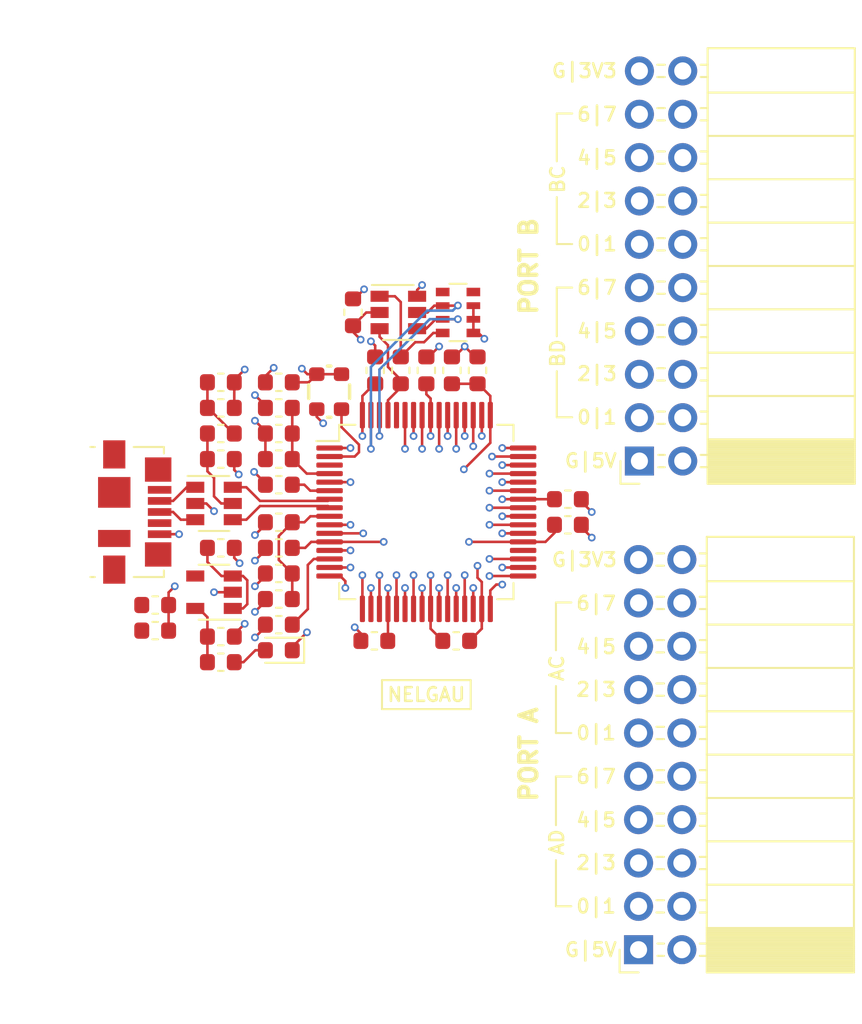
<source format=kicad_pcb>
(kicad_pcb (version 20171130) (host pcbnew "(5.1.5-0-10_14)")

  (general
    (thickness 1.2)
    (drawings 42)
    (tracks 352)
    (zones 0)
    (modules 42)
    (nets 60)
  )

  (page A4)
  (layers
    (0 F.Cu signal)
    (1 "In1(GND).Cu" power)
    (2 "In2(PWR).Cu" power)
    (31 B.Cu signal)
    (32 B.Adhes user hide)
    (33 F.Adhes user hide)
    (34 B.Paste user hide)
    (35 F.Paste user hide)
    (36 B.SilkS user hide)
    (37 F.SilkS user)
    (38 B.Mask user hide)
    (39 F.Mask user hide)
    (40 Dwgs.User user hide)
    (41 Cmts.User user hide)
    (42 Eco1.User user hide)
    (43 Eco2.User user hide)
    (44 Edge.Cuts user)
    (45 Margin user hide)
    (46 B.CrtYd user hide)
    (47 F.CrtYd user)
    (48 B.Fab user hide)
    (49 F.Fab user)
  )

  (setup
    (last_trace_width 0.15)
    (trace_clearance 0.15)
    (zone_clearance 0.15)
    (zone_45_only no)
    (trace_min 0.0889)
    (via_size 0.45)
    (via_drill 0.25)
    (via_min_size 0.4)
    (via_min_drill 0.2)
    (uvia_size 0.3)
    (uvia_drill 0.1)
    (uvias_allowed no)
    (uvia_min_size 0.2)
    (uvia_min_drill 0.1)
    (edge_width 0.05)
    (segment_width 0.2)
    (pcb_text_width 0.3)
    (pcb_text_size 1.5 1.5)
    (mod_edge_width 0.12)
    (mod_text_size 1 1)
    (mod_text_width 0.15)
    (pad_size 1.524 1.524)
    (pad_drill 0.762)
    (pad_to_mask_clearance 0.051)
    (solder_mask_min_width 0.25)
    (aux_axis_origin 0 0)
    (grid_origin 161 97.028)
    (visible_elements FFFFFF7F)
    (pcbplotparams
      (layerselection 0x010fc_ffffffff)
      (usegerberextensions false)
      (usegerberattributes false)
      (usegerberadvancedattributes false)
      (creategerberjobfile false)
      (excludeedgelayer true)
      (linewidth 0.100000)
      (plotframeref false)
      (viasonmask false)
      (mode 1)
      (useauxorigin false)
      (hpglpennumber 1)
      (hpglpenspeed 20)
      (hpglpendiameter 15.000000)
      (psnegative false)
      (psa4output false)
      (plotreference true)
      (plotvalue true)
      (plotinvisibletext false)
      (padsonsilk false)
      (subtractmaskfromsilk false)
      (outputformat 1)
      (mirror false)
      (drillshape 1)
      (scaleselection 1)
      (outputdirectory ""))
  )

  (net 0 "")
  (net 1 GND)
  (net 2 P1V8)
  (net 3 /USB_VBUS)
  (net 4 USB_5V)
  (net 5 /USB_SHD)
  (net 6 P3V3)
  (net 7 VPHY)
  (net 8 VPLL)
  (net 9 "Net-(D1-Pad2)")
  (net 10 "Net-(J1-Pad4)")
  (net 11 /xUSB_D+)
  (net 12 /xUSB_D-)
  (net 13 /AC7)
  (net 14 /AC6)
  (net 15 /AC5)
  (net 16 /AC4)
  (net 17 /AC3)
  (net 18 /AC2)
  (net 19 /AC1)
  (net 20 /AC0)
  (net 21 /AD7)
  (net 22 /AD6)
  (net 23 /AD5)
  (net 24 /AD4)
  (net 25 /AD3)
  (net 26 /AD2)
  (net 27 /AD1)
  (net 28 /AD0)
  (net 29 /BC7)
  (net 30 /BC6)
  (net 31 /BC5)
  (net 32 /BC4)
  (net 33 /BC3)
  (net 34 /BC2)
  (net 35 /BC1)
  (net 36 /BC0)
  (net 37 /BD7)
  (net 38 /BD6)
  (net 39 /BD5)
  (net 40 /BD4)
  (net 41 /BD3)
  (net 42 /BD2)
  (net 43 /BD1)
  (net 44 /BD0)
  (net 45 "Net-(R2-Pad1)")
  (net 46 "Net-(R3-Pad1)")
  (net 47 "Net-(U1-Pad60)")
  (net 48 "Net-(U1-Pad36)")
  (net 49 /USB_D+)
  (net 50 /USB_D-)
  (net 51 "Net-(U1-Pad3)")
  (net 52 "Net-(U4-Pad4)")
  (net 53 /USB_EECLK)
  (net 54 /USB_EECS)
  (net 55 /USB_EEDATA)
  (net 56 /USB_OSC)
  (net 57 /USB_EEDO)
  (net 58 "Net-(R4-Pad8)")
  (net 59 "Net-(R4-Pad1)")

  (net_class Default "This is the default net class."
    (clearance 0.15)
    (trace_width 0.15)
    (via_dia 0.45)
    (via_drill 0.25)
    (uvia_dia 0.3)
    (uvia_drill 0.1)
    (add_net /AC0)
    (add_net /AC1)
    (add_net /AC2)
    (add_net /AC3)
    (add_net /AC4)
    (add_net /AC5)
    (add_net /AC6)
    (add_net /AC7)
    (add_net /AD0)
    (add_net /AD1)
    (add_net /AD2)
    (add_net /AD3)
    (add_net /AD4)
    (add_net /AD5)
    (add_net /AD6)
    (add_net /AD7)
    (add_net /BC0)
    (add_net /BC1)
    (add_net /BC2)
    (add_net /BC3)
    (add_net /BC4)
    (add_net /BC5)
    (add_net /BC6)
    (add_net /BC7)
    (add_net /BD0)
    (add_net /BD1)
    (add_net /BD2)
    (add_net /BD3)
    (add_net /BD4)
    (add_net /BD5)
    (add_net /BD6)
    (add_net /BD7)
    (add_net /USB_EECLK)
    (add_net /USB_EECS)
    (add_net /USB_EEDATA)
    (add_net /USB_EEDO)
    (add_net /USB_OSC)
    (add_net /USB_SHD)
    (add_net /USB_VBUS)
    (add_net GND)
    (add_net "Net-(D1-Pad2)")
    (add_net "Net-(J1-Pad4)")
    (add_net "Net-(R2-Pad1)")
    (add_net "Net-(R3-Pad1)")
    (add_net "Net-(R4-Pad1)")
    (add_net "Net-(R4-Pad8)")
    (add_net "Net-(U1-Pad3)")
    (add_net "Net-(U1-Pad36)")
    (add_net "Net-(U1-Pad60)")
    (add_net "Net-(U4-Pad4)")
    (add_net P1V8)
    (add_net P3V3)
    (add_net USB_5V)
    (add_net VPHY)
    (add_net VPLL)
  )

  (net_class DIFF90 ""
    (clearance 0.15)
    (trace_width 0.15)
    (via_dia 0.45)
    (via_drill 0.25)
    (uvia_dia 0.3)
    (uvia_drill 0.1)
    (diff_pair_width 0.15)
    (diff_pair_gap 0.15)
    (add_net /USB_D+)
    (add_net /USB_D-)
    (add_net /xUSB_D+)
    (add_net /xUSB_D-)
  )

  (module ng_symbol:Nelgau-Logo_5.2x1.7mm_SilkScreen (layer F.Cu) (tedit 5F1793E0) (tstamp 5F1AF395)
    (at 161 107.728)
    (descr "Nelgau Logo")
    (tags "Logo Nelgau")
    (path /5FF0B0EB)
    (attr virtual)
    (fp_text reference SYM1 (at 0 2) (layer F.SilkS) hide
      (effects (font (size 1 1) (thickness 0.15)))
    )
    (fp_text value Nelgau-Logo (at 0 3.5) (layer F.Fab) hide
      (effects (font (size 1 1) (thickness 0.15)))
    )
    (fp_line (start -2.8 1.1) (end -2.8 -1.1) (layer F.CrtYd) (width 0.05))
    (fp_line (start 2.8 1.1) (end -2.8 1.1) (layer F.CrtYd) (width 0.05))
    (fp_line (start 2.8 -1.1) (end 2.8 1.1) (layer F.CrtYd) (width 0.05))
    (fp_line (start -2.8 -1.1) (end 2.8 -1.1) (layer F.CrtYd) (width 0.05))
    (fp_text user NELGAU (at 0 0) (layer F.SilkS)
      (effects (font (size 0.8 0.8) (thickness 0.15)))
    )
    (fp_line (start 2.6 -0.85) (end 2.6 0.85) (layer F.SilkS) (width 0.12))
    (fp_line (start -2.6 -0.85) (end -2.6 0.85) (layer F.SilkS) (width 0.12))
    (fp_line (start -2.6 0.85) (end 2.6 0.85) (layer F.SilkS) (width 0.12))
    (fp_line (start -2.6 -0.85) (end 2.6 -0.85) (layer F.SilkS) (width 0.12))
  )

  (module MountingHole:MountingHole_3.2mm_M3 (layer F.Cu) (tedit 56D1B4CB) (tstamp 5F1A6ACB)
    (at 161 78.778)
    (descr "Mounting Hole 3.2mm, no annular, M3")
    (tags "mounting hole 3.2mm no annular m3")
    (path /5FCF2040)
    (attr virtual)
    (fp_text reference H2 (at 0 -4.2) (layer F.SilkS) hide
      (effects (font (size 1 1) (thickness 0.15)))
    )
    (fp_text value MountingHole_M3 (at 0 4.2) (layer F.Fab) hide
      (effects (font (size 1 1) (thickness 0.15)))
    )
    (fp_circle (center 0 0) (end 3.45 0) (layer F.CrtYd) (width 0.05))
    (fp_circle (center 0 0) (end 3.2 0) (layer Cmts.User) (width 0.15))
    (fp_text user %R (at 0.3 0) (layer F.Fab)
      (effects (font (size 1 1) (thickness 0.15)))
    )
    (pad 1 np_thru_hole circle (at 0 0) (size 3.2 3.2) (drill 3.2) (layers *.Cu *.Mask))
  )

  (module MountingHole:MountingHole_3.2mm_M3 (layer F.Cu) (tedit 56D1B4CB) (tstamp 5F1A6AC3)
    (at 161 115.078)
    (descr "Mounting Hole 3.2mm, no annular, M3")
    (tags "mounting hole 3.2mm no annular m3")
    (path /5FCF15CE)
    (attr virtual)
    (fp_text reference H1 (at 0 -4.2) (layer F.SilkS) hide
      (effects (font (size 1 1) (thickness 0.15)))
    )
    (fp_text value MountingHole_M3 (at 0 4.2) (layer F.Fab) hide
      (effects (font (size 1 1) (thickness 0.15)))
    )
    (fp_circle (center 0 0) (end 3.45 0) (layer F.CrtYd) (width 0.05))
    (fp_circle (center 0 0) (end 3.2 0) (layer Cmts.User) (width 0.15))
    (fp_text user %R (at 0.3 0) (layer F.Fab)
      (effects (font (size 1 1) (thickness 0.15)))
    )
    (pad 1 np_thru_hole circle (at 0 0) (size 3.2 3.2) (drill 3.2) (layers *.Cu *.Mask))
  )

  (module Resistor_SMD:R_Array_Convex_4x0603 (layer F.Cu) (tedit 58E0A8B2) (tstamp 5F1A74D2)
    (at 162.858147 85.33701)
    (descr "Chip Resistor Network, ROHM MNR14 (see mnr_g.pdf)")
    (tags "resistor array")
    (path /5F1F46F9)
    (attr smd)
    (fp_text reference R4 (at 0 -2.8) (layer F.SilkS) hide
      (effects (font (size 1 1) (thickness 0.15)))
    )
    (fp_text value 10k (at 0 2.8) (layer F.Fab) hide
      (effects (font (size 1 1) (thickness 0.15)))
    )
    (fp_line (start 1.55 1.85) (end -1.55 1.85) (layer F.CrtYd) (width 0.05))
    (fp_line (start 1.55 1.85) (end 1.55 -1.85) (layer F.CrtYd) (width 0.05))
    (fp_line (start -1.55 -1.85) (end -1.55 1.85) (layer F.CrtYd) (width 0.05))
    (fp_line (start -1.55 -1.85) (end 1.55 -1.85) (layer F.CrtYd) (width 0.05))
    (fp_line (start 0.5 -1.68) (end -0.5 -1.68) (layer F.SilkS) (width 0.12))
    (fp_line (start 0.5 1.68) (end -0.5 1.68) (layer F.SilkS) (width 0.12))
    (fp_line (start -0.8 1.6) (end -0.8 -1.6) (layer F.Fab) (width 0.1))
    (fp_line (start 0.8 1.6) (end -0.8 1.6) (layer F.Fab) (width 0.1))
    (fp_line (start 0.8 -1.6) (end 0.8 1.6) (layer F.Fab) (width 0.1))
    (fp_line (start -0.8 -1.6) (end 0.8 -1.6) (layer F.Fab) (width 0.1))
    (fp_text user %R (at 0 0 90) (layer F.Fab)
      (effects (font (size 0.5 0.5) (thickness 0.075)))
    )
    (pad 5 smd rect (at 0.9 1.2) (size 0.8 0.5) (layers F.Cu F.Paste F.Mask)
      (net 6 P3V3))
    (pad 6 smd rect (at 0.9 0.4) (size 0.8 0.4) (layers F.Cu F.Paste F.Mask)
      (net 6 P3V3))
    (pad 8 smd rect (at 0.9 -1.2) (size 0.8 0.5) (layers F.Cu F.Paste F.Mask)
      (net 58 "Net-(R4-Pad8)"))
    (pad 7 smd rect (at 0.9 -0.4) (size 0.8 0.4) (layers F.Cu F.Paste F.Mask)
      (net 6 P3V3))
    (pad 4 smd rect (at -0.9 1.2) (size 0.8 0.5) (layers F.Cu F.Paste F.Mask)
      (net 57 /USB_EEDO))
    (pad 2 smd rect (at -0.9 -0.4) (size 0.8 0.4) (layers F.Cu F.Paste F.Mask)
      (net 54 /USB_EECS))
    (pad 3 smd rect (at -0.9 0.4) (size 0.8 0.4) (layers F.Cu F.Paste F.Mask)
      (net 53 /USB_EECLK))
    (pad 1 smd rect (at -0.9 -1.2) (size 0.8 0.5) (layers F.Cu F.Paste F.Mask)
      (net 59 "Net-(R4-Pad1)"))
    (model ${KISYS3DMOD}/Resistor_SMD.3dshapes/R_Array_Convex_4x0603.wrl
      (at (xyz 0 0 0))
      (scale (xyz 1 1 1))
      (rotate (xyz 0 0 0))
    )
  )

  (module ng_time:Oscillator_2.5x2.0 (layer F.Cu) (tedit 5EF30EA8) (tstamp 5F174C5B)
    (at 155.3 89.978 270)
    (path /5F1F4760)
    (fp_text reference X1 (at 0.7 -2.1 90) (layer F.SilkS) hide
      (effects (font (size 1 1) (thickness 0.15)))
    )
    (fp_text value DSC60xx (at 0 -0.1 90) (layer F.Fab) hide
      (effects (font (size 1 1) (thickness 0.15)))
    )
    (fp_line (start -1.63 -1.38) (end 1.63 -1.38) (layer F.CrtYd) (width 0.05))
    (fp_line (start 1.63 -1.38) (end 1.63 1.38) (layer F.CrtYd) (width 0.05))
    (fp_line (start -1.63 1.38) (end 1.63 1.38) (layer F.CrtYd) (width 0.05))
    (fp_line (start -1.63 -1.38) (end -1.63 1.38) (layer F.CrtYd) (width 0.05))
    (fp_line (start -0.4 1.2) (end 0.4 1.2) (layer F.SilkS) (width 0.2))
    (fp_line (start -0.4 -1.2) (end 0.4 -1.2) (layer F.SilkS) (width 0.2))
    (fp_line (start -1.5 -0.1) (end -1.5 0.1) (layer F.SilkS) (width 0.2))
    (fp_line (start 1.5 -0.1) (end 1.5 0.1) (layer F.SilkS) (width 0.2))
    (pad 4 smd roundrect (at -1.025 -0.725 270) (size 0.8 0.9) (layers F.Cu F.Paste F.Mask) (roundrect_rratio 0.25)
      (net 6 P3V3))
    (pad 1 smd roundrect (at -1.025 0.725 270) (size 0.8 0.9) (layers F.Cu F.Paste F.Mask) (roundrect_rratio 0.25)
      (net 6 P3V3))
    (pad 3 smd roundrect (at 1.024999 -0.725 270) (size 0.8 0.9) (layers F.Cu F.Paste F.Mask) (roundrect_rratio 0.25)
      (net 56 /USB_OSC))
    (pad 2 smd roundrect (at 1.024999 0.725 270) (size 0.8 0.9) (layers F.Cu F.Paste F.Mask) (roundrect_rratio 0.25)
      (net 1 GND))
    (model ${KIPRJMOD}/models/ng_time.3dshapes/Oscillator_2.5x2.0.step
      (at (xyz 0 0 0))
      (scale (xyz 1 1 1))
      (rotate (xyz 0 0 0))
    )
  )

  (module Package_TO_SOT_SMD:SOT-23-5 (layer F.Cu) (tedit 5A02FF57) (tstamp 5F174C4B)
    (at 148.55 101.728 180)
    (descr "5-pin SOT23 package")
    (tags SOT-23-5)
    (path /5F1F4809)
    (attr smd)
    (fp_text reference U4 (at 0 -2.9) (layer F.SilkS) hide
      (effects (font (size 1 1) (thickness 0.15)))
    )
    (fp_text value MIC5504-3.3YM5 (at 0 2.9) (layer F.Fab) hide
      (effects (font (size 1 1) (thickness 0.15)))
    )
    (fp_line (start 0.9 -1.55) (end 0.9 1.55) (layer F.Fab) (width 0.1))
    (fp_line (start 0.9 1.55) (end -0.9 1.55) (layer F.Fab) (width 0.1))
    (fp_line (start -0.9 -0.9) (end -0.9 1.55) (layer F.Fab) (width 0.1))
    (fp_line (start 0.9 -1.55) (end -0.25 -1.55) (layer F.Fab) (width 0.1))
    (fp_line (start -0.9 -0.9) (end -0.25 -1.55) (layer F.Fab) (width 0.1))
    (fp_line (start -1.9 1.8) (end -1.9 -1.8) (layer F.CrtYd) (width 0.05))
    (fp_line (start 1.9 1.8) (end -1.9 1.8) (layer F.CrtYd) (width 0.05))
    (fp_line (start 1.9 -1.8) (end 1.9 1.8) (layer F.CrtYd) (width 0.05))
    (fp_line (start -1.9 -1.8) (end 1.9 -1.8) (layer F.CrtYd) (width 0.05))
    (fp_line (start 0.9 -1.61) (end -1.55 -1.61) (layer F.SilkS) (width 0.12))
    (fp_line (start -0.9 1.61) (end 0.9 1.61) (layer F.SilkS) (width 0.12))
    (fp_text user %R (at 0 0 90) (layer F.Fab)
      (effects (font (size 0.5 0.5) (thickness 0.075)))
    )
    (pad 5 smd rect (at 1.1 -0.95 180) (size 1.06 0.65) (layers F.Cu F.Paste F.Mask)
      (net 6 P3V3))
    (pad 4 smd rect (at 1.1 0.95 180) (size 1.06 0.65) (layers F.Cu F.Paste F.Mask)
      (net 52 "Net-(U4-Pad4)"))
    (pad 3 smd rect (at -1.1 0.95 180) (size 1.06 0.65) (layers F.Cu F.Paste F.Mask)
      (net 4 USB_5V))
    (pad 2 smd rect (at -1.1 0 180) (size 1.06 0.65) (layers F.Cu F.Paste F.Mask)
      (net 1 GND))
    (pad 1 smd rect (at -1.1 -0.95 180) (size 1.06 0.65) (layers F.Cu F.Paste F.Mask)
      (net 4 USB_5V))
    (model ${KISYS3DMOD}/Package_TO_SOT_SMD.3dshapes/SOT-23-5.wrl
      (at (xyz 0 0 0))
      (scale (xyz 1 1 1))
      (rotate (xyz 0 0 0))
    )
  )

  (module Package_TO_SOT_SMD:SOT-23-6 (layer F.Cu) (tedit 5A02FF57) (tstamp 5F174C36)
    (at 148.55 96.528)
    (descr "6-pin SOT-23 package")
    (tags SOT-23-6)
    (path /5F184C87)
    (attr smd)
    (fp_text reference U3 (at 0 -2.9) (layer F.SilkS) hide
      (effects (font (size 1 1) (thickness 0.15)))
    )
    (fp_text value USBLC6-2SC6 (at 0 2.9) (layer F.Fab) hide
      (effects (font (size 1 1) (thickness 0.15)))
    )
    (fp_line (start 0.9 -1.55) (end 0.9 1.55) (layer F.Fab) (width 0.1))
    (fp_line (start 0.9 1.55) (end -0.9 1.55) (layer F.Fab) (width 0.1))
    (fp_line (start -0.9 -0.9) (end -0.9 1.55) (layer F.Fab) (width 0.1))
    (fp_line (start 0.9 -1.55) (end -0.25 -1.55) (layer F.Fab) (width 0.1))
    (fp_line (start -0.9 -0.9) (end -0.25 -1.55) (layer F.Fab) (width 0.1))
    (fp_line (start -1.9 -1.8) (end -1.9 1.8) (layer F.CrtYd) (width 0.05))
    (fp_line (start -1.9 1.8) (end 1.9 1.8) (layer F.CrtYd) (width 0.05))
    (fp_line (start 1.9 1.8) (end 1.9 -1.8) (layer F.CrtYd) (width 0.05))
    (fp_line (start 1.9 -1.8) (end -1.9 -1.8) (layer F.CrtYd) (width 0.05))
    (fp_line (start 0.9 -1.61) (end -1.55 -1.61) (layer F.SilkS) (width 0.12))
    (fp_line (start -0.9 1.61) (end 0.9 1.61) (layer F.SilkS) (width 0.12))
    (fp_text user %R (at 0 0 90) (layer F.Fab)
      (effects (font (size 0.5 0.5) (thickness 0.075)))
    )
    (pad 5 smd rect (at 1.1 0) (size 1.06 0.65) (layers F.Cu F.Paste F.Mask)
      (net 3 /USB_VBUS))
    (pad 6 smd rect (at 1.1 -0.95) (size 1.06 0.65) (layers F.Cu F.Paste F.Mask)
      (net 50 /USB_D-))
    (pad 4 smd rect (at 1.1 0.95) (size 1.06 0.65) (layers F.Cu F.Paste F.Mask)
      (net 49 /USB_D+))
    (pad 3 smd rect (at -1.1 0.95) (size 1.06 0.65) (layers F.Cu F.Paste F.Mask)
      (net 11 /xUSB_D+))
    (pad 2 smd rect (at -1.1 0) (size 1.06 0.65) (layers F.Cu F.Paste F.Mask)
      (net 1 GND))
    (pad 1 smd rect (at -1.1 -0.95) (size 1.06 0.65) (layers F.Cu F.Paste F.Mask)
      (net 12 /xUSB_D-))
    (model ${KISYS3DMOD}/Package_TO_SOT_SMD.3dshapes/SOT-23-6.wrl
      (at (xyz 0 0 0))
      (scale (xyz 1 1 1))
      (rotate (xyz 0 0 0))
    )
  )

  (module Package_TO_SOT_SMD:SOT-23-6 (layer F.Cu) (tedit 5A02FF57) (tstamp 5F174C20)
    (at 159.358147 85.337009)
    (descr "6-pin SOT-23 package")
    (tags SOT-23-6)
    (path /5F1F475A)
    (attr smd)
    (fp_text reference U2 (at 0 -2.9) (layer F.SilkS) hide
      (effects (font (size 1 1) (thickness 0.15)))
    )
    (fp_text value 93C46BT-I_OT (at 0 2.9) (layer F.Fab) hide
      (effects (font (size 1 1) (thickness 0.15)))
    )
    (fp_line (start 0.9 -1.55) (end 0.9 1.55) (layer F.Fab) (width 0.1))
    (fp_line (start 0.9 1.55) (end -0.9 1.55) (layer F.Fab) (width 0.1))
    (fp_line (start -0.9 -0.9) (end -0.9 1.55) (layer F.Fab) (width 0.1))
    (fp_line (start 0.9 -1.55) (end -0.25 -1.55) (layer F.Fab) (width 0.1))
    (fp_line (start -0.9 -0.9) (end -0.25 -1.55) (layer F.Fab) (width 0.1))
    (fp_line (start -1.9 -1.8) (end -1.9 1.8) (layer F.CrtYd) (width 0.05))
    (fp_line (start -1.9 1.8) (end 1.9 1.8) (layer F.CrtYd) (width 0.05))
    (fp_line (start 1.9 1.8) (end 1.9 -1.8) (layer F.CrtYd) (width 0.05))
    (fp_line (start 1.9 -1.8) (end -1.9 -1.8) (layer F.CrtYd) (width 0.05))
    (fp_line (start 0.9 -1.61) (end -1.55 -1.61) (layer F.SilkS) (width 0.12))
    (fp_line (start -0.9 1.61) (end 0.9 1.61) (layer F.SilkS) (width 0.12))
    (fp_text user %R (at 0 0 90) (layer F.Fab)
      (effects (font (size 0.5 0.5) (thickness 0.075)))
    )
    (pad 5 smd rect (at 1.1 0) (size 1.06 0.65) (layers F.Cu F.Paste F.Mask)
      (net 54 /USB_EECS))
    (pad 6 smd rect (at 1.1 -0.95) (size 1.06 0.65) (layers F.Cu F.Paste F.Mask)
      (net 6 P3V3))
    (pad 4 smd rect (at 1.1 0.95) (size 1.06 0.65) (layers F.Cu F.Paste F.Mask)
      (net 53 /USB_EECLK))
    (pad 3 smd rect (at -1.1 0.95) (size 1.06 0.65) (layers F.Cu F.Paste F.Mask)
      (net 55 /USB_EEDATA))
    (pad 2 smd rect (at -1.1 0) (size 1.06 0.65) (layers F.Cu F.Paste F.Mask)
      (net 1 GND))
    (pad 1 smd rect (at -1.1 -0.95) (size 1.06 0.65) (layers F.Cu F.Paste F.Mask)
      (net 57 /USB_EEDO))
    (model ${KISYS3DMOD}/Package_TO_SOT_SMD.3dshapes/SOT-23-6.wrl
      (at (xyz 0 0 0))
      (scale (xyz 1 1 1))
      (rotate (xyz 0 0 0))
    )
  )

  (module Package_QFP:LQFP-64_10x10mm_P0.5mm locked (layer F.Cu) (tedit 5D9F72AF) (tstamp 5F17C819)
    (at 161 97.028)
    (descr "LQFP, 64 Pin (https://www.analog.com/media/en/technical-documentation/data-sheets/ad7606_7606-6_7606-4.pdf), generated with kicad-footprint-generator ipc_gullwing_generator.py")
    (tags "LQFP QFP")
    (path /5F212584)
    (attr smd)
    (fp_text reference U1 (at 0 -7.4) (layer F.SilkS) hide
      (effects (font (size 1 1) (thickness 0.15)))
    )
    (fp_text value FT2232HL (at 0 7.4) (layer F.Fab) hide
      (effects (font (size 1 1) (thickness 0.15)))
    )
    (fp_text user %R (at 0 0) (layer F.Fab)
      (effects (font (size 1 1) (thickness 0.15)))
    )
    (fp_line (start 6.7 4.15) (end 6.7 0) (layer F.CrtYd) (width 0.05))
    (fp_line (start 5.25 4.15) (end 6.7 4.15) (layer F.CrtYd) (width 0.05))
    (fp_line (start 5.25 5.25) (end 5.25 4.15) (layer F.CrtYd) (width 0.05))
    (fp_line (start 4.15 5.25) (end 5.25 5.25) (layer F.CrtYd) (width 0.05))
    (fp_line (start 4.15 6.7) (end 4.15 5.25) (layer F.CrtYd) (width 0.05))
    (fp_line (start 0 6.7) (end 4.15 6.7) (layer F.CrtYd) (width 0.05))
    (fp_line (start -6.7 4.15) (end -6.7 0) (layer F.CrtYd) (width 0.05))
    (fp_line (start -5.25 4.15) (end -6.7 4.15) (layer F.CrtYd) (width 0.05))
    (fp_line (start -5.25 5.25) (end -5.25 4.15) (layer F.CrtYd) (width 0.05))
    (fp_line (start -4.15 5.25) (end -5.25 5.25) (layer F.CrtYd) (width 0.05))
    (fp_line (start -4.15 6.7) (end -4.15 5.25) (layer F.CrtYd) (width 0.05))
    (fp_line (start 0 6.7) (end -4.15 6.7) (layer F.CrtYd) (width 0.05))
    (fp_line (start 6.7 -4.15) (end 6.7 0) (layer F.CrtYd) (width 0.05))
    (fp_line (start 5.25 -4.15) (end 6.7 -4.15) (layer F.CrtYd) (width 0.05))
    (fp_line (start 5.25 -5.25) (end 5.25 -4.15) (layer F.CrtYd) (width 0.05))
    (fp_line (start 4.15 -5.25) (end 5.25 -5.25) (layer F.CrtYd) (width 0.05))
    (fp_line (start 4.15 -6.7) (end 4.15 -5.25) (layer F.CrtYd) (width 0.05))
    (fp_line (start 0 -6.7) (end 4.15 -6.7) (layer F.CrtYd) (width 0.05))
    (fp_line (start -6.7 -4.15) (end -6.7 0) (layer F.CrtYd) (width 0.05))
    (fp_line (start -5.25 -4.15) (end -6.7 -4.15) (layer F.CrtYd) (width 0.05))
    (fp_line (start -5.25 -5.25) (end -5.25 -4.15) (layer F.CrtYd) (width 0.05))
    (fp_line (start -4.15 -5.25) (end -5.25 -5.25) (layer F.CrtYd) (width 0.05))
    (fp_line (start -4.15 -6.7) (end -4.15 -5.25) (layer F.CrtYd) (width 0.05))
    (fp_line (start 0 -6.7) (end -4.15 -6.7) (layer F.CrtYd) (width 0.05))
    (fp_line (start -5 -4) (end -4 -5) (layer F.Fab) (width 0.1))
    (fp_line (start -5 5) (end -5 -4) (layer F.Fab) (width 0.1))
    (fp_line (start 5 5) (end -5 5) (layer F.Fab) (width 0.1))
    (fp_line (start 5 -5) (end 5 5) (layer F.Fab) (width 0.1))
    (fp_line (start -4 -5) (end 5 -5) (layer F.Fab) (width 0.1))
    (fp_line (start -5.11 -4.16) (end -6.45 -4.16) (layer F.SilkS) (width 0.12))
    (fp_line (start -5.11 -5.11) (end -5.11 -4.16) (layer F.SilkS) (width 0.12))
    (fp_line (start -4.16 -5.11) (end -5.11 -5.11) (layer F.SilkS) (width 0.12))
    (fp_line (start 5.11 -5.11) (end 5.11 -4.16) (layer F.SilkS) (width 0.12))
    (fp_line (start 4.16 -5.11) (end 5.11 -5.11) (layer F.SilkS) (width 0.12))
    (fp_line (start -5.11 5.11) (end -5.11 4.16) (layer F.SilkS) (width 0.12))
    (fp_line (start -4.16 5.11) (end -5.11 5.11) (layer F.SilkS) (width 0.12))
    (fp_line (start 5.11 5.11) (end 5.11 4.16) (layer F.SilkS) (width 0.12))
    (fp_line (start 4.16 5.11) (end 5.11 5.11) (layer F.SilkS) (width 0.12))
    (pad 64 smd roundrect (at -3.75 -5.675) (size 0.3 1.55) (layers F.Cu F.Paste F.Mask) (roundrect_rratio 0.25)
      (net 2 P1V8))
    (pad 63 smd roundrect (at -3.25 -5.675) (size 0.3 1.55) (layers F.Cu F.Paste F.Mask) (roundrect_rratio 0.25)
      (net 54 /USB_EECS))
    (pad 62 smd roundrect (at -2.75 -5.675) (size 0.3 1.55) (layers F.Cu F.Paste F.Mask) (roundrect_rratio 0.25)
      (net 53 /USB_EECLK))
    (pad 61 smd roundrect (at -2.25 -5.675) (size 0.3 1.55) (layers F.Cu F.Paste F.Mask) (roundrect_rratio 0.25)
      (net 55 /USB_EEDATA))
    (pad 60 smd roundrect (at -1.75 -5.675) (size 0.3 1.55) (layers F.Cu F.Paste F.Mask) (roundrect_rratio 0.25)
      (net 47 "Net-(U1-Pad60)"))
    (pad 59 smd roundrect (at -1.25 -5.675) (size 0.3 1.55) (layers F.Cu F.Paste F.Mask) (roundrect_rratio 0.25)
      (net 29 /BC7))
    (pad 58 smd roundrect (at -0.75 -5.675) (size 0.3 1.55) (layers F.Cu F.Paste F.Mask) (roundrect_rratio 0.25)
      (net 30 /BC6))
    (pad 57 smd roundrect (at -0.25 -5.675) (size 0.3 1.55) (layers F.Cu F.Paste F.Mask) (roundrect_rratio 0.25)
      (net 31 /BC5))
    (pad 56 smd roundrect (at 0.25 -5.675) (size 0.3 1.55) (layers F.Cu F.Paste F.Mask) (roundrect_rratio 0.25)
      (net 6 P3V3))
    (pad 55 smd roundrect (at 0.75 -5.675) (size 0.3 1.55) (layers F.Cu F.Paste F.Mask) (roundrect_rratio 0.25)
      (net 32 /BC4))
    (pad 54 smd roundrect (at 1.25 -5.675) (size 0.3 1.55) (layers F.Cu F.Paste F.Mask) (roundrect_rratio 0.25)
      (net 33 /BC3))
    (pad 53 smd roundrect (at 1.75 -5.675) (size 0.3 1.55) (layers F.Cu F.Paste F.Mask) (roundrect_rratio 0.25)
      (net 34 /BC2))
    (pad 52 smd roundrect (at 2.25 -5.675) (size 0.3 1.55) (layers F.Cu F.Paste F.Mask) (roundrect_rratio 0.25)
      (net 35 /BC1))
    (pad 51 smd roundrect (at 2.75 -5.675) (size 0.3 1.55) (layers F.Cu F.Paste F.Mask) (roundrect_rratio 0.25)
      (net 1 GND))
    (pad 50 smd roundrect (at 3.25 -5.675) (size 0.3 1.55) (layers F.Cu F.Paste F.Mask) (roundrect_rratio 0.25)
      (net 6 P3V3))
    (pad 49 smd roundrect (at 3.75 -5.675) (size 0.3 1.55) (layers F.Cu F.Paste F.Mask) (roundrect_rratio 0.25)
      (net 2 P1V8))
    (pad 48 smd roundrect (at 5.675 -3.75) (size 1.55 0.3) (layers F.Cu F.Paste F.Mask) (roundrect_rratio 0.25)
      (net 36 /BC0))
    (pad 47 smd roundrect (at 5.675 -3.25) (size 1.55 0.3) (layers F.Cu F.Paste F.Mask) (roundrect_rratio 0.25)
      (net 1 GND))
    (pad 46 smd roundrect (at 5.675 -2.75) (size 1.55 0.3) (layers F.Cu F.Paste F.Mask) (roundrect_rratio 0.25)
      (net 37 /BD7))
    (pad 45 smd roundrect (at 5.675 -2.25) (size 1.55 0.3) (layers F.Cu F.Paste F.Mask) (roundrect_rratio 0.25)
      (net 38 /BD6))
    (pad 44 smd roundrect (at 5.675 -1.75) (size 1.55 0.3) (layers F.Cu F.Paste F.Mask) (roundrect_rratio 0.25)
      (net 39 /BD5))
    (pad 43 smd roundrect (at 5.675 -1.25) (size 1.55 0.3) (layers F.Cu F.Paste F.Mask) (roundrect_rratio 0.25)
      (net 40 /BD4))
    (pad 42 smd roundrect (at 5.675 -0.75) (size 1.55 0.3) (layers F.Cu F.Paste F.Mask) (roundrect_rratio 0.25)
      (net 6 P3V3))
    (pad 41 smd roundrect (at 5.675 -0.25) (size 1.55 0.3) (layers F.Cu F.Paste F.Mask) (roundrect_rratio 0.25)
      (net 41 /BD3))
    (pad 40 smd roundrect (at 5.675 0.25) (size 1.55 0.3) (layers F.Cu F.Paste F.Mask) (roundrect_rratio 0.25)
      (net 42 /BD2))
    (pad 39 smd roundrect (at 5.675 0.75) (size 1.55 0.3) (layers F.Cu F.Paste F.Mask) (roundrect_rratio 0.25)
      (net 43 /BD1))
    (pad 38 smd roundrect (at 5.675 1.25) (size 1.55 0.3) (layers F.Cu F.Paste F.Mask) (roundrect_rratio 0.25)
      (net 44 /BD0))
    (pad 37 smd roundrect (at 5.675 1.75) (size 1.55 0.3) (layers F.Cu F.Paste F.Mask) (roundrect_rratio 0.25)
      (net 2 P1V8))
    (pad 36 smd roundrect (at 5.675 2.25) (size 1.55 0.3) (layers F.Cu F.Paste F.Mask) (roundrect_rratio 0.25)
      (net 48 "Net-(U1-Pad36)"))
    (pad 35 smd roundrect (at 5.675 2.75) (size 1.55 0.3) (layers F.Cu F.Paste F.Mask) (roundrect_rratio 0.25)
      (net 1 GND))
    (pad 34 smd roundrect (at 5.675 3.25) (size 1.55 0.3) (layers F.Cu F.Paste F.Mask) (roundrect_rratio 0.25)
      (net 13 /AC7))
    (pad 33 smd roundrect (at 5.675 3.75) (size 1.55 0.3) (layers F.Cu F.Paste F.Mask) (roundrect_rratio 0.25)
      (net 14 /AC6))
    (pad 32 smd roundrect (at 3.75 5.675) (size 0.3 1.55) (layers F.Cu F.Paste F.Mask) (roundrect_rratio 0.25)
      (net 15 /AC5))
    (pad 31 smd roundrect (at 3.25 5.675) (size 0.3 1.55) (layers F.Cu F.Paste F.Mask) (roundrect_rratio 0.25)
      (net 6 P3V3))
    (pad 30 smd roundrect (at 2.75 5.675) (size 0.3 1.55) (layers F.Cu F.Paste F.Mask) (roundrect_rratio 0.25)
      (net 16 /AC4))
    (pad 29 smd roundrect (at 2.25 5.675) (size 0.3 1.55) (layers F.Cu F.Paste F.Mask) (roundrect_rratio 0.25)
      (net 17 /AC3))
    (pad 28 smd roundrect (at 1.75 5.675) (size 0.3 1.55) (layers F.Cu F.Paste F.Mask) (roundrect_rratio 0.25)
      (net 18 /AC2))
    (pad 27 smd roundrect (at 1.25 5.675) (size 0.3 1.55) (layers F.Cu F.Paste F.Mask) (roundrect_rratio 0.25)
      (net 19 /AC1))
    (pad 26 smd roundrect (at 0.75 5.675) (size 0.3 1.55) (layers F.Cu F.Paste F.Mask) (roundrect_rratio 0.25)
      (net 20 /AC0))
    (pad 25 smd roundrect (at 0.25 5.675) (size 0.3 1.55) (layers F.Cu F.Paste F.Mask) (roundrect_rratio 0.25)
      (net 1 GND))
    (pad 24 smd roundrect (at -0.25 5.675) (size 0.3 1.55) (layers F.Cu F.Paste F.Mask) (roundrect_rratio 0.25)
      (net 21 /AD7))
    (pad 23 smd roundrect (at -0.75 5.675) (size 0.3 1.55) (layers F.Cu F.Paste F.Mask) (roundrect_rratio 0.25)
      (net 22 /AD6))
    (pad 22 smd roundrect (at -1.25 5.675) (size 0.3 1.55) (layers F.Cu F.Paste F.Mask) (roundrect_rratio 0.25)
      (net 23 /AD5))
    (pad 21 smd roundrect (at -1.75 5.675) (size 0.3 1.55) (layers F.Cu F.Paste F.Mask) (roundrect_rratio 0.25)
      (net 24 /AD4))
    (pad 20 smd roundrect (at -2.25 5.675) (size 0.3 1.55) (layers F.Cu F.Paste F.Mask) (roundrect_rratio 0.25)
      (net 6 P3V3))
    (pad 19 smd roundrect (at -2.75 5.675) (size 0.3 1.55) (layers F.Cu F.Paste F.Mask) (roundrect_rratio 0.25)
      (net 25 /AD3))
    (pad 18 smd roundrect (at -3.25 5.675) (size 0.3 1.55) (layers F.Cu F.Paste F.Mask) (roundrect_rratio 0.25)
      (net 26 /AD2))
    (pad 17 smd roundrect (at -3.75 5.675) (size 0.3 1.55) (layers F.Cu F.Paste F.Mask) (roundrect_rratio 0.25)
      (net 27 /AD1))
    (pad 16 smd roundrect (at -5.675 3.75) (size 1.55 0.3) (layers F.Cu F.Paste F.Mask) (roundrect_rratio 0.25)
      (net 28 /AD0))
    (pad 15 smd roundrect (at -5.675 3.25) (size 1.55 0.3) (layers F.Cu F.Paste F.Mask) (roundrect_rratio 0.25)
      (net 1 GND))
    (pad 14 smd roundrect (at -5.675 2.75) (size 1.55 0.3) (layers F.Cu F.Paste F.Mask) (roundrect_rratio 0.25)
      (net 45 "Net-(R2-Pad1)"))
    (pad 13 smd roundrect (at -5.675 2.25) (size 1.55 0.3) (layers F.Cu F.Paste F.Mask) (roundrect_rratio 0.25)
      (net 1 GND))
    (pad 12 smd roundrect (at -5.675 1.75) (size 1.55 0.3) (layers F.Cu F.Paste F.Mask) (roundrect_rratio 0.25)
      (net 2 P1V8))
    (pad 11 smd roundrect (at -5.675 1.25) (size 1.55 0.3) (layers F.Cu F.Paste F.Mask) (roundrect_rratio 0.25)
      (net 1 GND))
    (pad 10 smd roundrect (at -5.675 0.75) (size 1.55 0.3) (layers F.Cu F.Paste F.Mask) (roundrect_rratio 0.25)
      (net 1 GND))
    (pad 9 smd roundrect (at -5.675 0.25) (size 1.55 0.3) (layers F.Cu F.Paste F.Mask) (roundrect_rratio 0.25)
      (net 8 VPLL))
    (pad 8 smd roundrect (at -5.675 -0.25) (size 1.55 0.3) (layers F.Cu F.Paste F.Mask) (roundrect_rratio 0.25)
      (net 49 /USB_D+))
    (pad 7 smd roundrect (at -5.675 -0.75) (size 1.55 0.3) (layers F.Cu F.Paste F.Mask) (roundrect_rratio 0.25)
      (net 50 /USB_D-))
    (pad 6 smd roundrect (at -5.675 -1.25) (size 1.55 0.3) (layers F.Cu F.Paste F.Mask) (roundrect_rratio 0.25)
      (net 46 "Net-(R3-Pad1)"))
    (pad 5 smd roundrect (at -5.675 -1.75) (size 1.55 0.3) (layers F.Cu F.Paste F.Mask) (roundrect_rratio 0.25)
      (net 1 GND))
    (pad 4 smd roundrect (at -5.675 -2.25) (size 1.55 0.3) (layers F.Cu F.Paste F.Mask) (roundrect_rratio 0.25)
      (net 7 VPHY))
    (pad 3 smd roundrect (at -5.675 -2.75) (size 1.55 0.3) (layers F.Cu F.Paste F.Mask) (roundrect_rratio 0.25)
      (net 51 "Net-(U1-Pad3)"))
    (pad 2 smd roundrect (at -5.675 -3.25) (size 1.55 0.3) (layers F.Cu F.Paste F.Mask) (roundrect_rratio 0.25)
      (net 56 /USB_OSC))
    (pad 1 smd roundrect (at -5.675 -3.75) (size 1.55 0.3) (layers F.Cu F.Paste F.Mask) (roundrect_rratio 0.25)
      (net 1 GND))
    (model ${KISYS3DMOD}/Package_QFP.3dshapes/LQFP-64_10x10mm_P0.5mm.wrl
      (at (xyz 0 0 0))
      (scale (xyz 1 1 1))
      (rotate (xyz 0 0 0))
    )
  )

  (module Resistor_SMD:R_0603_1608Metric (layer F.Cu) (tedit 5B301BBD) (tstamp 5F174B9F)
    (at 148.95 105.828 180)
    (descr "Resistor SMD 0603 (1608 Metric), square (rectangular) end terminal, IPC_7351 nominal, (Body size source: http://www.tortai-tech.com/upload/download/2011102023233369053.pdf), generated with kicad-footprint-generator")
    (tags resistor)
    (path /5F1F4907)
    (attr smd)
    (fp_text reference R6 (at 0 -1.43) (layer F.SilkS) hide
      (effects (font (size 1 1) (thickness 0.15)))
    )
    (fp_text value 249R (at 0 1.43) (layer F.Fab) hide
      (effects (font (size 1 1) (thickness 0.15)))
    )
    (fp_text user %R (at 0 0) (layer F.Fab)
      (effects (font (size 0.4 0.4) (thickness 0.06)))
    )
    (fp_line (start 1.48 0.73) (end -1.48 0.73) (layer F.CrtYd) (width 0.05))
    (fp_line (start 1.48 -0.73) (end 1.48 0.73) (layer F.CrtYd) (width 0.05))
    (fp_line (start -1.48 -0.73) (end 1.48 -0.73) (layer F.CrtYd) (width 0.05))
    (fp_line (start -1.48 0.73) (end -1.48 -0.73) (layer F.CrtYd) (width 0.05))
    (fp_line (start -0.162779 0.51) (end 0.162779 0.51) (layer F.SilkS) (width 0.12))
    (fp_line (start -0.162779 -0.51) (end 0.162779 -0.51) (layer F.SilkS) (width 0.12))
    (fp_line (start 0.8 0.4) (end -0.8 0.4) (layer F.Fab) (width 0.1))
    (fp_line (start 0.8 -0.4) (end 0.8 0.4) (layer F.Fab) (width 0.1))
    (fp_line (start -0.8 -0.4) (end 0.8 -0.4) (layer F.Fab) (width 0.1))
    (fp_line (start -0.8 0.4) (end -0.8 -0.4) (layer F.Fab) (width 0.1))
    (pad 2 smd roundrect (at 0.7875 0 180) (size 0.875 0.95) (layers F.Cu F.Paste F.Mask) (roundrect_rratio 0.25)
      (net 6 P3V3))
    (pad 1 smd roundrect (at -0.7875 0 180) (size 0.875 0.95) (layers F.Cu F.Paste F.Mask) (roundrect_rratio 0.25)
      (net 9 "Net-(D1-Pad2)"))
    (model ${KISYS3DMOD}/Resistor_SMD.3dshapes/R_0603_1608Metric.wrl
      (at (xyz 0 0 0))
      (scale (xyz 1 1 1))
      (rotate (xyz 0 0 0))
    )
  )

  (module Resistor_SMD:R_0603_1608Metric (layer F.Cu) (tedit 5B301BBD) (tstamp 5F174B8E)
    (at 159.5 88.728 90)
    (descr "Resistor SMD 0603 (1608 Metric), square (rectangular) end terminal, IPC_7351 nominal, (Body size source: http://www.tortai-tech.com/upload/download/2011102023233369053.pdf), generated with kicad-footprint-generator")
    (tags resistor)
    (path /5F1F4860)
    (attr smd)
    (fp_text reference R5 (at 0 -1.43 90) (layer F.SilkS) hide
      (effects (font (size 1 1) (thickness 0.15)))
    )
    (fp_text value 2k2 (at 0 1.43 90) (layer F.Fab) hide
      (effects (font (size 1 1) (thickness 0.15)))
    )
    (fp_text user %R (at 0 0 90) (layer F.Fab)
      (effects (font (size 0.4 0.4) (thickness 0.06)))
    )
    (fp_line (start 1.48 0.73) (end -1.48 0.73) (layer F.CrtYd) (width 0.05))
    (fp_line (start 1.48 -0.73) (end 1.48 0.73) (layer F.CrtYd) (width 0.05))
    (fp_line (start -1.48 -0.73) (end 1.48 -0.73) (layer F.CrtYd) (width 0.05))
    (fp_line (start -1.48 0.73) (end -1.48 -0.73) (layer F.CrtYd) (width 0.05))
    (fp_line (start -0.162779 0.51) (end 0.162779 0.51) (layer F.SilkS) (width 0.12))
    (fp_line (start -0.162779 -0.51) (end 0.162779 -0.51) (layer F.SilkS) (width 0.12))
    (fp_line (start 0.8 0.4) (end -0.8 0.4) (layer F.Fab) (width 0.1))
    (fp_line (start 0.8 -0.4) (end 0.8 0.4) (layer F.Fab) (width 0.1))
    (fp_line (start -0.8 -0.4) (end 0.8 -0.4) (layer F.Fab) (width 0.1))
    (fp_line (start -0.8 0.4) (end -0.8 -0.4) (layer F.Fab) (width 0.1))
    (pad 2 smd roundrect (at 0.7875 0 90) (size 0.875 0.95) (layers F.Cu F.Paste F.Mask) (roundrect_rratio 0.25)
      (net 57 /USB_EEDO))
    (pad 1 smd roundrect (at -0.7875 0 90) (size 0.875 0.95) (layers F.Cu F.Paste F.Mask) (roundrect_rratio 0.25)
      (net 55 /USB_EEDATA))
    (model ${KISYS3DMOD}/Resistor_SMD.3dshapes/R_0603_1608Metric.wrl
      (at (xyz 0 0 0))
      (scale (xyz 1 1 1))
      (rotate (xyz 0 0 0))
    )
  )

  (module Resistor_SMD:R_0603_1608Metric (layer F.Cu) (tedit 5B301BBD) (tstamp 5F174B6C)
    (at 152.35 95.428 180)
    (descr "Resistor SMD 0603 (1608 Metric), square (rectangular) end terminal, IPC_7351 nominal, (Body size source: http://www.tortai-tech.com/upload/download/2011102023233369053.pdf), generated with kicad-footprint-generator")
    (tags resistor)
    (path /5F1F4785)
    (attr smd)
    (fp_text reference R3 (at 0 -1.43) (layer F.SilkS) hide
      (effects (font (size 1 1) (thickness 0.15)))
    )
    (fp_text value "12k, 1%" (at 0 1.43) (layer F.Fab) hide
      (effects (font (size 1 1) (thickness 0.15)))
    )
    (fp_text user %R (at 0 0) (layer F.Fab)
      (effects (font (size 0.4 0.4) (thickness 0.06)))
    )
    (fp_line (start 1.48 0.73) (end -1.48 0.73) (layer F.CrtYd) (width 0.05))
    (fp_line (start 1.48 -0.73) (end 1.48 0.73) (layer F.CrtYd) (width 0.05))
    (fp_line (start -1.48 -0.73) (end 1.48 -0.73) (layer F.CrtYd) (width 0.05))
    (fp_line (start -1.48 0.73) (end -1.48 -0.73) (layer F.CrtYd) (width 0.05))
    (fp_line (start -0.162779 0.51) (end 0.162779 0.51) (layer F.SilkS) (width 0.12))
    (fp_line (start -0.162779 -0.51) (end 0.162779 -0.51) (layer F.SilkS) (width 0.12))
    (fp_line (start 0.8 0.4) (end -0.8 0.4) (layer F.Fab) (width 0.1))
    (fp_line (start 0.8 -0.4) (end 0.8 0.4) (layer F.Fab) (width 0.1))
    (fp_line (start -0.8 -0.4) (end 0.8 -0.4) (layer F.Fab) (width 0.1))
    (fp_line (start -0.8 0.4) (end -0.8 -0.4) (layer F.Fab) (width 0.1))
    (pad 2 smd roundrect (at 0.7875 0 180) (size 0.875 0.95) (layers F.Cu F.Paste F.Mask) (roundrect_rratio 0.25)
      (net 1 GND))
    (pad 1 smd roundrect (at -0.7875 0 180) (size 0.875 0.95) (layers F.Cu F.Paste F.Mask) (roundrect_rratio 0.25)
      (net 46 "Net-(R3-Pad1)"))
    (model ${KISYS3DMOD}/Resistor_SMD.3dshapes/R_0603_1608Metric.wrl
      (at (xyz 0 0 0))
      (scale (xyz 1 1 1))
      (rotate (xyz 0 0 0))
    )
  )

  (module Resistor_SMD:R_0603_1608Metric (layer F.Cu) (tedit 5B301BBD) (tstamp 5F174B5B)
    (at 152.35 103.628 180)
    (descr "Resistor SMD 0603 (1608 Metric), square (rectangular) end terminal, IPC_7351 nominal, (Body size source: http://www.tortai-tech.com/upload/download/2011102023233369053.pdf), generated with kicad-footprint-generator")
    (tags resistor)
    (path /5F1F4742)
    (attr smd)
    (fp_text reference R2 (at 0 -1.43) (layer F.SilkS) hide
      (effects (font (size 1 1) (thickness 0.15)))
    )
    (fp_text value 10k (at 0 1.43) (layer F.Fab) hide
      (effects (font (size 1 1) (thickness 0.15)))
    )
    (fp_text user %R (at 0 0) (layer F.Fab)
      (effects (font (size 0.4 0.4) (thickness 0.06)))
    )
    (fp_line (start 1.48 0.73) (end -1.48 0.73) (layer F.CrtYd) (width 0.05))
    (fp_line (start 1.48 -0.73) (end 1.48 0.73) (layer F.CrtYd) (width 0.05))
    (fp_line (start -1.48 -0.73) (end 1.48 -0.73) (layer F.CrtYd) (width 0.05))
    (fp_line (start -1.48 0.73) (end -1.48 -0.73) (layer F.CrtYd) (width 0.05))
    (fp_line (start -0.162779 0.51) (end 0.162779 0.51) (layer F.SilkS) (width 0.12))
    (fp_line (start -0.162779 -0.51) (end 0.162779 -0.51) (layer F.SilkS) (width 0.12))
    (fp_line (start 0.8 0.4) (end -0.8 0.4) (layer F.Fab) (width 0.1))
    (fp_line (start 0.8 -0.4) (end 0.8 0.4) (layer F.Fab) (width 0.1))
    (fp_line (start -0.8 -0.4) (end 0.8 -0.4) (layer F.Fab) (width 0.1))
    (fp_line (start -0.8 0.4) (end -0.8 -0.4) (layer F.Fab) (width 0.1))
    (pad 2 smd roundrect (at 0.7875 0 180) (size 0.875 0.95) (layers F.Cu F.Paste F.Mask) (roundrect_rratio 0.25)
      (net 6 P3V3))
    (pad 1 smd roundrect (at -0.7875 0 180) (size 0.875 0.95) (layers F.Cu F.Paste F.Mask) (roundrect_rratio 0.25)
      (net 45 "Net-(R2-Pad1)"))
    (model ${KISYS3DMOD}/Resistor_SMD.3dshapes/R_0603_1608Metric.wrl
      (at (xyz 0 0 0))
      (scale (xyz 1 1 1))
      (rotate (xyz 0 0 0))
    )
  )

  (module Resistor_SMD:R_0603_1608Metric (layer F.Cu) (tedit 5B301BBD) (tstamp 5F174B4A)
    (at 145.1 102.478 180)
    (descr "Resistor SMD 0603 (1608 Metric), square (rectangular) end terminal, IPC_7351 nominal, (Body size source: http://www.tortai-tech.com/upload/download/2011102023233369053.pdf), generated with kicad-footprint-generator")
    (tags resistor)
    (path /5F184C70)
    (attr smd)
    (fp_text reference R1 (at 0 -1.43) (layer F.SilkS) hide
      (effects (font (size 1 1) (thickness 0.15)))
    )
    (fp_text value 100k (at 0 1.43) (layer F.Fab) hide
      (effects (font (size 1 1) (thickness 0.15)))
    )
    (fp_text user %R (at 0 0) (layer F.Fab)
      (effects (font (size 0.4 0.4) (thickness 0.06)))
    )
    (fp_line (start 1.48 0.73) (end -1.48 0.73) (layer F.CrtYd) (width 0.05))
    (fp_line (start 1.48 -0.73) (end 1.48 0.73) (layer F.CrtYd) (width 0.05))
    (fp_line (start -1.48 -0.73) (end 1.48 -0.73) (layer F.CrtYd) (width 0.05))
    (fp_line (start -1.48 0.73) (end -1.48 -0.73) (layer F.CrtYd) (width 0.05))
    (fp_line (start -0.162779 0.51) (end 0.162779 0.51) (layer F.SilkS) (width 0.12))
    (fp_line (start -0.162779 -0.51) (end 0.162779 -0.51) (layer F.SilkS) (width 0.12))
    (fp_line (start 0.8 0.4) (end -0.8 0.4) (layer F.Fab) (width 0.1))
    (fp_line (start 0.8 -0.4) (end 0.8 0.4) (layer F.Fab) (width 0.1))
    (fp_line (start -0.8 -0.4) (end 0.8 -0.4) (layer F.Fab) (width 0.1))
    (fp_line (start -0.8 0.4) (end -0.8 -0.4) (layer F.Fab) (width 0.1))
    (pad 2 smd roundrect (at 0.7875 0 180) (size 0.875 0.95) (layers F.Cu F.Paste F.Mask) (roundrect_rratio 0.25)
      (net 5 /USB_SHD))
    (pad 1 smd roundrect (at -0.7875 0 180) (size 0.875 0.95) (layers F.Cu F.Paste F.Mask) (roundrect_rratio 0.25)
      (net 1 GND))
    (model ${KISYS3DMOD}/Resistor_SMD.3dshapes/R_0603_1608Metric.wrl
      (at (xyz 0 0 0))
      (scale (xyz 1 1 1))
      (rotate (xyz 0 0 0))
    )
  )

  (module Connector_PinSocket_2.54mm:PinSocket_2x10_P2.54mm_Horizontal (layer F.Cu) (tedit 5A19A430) (tstamp 5F174B39)
    (at 173.494 94.042 180)
    (descr "Through hole angled socket strip, 2x10, 2.54mm pitch, 8.51mm socket length, double cols (from Kicad 4.0.7), script generated")
    (tags "Through hole angled socket strip THT 2x10 2.54mm double row")
    (path /5F936E1B)
    (fp_text reference J3 (at -5.65 -2.77) (layer F.SilkS) hide
      (effects (font (size 1 1) (thickness 0.15)))
    )
    (fp_text value Conn_02x10_Odd_Even (at -5.65 25.63) (layer F.Fab) hide
      (effects (font (size 1 1) (thickness 0.15)))
    )
    (fp_text user %R (at -8.315 11.43 90) (layer F.Fab)
      (effects (font (size 1 1) (thickness 0.15)))
    )
    (fp_line (start 1.8 24.65) (end 1.8 -1.75) (layer F.CrtYd) (width 0.05))
    (fp_line (start -13.05 24.65) (end 1.8 24.65) (layer F.CrtYd) (width 0.05))
    (fp_line (start -13.05 -1.75) (end -13.05 24.65) (layer F.CrtYd) (width 0.05))
    (fp_line (start 1.8 -1.75) (end -13.05 -1.75) (layer F.CrtYd) (width 0.05))
    (fp_line (start 0 -1.33) (end 1.11 -1.33) (layer F.SilkS) (width 0.12))
    (fp_line (start 1.11 -1.33) (end 1.11 0) (layer F.SilkS) (width 0.12))
    (fp_line (start -12.63 -1.33) (end -12.63 24.19) (layer F.SilkS) (width 0.12))
    (fp_line (start -12.63 24.19) (end -4 24.19) (layer F.SilkS) (width 0.12))
    (fp_line (start -4 -1.33) (end -4 24.19) (layer F.SilkS) (width 0.12))
    (fp_line (start -12.63 -1.33) (end -4 -1.33) (layer F.SilkS) (width 0.12))
    (fp_line (start -12.63 21.59) (end -4 21.59) (layer F.SilkS) (width 0.12))
    (fp_line (start -12.63 19.05) (end -4 19.05) (layer F.SilkS) (width 0.12))
    (fp_line (start -12.63 16.51) (end -4 16.51) (layer F.SilkS) (width 0.12))
    (fp_line (start -12.63 13.97) (end -4 13.97) (layer F.SilkS) (width 0.12))
    (fp_line (start -12.63 11.43) (end -4 11.43) (layer F.SilkS) (width 0.12))
    (fp_line (start -12.63 8.89) (end -4 8.89) (layer F.SilkS) (width 0.12))
    (fp_line (start -12.63 6.35) (end -4 6.35) (layer F.SilkS) (width 0.12))
    (fp_line (start -12.63 3.81) (end -4 3.81) (layer F.SilkS) (width 0.12))
    (fp_line (start -12.63 1.27) (end -4 1.27) (layer F.SilkS) (width 0.12))
    (fp_line (start -1.49 23.22) (end -1.05 23.22) (layer F.SilkS) (width 0.12))
    (fp_line (start -4 23.22) (end -3.59 23.22) (layer F.SilkS) (width 0.12))
    (fp_line (start -1.49 22.5) (end -1.05 22.5) (layer F.SilkS) (width 0.12))
    (fp_line (start -4 22.5) (end -3.59 22.5) (layer F.SilkS) (width 0.12))
    (fp_line (start -1.49 20.68) (end -1.05 20.68) (layer F.SilkS) (width 0.12))
    (fp_line (start -4 20.68) (end -3.59 20.68) (layer F.SilkS) (width 0.12))
    (fp_line (start -1.49 19.96) (end -1.05 19.96) (layer F.SilkS) (width 0.12))
    (fp_line (start -4 19.96) (end -3.59 19.96) (layer F.SilkS) (width 0.12))
    (fp_line (start -1.49 18.14) (end -1.05 18.14) (layer F.SilkS) (width 0.12))
    (fp_line (start -4 18.14) (end -3.59 18.14) (layer F.SilkS) (width 0.12))
    (fp_line (start -1.49 17.42) (end -1.05 17.42) (layer F.SilkS) (width 0.12))
    (fp_line (start -4 17.42) (end -3.59 17.42) (layer F.SilkS) (width 0.12))
    (fp_line (start -1.49 15.6) (end -1.05 15.6) (layer F.SilkS) (width 0.12))
    (fp_line (start -4 15.6) (end -3.59 15.6) (layer F.SilkS) (width 0.12))
    (fp_line (start -1.49 14.88) (end -1.05 14.88) (layer F.SilkS) (width 0.12))
    (fp_line (start -4 14.88) (end -3.59 14.88) (layer F.SilkS) (width 0.12))
    (fp_line (start -1.49 13.06) (end -1.05 13.06) (layer F.SilkS) (width 0.12))
    (fp_line (start -4 13.06) (end -3.59 13.06) (layer F.SilkS) (width 0.12))
    (fp_line (start -1.49 12.34) (end -1.05 12.34) (layer F.SilkS) (width 0.12))
    (fp_line (start -4 12.34) (end -3.59 12.34) (layer F.SilkS) (width 0.12))
    (fp_line (start -1.49 10.52) (end -1.05 10.52) (layer F.SilkS) (width 0.12))
    (fp_line (start -4 10.52) (end -3.59 10.52) (layer F.SilkS) (width 0.12))
    (fp_line (start -1.49 9.8) (end -1.05 9.8) (layer F.SilkS) (width 0.12))
    (fp_line (start -4 9.8) (end -3.59 9.8) (layer F.SilkS) (width 0.12))
    (fp_line (start -1.49 7.98) (end -1.05 7.98) (layer F.SilkS) (width 0.12))
    (fp_line (start -4 7.98) (end -3.59 7.98) (layer F.SilkS) (width 0.12))
    (fp_line (start -1.49 7.26) (end -1.05 7.26) (layer F.SilkS) (width 0.12))
    (fp_line (start -4 7.26) (end -3.59 7.26) (layer F.SilkS) (width 0.12))
    (fp_line (start -1.49 5.44) (end -1.05 5.44) (layer F.SilkS) (width 0.12))
    (fp_line (start -4 5.44) (end -3.59 5.44) (layer F.SilkS) (width 0.12))
    (fp_line (start -1.49 4.72) (end -1.05 4.72) (layer F.SilkS) (width 0.12))
    (fp_line (start -4 4.72) (end -3.59 4.72) (layer F.SilkS) (width 0.12))
    (fp_line (start -1.49 2.9) (end -1.05 2.9) (layer F.SilkS) (width 0.12))
    (fp_line (start -4 2.9) (end -3.59 2.9) (layer F.SilkS) (width 0.12))
    (fp_line (start -1.49 2.18) (end -1.05 2.18) (layer F.SilkS) (width 0.12))
    (fp_line (start -4 2.18) (end -3.59 2.18) (layer F.SilkS) (width 0.12))
    (fp_line (start -1.49 0.36) (end -1.11 0.36) (layer F.SilkS) (width 0.12))
    (fp_line (start -4 0.36) (end -3.59 0.36) (layer F.SilkS) (width 0.12))
    (fp_line (start -1.49 -0.36) (end -1.11 -0.36) (layer F.SilkS) (width 0.12))
    (fp_line (start -4 -0.36) (end -3.59 -0.36) (layer F.SilkS) (width 0.12))
    (fp_line (start -12.63 1.1519) (end -4 1.1519) (layer F.SilkS) (width 0.12))
    (fp_line (start -12.63 1.033805) (end -4 1.033805) (layer F.SilkS) (width 0.12))
    (fp_line (start -12.63 0.91571) (end -4 0.91571) (layer F.SilkS) (width 0.12))
    (fp_line (start -12.63 0.797615) (end -4 0.797615) (layer F.SilkS) (width 0.12))
    (fp_line (start -12.63 0.67952) (end -4 0.67952) (layer F.SilkS) (width 0.12))
    (fp_line (start -12.63 0.561425) (end -4 0.561425) (layer F.SilkS) (width 0.12))
    (fp_line (start -12.63 0.44333) (end -4 0.44333) (layer F.SilkS) (width 0.12))
    (fp_line (start -12.63 0.325235) (end -4 0.325235) (layer F.SilkS) (width 0.12))
    (fp_line (start -12.63 0.20714) (end -4 0.20714) (layer F.SilkS) (width 0.12))
    (fp_line (start -12.63 0.089045) (end -4 0.089045) (layer F.SilkS) (width 0.12))
    (fp_line (start -12.63 -0.02905) (end -4 -0.02905) (layer F.SilkS) (width 0.12))
    (fp_line (start -12.63 -0.147145) (end -4 -0.147145) (layer F.SilkS) (width 0.12))
    (fp_line (start -12.63 -0.26524) (end -4 -0.26524) (layer F.SilkS) (width 0.12))
    (fp_line (start -12.63 -0.383335) (end -4 -0.383335) (layer F.SilkS) (width 0.12))
    (fp_line (start -12.63 -0.50143) (end -4 -0.50143) (layer F.SilkS) (width 0.12))
    (fp_line (start -12.63 -0.619525) (end -4 -0.619525) (layer F.SilkS) (width 0.12))
    (fp_line (start -12.63 -0.73762) (end -4 -0.73762) (layer F.SilkS) (width 0.12))
    (fp_line (start -12.63 -0.855715) (end -4 -0.855715) (layer F.SilkS) (width 0.12))
    (fp_line (start -12.63 -0.97381) (end -4 -0.97381) (layer F.SilkS) (width 0.12))
    (fp_line (start -12.63 -1.091905) (end -4 -1.091905) (layer F.SilkS) (width 0.12))
    (fp_line (start -12.63 -1.21) (end -4 -1.21) (layer F.SilkS) (width 0.12))
    (fp_line (start 0 23.16) (end 0 22.56) (layer F.Fab) (width 0.1))
    (fp_line (start -4.06 23.16) (end 0 23.16) (layer F.Fab) (width 0.1))
    (fp_line (start 0 22.56) (end -4.06 22.56) (layer F.Fab) (width 0.1))
    (fp_line (start 0 20.62) (end 0 20.02) (layer F.Fab) (width 0.1))
    (fp_line (start -4.06 20.62) (end 0 20.62) (layer F.Fab) (width 0.1))
    (fp_line (start 0 20.02) (end -4.06 20.02) (layer F.Fab) (width 0.1))
    (fp_line (start 0 18.08) (end 0 17.48) (layer F.Fab) (width 0.1))
    (fp_line (start -4.06 18.08) (end 0 18.08) (layer F.Fab) (width 0.1))
    (fp_line (start 0 17.48) (end -4.06 17.48) (layer F.Fab) (width 0.1))
    (fp_line (start 0 15.54) (end 0 14.94) (layer F.Fab) (width 0.1))
    (fp_line (start -4.06 15.54) (end 0 15.54) (layer F.Fab) (width 0.1))
    (fp_line (start 0 14.94) (end -4.06 14.94) (layer F.Fab) (width 0.1))
    (fp_line (start 0 13) (end 0 12.4) (layer F.Fab) (width 0.1))
    (fp_line (start -4.06 13) (end 0 13) (layer F.Fab) (width 0.1))
    (fp_line (start 0 12.4) (end -4.06 12.4) (layer F.Fab) (width 0.1))
    (fp_line (start 0 10.46) (end 0 9.86) (layer F.Fab) (width 0.1))
    (fp_line (start -4.06 10.46) (end 0 10.46) (layer F.Fab) (width 0.1))
    (fp_line (start 0 9.86) (end -4.06 9.86) (layer F.Fab) (width 0.1))
    (fp_line (start 0 7.92) (end 0 7.32) (layer F.Fab) (width 0.1))
    (fp_line (start -4.06 7.92) (end 0 7.92) (layer F.Fab) (width 0.1))
    (fp_line (start 0 7.32) (end -4.06 7.32) (layer F.Fab) (width 0.1))
    (fp_line (start 0 5.38) (end 0 4.78) (layer F.Fab) (width 0.1))
    (fp_line (start -4.06 5.38) (end 0 5.38) (layer F.Fab) (width 0.1))
    (fp_line (start 0 4.78) (end -4.06 4.78) (layer F.Fab) (width 0.1))
    (fp_line (start 0 2.84) (end 0 2.24) (layer F.Fab) (width 0.1))
    (fp_line (start -4.06 2.84) (end 0 2.84) (layer F.Fab) (width 0.1))
    (fp_line (start 0 2.24) (end -4.06 2.24) (layer F.Fab) (width 0.1))
    (fp_line (start 0 0.3) (end 0 -0.3) (layer F.Fab) (width 0.1))
    (fp_line (start -4.06 0.3) (end 0 0.3) (layer F.Fab) (width 0.1))
    (fp_line (start 0 -0.3) (end -4.06 -0.3) (layer F.Fab) (width 0.1))
    (fp_line (start -12.57 24.13) (end -12.57 -1.27) (layer F.Fab) (width 0.1))
    (fp_line (start -4.06 24.13) (end -12.57 24.13) (layer F.Fab) (width 0.1))
    (fp_line (start -4.06 -0.3) (end -4.06 24.13) (layer F.Fab) (width 0.1))
    (fp_line (start -5.03 -1.27) (end -4.06 -0.3) (layer F.Fab) (width 0.1))
    (fp_line (start -12.57 -1.27) (end -5.03 -1.27) (layer F.Fab) (width 0.1))
    (pad 20 thru_hole oval (at -2.54 22.86 180) (size 1.7 1.7) (drill 1) (layers *.Cu *.Mask)
      (net 6 P3V3))
    (pad 19 thru_hole oval (at 0 22.86 180) (size 1.7 1.7) (drill 1) (layers *.Cu *.Mask)
      (net 1 GND))
    (pad 18 thru_hole oval (at -2.54 20.32 180) (size 1.7 1.7) (drill 1) (layers *.Cu *.Mask)
      (net 29 /BC7))
    (pad 17 thru_hole oval (at 0 20.32 180) (size 1.7 1.7) (drill 1) (layers *.Cu *.Mask)
      (net 30 /BC6))
    (pad 16 thru_hole oval (at -2.54 17.78 180) (size 1.7 1.7) (drill 1) (layers *.Cu *.Mask)
      (net 31 /BC5))
    (pad 15 thru_hole oval (at 0 17.78 180) (size 1.7 1.7) (drill 1) (layers *.Cu *.Mask)
      (net 32 /BC4))
    (pad 14 thru_hole oval (at -2.54 15.24 180) (size 1.7 1.7) (drill 1) (layers *.Cu *.Mask)
      (net 33 /BC3))
    (pad 13 thru_hole oval (at 0 15.24 180) (size 1.7 1.7) (drill 1) (layers *.Cu *.Mask)
      (net 34 /BC2))
    (pad 12 thru_hole oval (at -2.54 12.7 180) (size 1.7 1.7) (drill 1) (layers *.Cu *.Mask)
      (net 35 /BC1))
    (pad 11 thru_hole oval (at 0 12.7 180) (size 1.7 1.7) (drill 1) (layers *.Cu *.Mask)
      (net 36 /BC0))
    (pad 10 thru_hole oval (at -2.54 10.16 180) (size 1.7 1.7) (drill 1) (layers *.Cu *.Mask)
      (net 37 /BD7))
    (pad 9 thru_hole oval (at 0 10.16 180) (size 1.7 1.7) (drill 1) (layers *.Cu *.Mask)
      (net 38 /BD6))
    (pad 8 thru_hole oval (at -2.54 7.62 180) (size 1.7 1.7) (drill 1) (layers *.Cu *.Mask)
      (net 39 /BD5))
    (pad 7 thru_hole oval (at 0 7.62 180) (size 1.7 1.7) (drill 1) (layers *.Cu *.Mask)
      (net 40 /BD4))
    (pad 6 thru_hole oval (at -2.54 5.08 180) (size 1.7 1.7) (drill 1) (layers *.Cu *.Mask)
      (net 41 /BD3))
    (pad 5 thru_hole oval (at 0 5.08 180) (size 1.7 1.7) (drill 1) (layers *.Cu *.Mask)
      (net 42 /BD2))
    (pad 4 thru_hole oval (at -2.54 2.54 180) (size 1.7 1.7) (drill 1) (layers *.Cu *.Mask)
      (net 43 /BD1))
    (pad 3 thru_hole oval (at 0 2.54 180) (size 1.7 1.7) (drill 1) (layers *.Cu *.Mask)
      (net 44 /BD0))
    (pad 2 thru_hole oval (at -2.54 0 180) (size 1.7 1.7) (drill 1) (layers *.Cu *.Mask)
      (net 4 USB_5V))
    (pad 1 thru_hole rect (at 0 0 180) (size 1.7 1.7) (drill 1) (layers *.Cu *.Mask)
      (net 1 GND))
    (model ${KISYS3DMOD}/Connector_PinSocket_2.54mm.3dshapes/PinSocket_2x10_P2.54mm_Horizontal.wrl
      (at (xyz 0 0 0))
      (scale (xyz 1 1 1))
      (rotate (xyz 0 0 0))
    )
  )

  (module Connector_PinSocket_2.54mm:PinSocket_2x10_P2.54mm_Horizontal (layer F.Cu) (tedit 5A19A430) (tstamp 5F18F017)
    (at 173.444 122.674 180)
    (descr "Through hole angled socket strip, 2x10, 2.54mm pitch, 8.51mm socket length, double cols (from Kicad 4.0.7), script generated")
    (tags "Through hole angled socket strip THT 2x10 2.54mm double row")
    (path /5F6FB90B)
    (fp_text reference J2 (at -5.65 -2.77) (layer F.SilkS) hide
      (effects (font (size 1 1) (thickness 0.15)))
    )
    (fp_text value Conn_02x10_Odd_Even (at -5.65 25.63) (layer F.Fab) hide
      (effects (font (size 1 1) (thickness 0.15)))
    )
    (fp_text user %R (at -8.315 11.43 90) (layer F.Fab)
      (effects (font (size 1 1) (thickness 0.15)))
    )
    (fp_line (start 1.8 24.65) (end 1.8 -1.75) (layer F.CrtYd) (width 0.05))
    (fp_line (start -13.05 24.65) (end 1.8 24.65) (layer F.CrtYd) (width 0.05))
    (fp_line (start -13.05 -1.75) (end -13.05 24.65) (layer F.CrtYd) (width 0.05))
    (fp_line (start 1.8 -1.75) (end -13.05 -1.75) (layer F.CrtYd) (width 0.05))
    (fp_line (start 0 -1.33) (end 1.11 -1.33) (layer F.SilkS) (width 0.12))
    (fp_line (start 1.11 -1.33) (end 1.11 0) (layer F.SilkS) (width 0.12))
    (fp_line (start -12.63 -1.33) (end -12.63 24.19) (layer F.SilkS) (width 0.12))
    (fp_line (start -12.63 24.19) (end -4 24.19) (layer F.SilkS) (width 0.12))
    (fp_line (start -4 -1.33) (end -4 24.19) (layer F.SilkS) (width 0.12))
    (fp_line (start -12.63 -1.33) (end -4 -1.33) (layer F.SilkS) (width 0.12))
    (fp_line (start -12.63 21.59) (end -4 21.59) (layer F.SilkS) (width 0.12))
    (fp_line (start -12.63 19.05) (end -4 19.05) (layer F.SilkS) (width 0.12))
    (fp_line (start -12.63 16.51) (end -4 16.51) (layer F.SilkS) (width 0.12))
    (fp_line (start -12.63 13.97) (end -4 13.97) (layer F.SilkS) (width 0.12))
    (fp_line (start -12.63 11.43) (end -4 11.43) (layer F.SilkS) (width 0.12))
    (fp_line (start -12.63 8.89) (end -4 8.89) (layer F.SilkS) (width 0.12))
    (fp_line (start -12.63 6.35) (end -4 6.35) (layer F.SilkS) (width 0.12))
    (fp_line (start -12.63 3.81) (end -4 3.81) (layer F.SilkS) (width 0.12))
    (fp_line (start -12.63 1.27) (end -4 1.27) (layer F.SilkS) (width 0.12))
    (fp_line (start -1.49 23.22) (end -1.05 23.22) (layer F.SilkS) (width 0.12))
    (fp_line (start -4 23.22) (end -3.59 23.22) (layer F.SilkS) (width 0.12))
    (fp_line (start -1.49 22.5) (end -1.05 22.5) (layer F.SilkS) (width 0.12))
    (fp_line (start -4 22.5) (end -3.59 22.5) (layer F.SilkS) (width 0.12))
    (fp_line (start -1.49 20.68) (end -1.05 20.68) (layer F.SilkS) (width 0.12))
    (fp_line (start -4 20.68) (end -3.59 20.68) (layer F.SilkS) (width 0.12))
    (fp_line (start -1.49 19.96) (end -1.05 19.96) (layer F.SilkS) (width 0.12))
    (fp_line (start -4 19.96) (end -3.59 19.96) (layer F.SilkS) (width 0.12))
    (fp_line (start -1.49 18.14) (end -1.05 18.14) (layer F.SilkS) (width 0.12))
    (fp_line (start -4 18.14) (end -3.59 18.14) (layer F.SilkS) (width 0.12))
    (fp_line (start -1.49 17.42) (end -1.05 17.42) (layer F.SilkS) (width 0.12))
    (fp_line (start -4 17.42) (end -3.59 17.42) (layer F.SilkS) (width 0.12))
    (fp_line (start -1.49 15.6) (end -1.05 15.6) (layer F.SilkS) (width 0.12))
    (fp_line (start -4 15.6) (end -3.59 15.6) (layer F.SilkS) (width 0.12))
    (fp_line (start -1.49 14.88) (end -1.05 14.88) (layer F.SilkS) (width 0.12))
    (fp_line (start -4 14.88) (end -3.59 14.88) (layer F.SilkS) (width 0.12))
    (fp_line (start -1.49 13.06) (end -1.05 13.06) (layer F.SilkS) (width 0.12))
    (fp_line (start -4 13.06) (end -3.59 13.06) (layer F.SilkS) (width 0.12))
    (fp_line (start -1.49 12.34) (end -1.05 12.34) (layer F.SilkS) (width 0.12))
    (fp_line (start -4 12.34) (end -3.59 12.34) (layer F.SilkS) (width 0.12))
    (fp_line (start -1.49 10.52) (end -1.05 10.52) (layer F.SilkS) (width 0.12))
    (fp_line (start -4 10.52) (end -3.59 10.52) (layer F.SilkS) (width 0.12))
    (fp_line (start -1.49 9.8) (end -1.05 9.8) (layer F.SilkS) (width 0.12))
    (fp_line (start -4 9.8) (end -3.59 9.8) (layer F.SilkS) (width 0.12))
    (fp_line (start -1.49 7.98) (end -1.05 7.98) (layer F.SilkS) (width 0.12))
    (fp_line (start -4 7.98) (end -3.59 7.98) (layer F.SilkS) (width 0.12))
    (fp_line (start -1.49 7.26) (end -1.05 7.26) (layer F.SilkS) (width 0.12))
    (fp_line (start -4 7.26) (end -3.59 7.26) (layer F.SilkS) (width 0.12))
    (fp_line (start -1.49 5.44) (end -1.05 5.44) (layer F.SilkS) (width 0.12))
    (fp_line (start -4 5.44) (end -3.59 5.44) (layer F.SilkS) (width 0.12))
    (fp_line (start -1.49 4.72) (end -1.05 4.72) (layer F.SilkS) (width 0.12))
    (fp_line (start -4 4.72) (end -3.59 4.72) (layer F.SilkS) (width 0.12))
    (fp_line (start -1.49 2.9) (end -1.05 2.9) (layer F.SilkS) (width 0.12))
    (fp_line (start -4 2.9) (end -3.59 2.9) (layer F.SilkS) (width 0.12))
    (fp_line (start -1.49 2.18) (end -1.05 2.18) (layer F.SilkS) (width 0.12))
    (fp_line (start -4 2.18) (end -3.59 2.18) (layer F.SilkS) (width 0.12))
    (fp_line (start -1.49 0.36) (end -1.11 0.36) (layer F.SilkS) (width 0.12))
    (fp_line (start -4 0.36) (end -3.59 0.36) (layer F.SilkS) (width 0.12))
    (fp_line (start -1.49 -0.36) (end -1.11 -0.36) (layer F.SilkS) (width 0.12))
    (fp_line (start -4 -0.36) (end -3.59 -0.36) (layer F.SilkS) (width 0.12))
    (fp_line (start -12.63 1.1519) (end -4 1.1519) (layer F.SilkS) (width 0.12))
    (fp_line (start -12.63 1.033805) (end -4 1.033805) (layer F.SilkS) (width 0.12))
    (fp_line (start -12.63 0.91571) (end -4 0.91571) (layer F.SilkS) (width 0.12))
    (fp_line (start -12.63 0.797615) (end -4 0.797615) (layer F.SilkS) (width 0.12))
    (fp_line (start -12.63 0.67952) (end -4 0.67952) (layer F.SilkS) (width 0.12))
    (fp_line (start -12.63 0.561425) (end -4 0.561425) (layer F.SilkS) (width 0.12))
    (fp_line (start -12.63 0.44333) (end -4 0.44333) (layer F.SilkS) (width 0.12))
    (fp_line (start -12.63 0.325235) (end -4 0.325235) (layer F.SilkS) (width 0.12))
    (fp_line (start -12.63 0.20714) (end -4 0.20714) (layer F.SilkS) (width 0.12))
    (fp_line (start -12.63 0.089045) (end -4 0.089045) (layer F.SilkS) (width 0.12))
    (fp_line (start -12.63 -0.02905) (end -4 -0.02905) (layer F.SilkS) (width 0.12))
    (fp_line (start -12.63 -0.147145) (end -4 -0.147145) (layer F.SilkS) (width 0.12))
    (fp_line (start -12.63 -0.26524) (end -4 -0.26524) (layer F.SilkS) (width 0.12))
    (fp_line (start -12.63 -0.383335) (end -4 -0.383335) (layer F.SilkS) (width 0.12))
    (fp_line (start -12.63 -0.50143) (end -4 -0.50143) (layer F.SilkS) (width 0.12))
    (fp_line (start -12.63 -0.619525) (end -4 -0.619525) (layer F.SilkS) (width 0.12))
    (fp_line (start -12.63 -0.73762) (end -4 -0.73762) (layer F.SilkS) (width 0.12))
    (fp_line (start -12.63 -0.855715) (end -4 -0.855715) (layer F.SilkS) (width 0.12))
    (fp_line (start -12.63 -0.97381) (end -4 -0.97381) (layer F.SilkS) (width 0.12))
    (fp_line (start -12.63 -1.091905) (end -4 -1.091905) (layer F.SilkS) (width 0.12))
    (fp_line (start -12.63 -1.21) (end -4 -1.21) (layer F.SilkS) (width 0.12))
    (fp_line (start 0 23.16) (end 0 22.56) (layer F.Fab) (width 0.1))
    (fp_line (start -4.06 23.16) (end 0 23.16) (layer F.Fab) (width 0.1))
    (fp_line (start 0 22.56) (end -4.06 22.56) (layer F.Fab) (width 0.1))
    (fp_line (start 0 20.62) (end 0 20.02) (layer F.Fab) (width 0.1))
    (fp_line (start -4.06 20.62) (end 0 20.62) (layer F.Fab) (width 0.1))
    (fp_line (start 0 20.02) (end -4.06 20.02) (layer F.Fab) (width 0.1))
    (fp_line (start 0 18.08) (end 0 17.48) (layer F.Fab) (width 0.1))
    (fp_line (start -4.06 18.08) (end 0 18.08) (layer F.Fab) (width 0.1))
    (fp_line (start 0 17.48) (end -4.06 17.48) (layer F.Fab) (width 0.1))
    (fp_line (start 0 15.54) (end 0 14.94) (layer F.Fab) (width 0.1))
    (fp_line (start -4.06 15.54) (end 0 15.54) (layer F.Fab) (width 0.1))
    (fp_line (start 0 14.94) (end -4.06 14.94) (layer F.Fab) (width 0.1))
    (fp_line (start 0 13) (end 0 12.4) (layer F.Fab) (width 0.1))
    (fp_line (start -4.06 13) (end 0 13) (layer F.Fab) (width 0.1))
    (fp_line (start 0 12.4) (end -4.06 12.4) (layer F.Fab) (width 0.1))
    (fp_line (start 0 10.46) (end 0 9.86) (layer F.Fab) (width 0.1))
    (fp_line (start -4.06 10.46) (end 0 10.46) (layer F.Fab) (width 0.1))
    (fp_line (start 0 9.86) (end -4.06 9.86) (layer F.Fab) (width 0.1))
    (fp_line (start 0 7.92) (end 0 7.32) (layer F.Fab) (width 0.1))
    (fp_line (start -4.06 7.92) (end 0 7.92) (layer F.Fab) (width 0.1))
    (fp_line (start 0 7.32) (end -4.06 7.32) (layer F.Fab) (width 0.1))
    (fp_line (start 0 5.38) (end 0 4.78) (layer F.Fab) (width 0.1))
    (fp_line (start -4.06 5.38) (end 0 5.38) (layer F.Fab) (width 0.1))
    (fp_line (start 0 4.78) (end -4.06 4.78) (layer F.Fab) (width 0.1))
    (fp_line (start 0 2.84) (end 0 2.24) (layer F.Fab) (width 0.1))
    (fp_line (start -4.06 2.84) (end 0 2.84) (layer F.Fab) (width 0.1))
    (fp_line (start 0 2.24) (end -4.06 2.24) (layer F.Fab) (width 0.1))
    (fp_line (start 0 0.3) (end 0 -0.3) (layer F.Fab) (width 0.1))
    (fp_line (start -4.06 0.3) (end 0 0.3) (layer F.Fab) (width 0.1))
    (fp_line (start 0 -0.3) (end -4.06 -0.3) (layer F.Fab) (width 0.1))
    (fp_line (start -12.57 24.13) (end -12.57 -1.27) (layer F.Fab) (width 0.1))
    (fp_line (start -4.06 24.13) (end -12.57 24.13) (layer F.Fab) (width 0.1))
    (fp_line (start -4.06 -0.3) (end -4.06 24.13) (layer F.Fab) (width 0.1))
    (fp_line (start -5.03 -1.27) (end -4.06 -0.3) (layer F.Fab) (width 0.1))
    (fp_line (start -12.57 -1.27) (end -5.03 -1.27) (layer F.Fab) (width 0.1))
    (pad 20 thru_hole oval (at -2.54 22.86 180) (size 1.7 1.7) (drill 1) (layers *.Cu *.Mask)
      (net 6 P3V3))
    (pad 19 thru_hole oval (at 0 22.86 180) (size 1.7 1.7) (drill 1) (layers *.Cu *.Mask)
      (net 1 GND))
    (pad 18 thru_hole oval (at -2.54 20.32 180) (size 1.7 1.7) (drill 1) (layers *.Cu *.Mask)
      (net 13 /AC7))
    (pad 17 thru_hole oval (at 0 20.32 180) (size 1.7 1.7) (drill 1) (layers *.Cu *.Mask)
      (net 14 /AC6))
    (pad 16 thru_hole oval (at -2.54 17.78 180) (size 1.7 1.7) (drill 1) (layers *.Cu *.Mask)
      (net 15 /AC5))
    (pad 15 thru_hole oval (at 0 17.78 180) (size 1.7 1.7) (drill 1) (layers *.Cu *.Mask)
      (net 16 /AC4))
    (pad 14 thru_hole oval (at -2.54 15.24 180) (size 1.7 1.7) (drill 1) (layers *.Cu *.Mask)
      (net 17 /AC3))
    (pad 13 thru_hole oval (at 0 15.24 180) (size 1.7 1.7) (drill 1) (layers *.Cu *.Mask)
      (net 18 /AC2))
    (pad 12 thru_hole oval (at -2.54 12.7 180) (size 1.7 1.7) (drill 1) (layers *.Cu *.Mask)
      (net 19 /AC1))
    (pad 11 thru_hole oval (at 0 12.7 180) (size 1.7 1.7) (drill 1) (layers *.Cu *.Mask)
      (net 20 /AC0))
    (pad 10 thru_hole oval (at -2.54 10.16 180) (size 1.7 1.7) (drill 1) (layers *.Cu *.Mask)
      (net 21 /AD7))
    (pad 9 thru_hole oval (at 0 10.16 180) (size 1.7 1.7) (drill 1) (layers *.Cu *.Mask)
      (net 22 /AD6))
    (pad 8 thru_hole oval (at -2.54 7.62 180) (size 1.7 1.7) (drill 1) (layers *.Cu *.Mask)
      (net 23 /AD5))
    (pad 7 thru_hole oval (at 0 7.62 180) (size 1.7 1.7) (drill 1) (layers *.Cu *.Mask)
      (net 24 /AD4))
    (pad 6 thru_hole oval (at -2.54 5.08 180) (size 1.7 1.7) (drill 1) (layers *.Cu *.Mask)
      (net 25 /AD3))
    (pad 5 thru_hole oval (at 0 5.08 180) (size 1.7 1.7) (drill 1) (layers *.Cu *.Mask)
      (net 26 /AD2))
    (pad 4 thru_hole oval (at -2.54 2.54 180) (size 1.7 1.7) (drill 1) (layers *.Cu *.Mask)
      (net 27 /AD1))
    (pad 3 thru_hole oval (at 0 2.54 180) (size 1.7 1.7) (drill 1) (layers *.Cu *.Mask)
      (net 28 /AD0))
    (pad 2 thru_hole oval (at -2.54 0 180) (size 1.7 1.7) (drill 1) (layers *.Cu *.Mask)
      (net 4 USB_5V))
    (pad 1 thru_hole rect (at 0 0 180) (size 1.7 1.7) (drill 1) (layers *.Cu *.Mask)
      (net 1 GND))
    (model ${KISYS3DMOD}/Connector_PinSocket_2.54mm.3dshapes/PinSocket_2x10_P2.54mm_Horizontal.wrl
      (at (xyz 0 0 0))
      (scale (xyz 1 1 1))
      (rotate (xyz 0 0 0))
    )
  )

  (module Connector_USB:USB_Micro-B_Molex_47346-0001 (layer F.Cu) (tedit 5D8620A7) (tstamp 5F174A21)
    (at 143.9 97.028 270)
    (descr "Micro USB B receptable with flange, bottom-mount, SMD, right-angle (http://www.molex.com/pdm_docs/sd/473460001_sd.pdf)")
    (tags "Micro B USB SMD")
    (path /5F1A50C9)
    (attr smd)
    (fp_text reference J1 (at 0 -3.3 270) (layer F.SilkS) hide
      (effects (font (size 1 1) (thickness 0.15)))
    )
    (fp_text value USB_B_Micro (at 0 4.6 270) (layer F.Fab) hide
      (effects (font (size 1 1) (thickness 0.15)))
    )
    (fp_line (start -3.25 2.65) (end 3.25 2.65) (layer F.Fab) (width 0.1))
    (fp_line (start -3.81 2.6) (end -3.81 2.34) (layer F.SilkS) (width 0.12))
    (fp_line (start -3.81 0.06) (end -3.81 -1.71) (layer F.SilkS) (width 0.12))
    (fp_line (start -3.81 -1.71) (end -3.43 -1.71) (layer F.SilkS) (width 0.12))
    (fp_line (start 3.81 -1.71) (end 3.81 0.06) (layer F.SilkS) (width 0.12))
    (fp_line (start 3.81 2.34) (end 3.81 2.6) (layer F.SilkS) (width 0.12))
    (fp_line (start -3.75 3.35) (end -3.75 -1.65) (layer F.Fab) (width 0.1))
    (fp_line (start -3.75 -1.65) (end 3.75 -1.65) (layer F.Fab) (width 0.1))
    (fp_line (start 3.75 -1.65) (end 3.75 3.35) (layer F.Fab) (width 0.1))
    (fp_line (start 3.75 3.35) (end -3.75 3.35) (layer F.Fab) (width 0.1))
    (fp_line (start -4.7 3.85) (end -4.7 -2.65) (layer F.CrtYd) (width 0.05))
    (fp_line (start -4.7 -2.65) (end 4.7 -2.65) (layer F.CrtYd) (width 0.05))
    (fp_line (start 4.7 -2.65) (end 4.7 3.85) (layer F.CrtYd) (width 0.05))
    (fp_line (start 4.7 3.85) (end -4.7 3.85) (layer F.CrtYd) (width 0.05))
    (fp_line (start 3.81 -1.71) (end 3.43 -1.71) (layer F.SilkS) (width 0.12))
    (fp_text user %R (at 0 1.2 90) (layer F.Fab)
      (effects (font (size 1 1) (thickness 0.15)))
    )
    (fp_text user "PCB Edge" (at 0 2.67 270) (layer Dwgs.User)
      (effects (font (size 0.4 0.4) (thickness 0.04)))
    )
    (pad 6 smd rect (at 1.55 1.2 270) (size 1 1.9) (layers F.Cu F.Paste F.Mask)
      (net 5 /USB_SHD))
    (pad 6 smd rect (at -1.15 1.2 270) (size 1.8 1.9) (layers F.Cu F.Paste F.Mask)
      (net 5 /USB_SHD))
    (pad 6 smd rect (at 3.375 1.2 270) (size 1.65 1.3) (layers F.Cu F.Paste F.Mask)
      (net 5 /USB_SHD))
    (pad 6 smd rect (at -3.375 1.2 270) (size 1.65 1.3) (layers F.Cu F.Paste F.Mask)
      (net 5 /USB_SHD))
    (pad 6 smd rect (at 2.4875 -1.375 270) (size 1.425 1.55) (layers F.Cu F.Paste F.Mask)
      (net 5 /USB_SHD))
    (pad 6 smd rect (at -2.4875 -1.375 270) (size 1.425 1.55) (layers F.Cu F.Paste F.Mask)
      (net 5 /USB_SHD))
    (pad 5 smd rect (at 1.3 -1.46 270) (size 0.45 1.38) (layers F.Cu F.Paste F.Mask)
      (net 1 GND))
    (pad 4 smd rect (at 0.65 -1.46 270) (size 0.45 1.38) (layers F.Cu F.Paste F.Mask)
      (net 10 "Net-(J1-Pad4)"))
    (pad 3 smd rect (at 0 -1.46 270) (size 0.45 1.38) (layers F.Cu F.Paste F.Mask)
      (net 11 /xUSB_D+))
    (pad 2 smd rect (at -0.65 -1.46 270) (size 0.45 1.38) (layers F.Cu F.Paste F.Mask)
      (net 12 /xUSB_D-))
    (pad 1 smd rect (at -1.3 -1.46 270) (size 0.45 1.38) (layers F.Cu F.Paste F.Mask)
      (net 3 /USB_VBUS))
    (model ${KISYS3DMOD}/Connector_USB.3dshapes/USB_Micro-B_Molex_47346-0001.wrl
      (at (xyz 0 0 0))
      (scale (xyz 1 1 1))
      (rotate (xyz 0 0 0))
    )
  )

  (module Inductor_SMD:L_0603_1608Metric (layer F.Cu) (tedit 5B301BBE) (tstamp 5F174A01)
    (at 152.35 102.128 180)
    (descr "Inductor SMD 0603 (1608 Metric), square (rectangular) end terminal, IPC_7351 nominal, (Body size source: http://www.tortai-tech.com/upload/download/2011102023233369053.pdf), generated with kicad-footprint-generator")
    (tags inductor)
    (path /5FA46223)
    (attr smd)
    (fp_text reference FB3 (at 0 -1.43) (layer F.SilkS) hide
      (effects (font (size 1 1) (thickness 0.15)))
    )
    (fp_text value 600R (at 0 1.43) (layer F.Fab) hide
      (effects (font (size 1 1) (thickness 0.15)))
    )
    (fp_text user %R (at 0 0) (layer F.Fab)
      (effects (font (size 0.4 0.4) (thickness 0.06)))
    )
    (fp_line (start 1.48 0.73) (end -1.48 0.73) (layer F.CrtYd) (width 0.05))
    (fp_line (start 1.48 -0.73) (end 1.48 0.73) (layer F.CrtYd) (width 0.05))
    (fp_line (start -1.48 -0.73) (end 1.48 -0.73) (layer F.CrtYd) (width 0.05))
    (fp_line (start -1.48 0.73) (end -1.48 -0.73) (layer F.CrtYd) (width 0.05))
    (fp_line (start -0.162779 0.51) (end 0.162779 0.51) (layer F.SilkS) (width 0.12))
    (fp_line (start -0.162779 -0.51) (end 0.162779 -0.51) (layer F.SilkS) (width 0.12))
    (fp_line (start 0.8 0.4) (end -0.8 0.4) (layer F.Fab) (width 0.1))
    (fp_line (start 0.8 -0.4) (end 0.8 0.4) (layer F.Fab) (width 0.1))
    (fp_line (start -0.8 -0.4) (end 0.8 -0.4) (layer F.Fab) (width 0.1))
    (fp_line (start -0.8 0.4) (end -0.8 -0.4) (layer F.Fab) (width 0.1))
    (pad 2 smd roundrect (at 0.7875 0 180) (size 0.875 0.95) (layers F.Cu F.Paste F.Mask) (roundrect_rratio 0.25)
      (net 6 P3V3))
    (pad 1 smd roundrect (at -0.7875 0 180) (size 0.875 0.95) (layers F.Cu F.Paste F.Mask) (roundrect_rratio 0.25)
      (net 8 VPLL))
    (model ${KISYS3DMOD}/Inductor_SMD.3dshapes/L_0603_1608Metric.wrl
      (at (xyz 0 0 0))
      (scale (xyz 1 1 1))
      (rotate (xyz 0 0 0))
    )
  )

  (module Inductor_SMD:L_0603_1608Metric (layer F.Cu) (tedit 5B301BBE) (tstamp 5F1749F0)
    (at 152.35 90.928 180)
    (descr "Inductor SMD 0603 (1608 Metric), square (rectangular) end terminal, IPC_7351 nominal, (Body size source: http://www.tortai-tech.com/upload/download/2011102023233369053.pdf), generated with kicad-footprint-generator")
    (tags inductor)
    (path /5FA45036)
    (attr smd)
    (fp_text reference FB2 (at 0 -1.43) (layer F.SilkS) hide
      (effects (font (size 1 1) (thickness 0.15)))
    )
    (fp_text value 600R (at 0 1.43) (layer F.Fab) hide
      (effects (font (size 1 1) (thickness 0.15)))
    )
    (fp_text user %R (at 0 0) (layer F.Fab)
      (effects (font (size 0.4 0.4) (thickness 0.06)))
    )
    (fp_line (start 1.48 0.73) (end -1.48 0.73) (layer F.CrtYd) (width 0.05))
    (fp_line (start 1.48 -0.73) (end 1.48 0.73) (layer F.CrtYd) (width 0.05))
    (fp_line (start -1.48 -0.73) (end 1.48 -0.73) (layer F.CrtYd) (width 0.05))
    (fp_line (start -1.48 0.73) (end -1.48 -0.73) (layer F.CrtYd) (width 0.05))
    (fp_line (start -0.162779 0.51) (end 0.162779 0.51) (layer F.SilkS) (width 0.12))
    (fp_line (start -0.162779 -0.51) (end 0.162779 -0.51) (layer F.SilkS) (width 0.12))
    (fp_line (start 0.8 0.4) (end -0.8 0.4) (layer F.Fab) (width 0.1))
    (fp_line (start 0.8 -0.4) (end 0.8 0.4) (layer F.Fab) (width 0.1))
    (fp_line (start -0.8 -0.4) (end 0.8 -0.4) (layer F.Fab) (width 0.1))
    (fp_line (start -0.8 0.4) (end -0.8 -0.4) (layer F.Fab) (width 0.1))
    (pad 2 smd roundrect (at 0.7875 0 180) (size 0.875 0.95) (layers F.Cu F.Paste F.Mask) (roundrect_rratio 0.25)
      (net 6 P3V3))
    (pad 1 smd roundrect (at -0.7875 0 180) (size 0.875 0.95) (layers F.Cu F.Paste F.Mask) (roundrect_rratio 0.25)
      (net 7 VPHY))
    (model ${KISYS3DMOD}/Inductor_SMD.3dshapes/L_0603_1608Metric.wrl
      (at (xyz 0 0 0))
      (scale (xyz 1 1 1))
      (rotate (xyz 0 0 0))
    )
  )

  (module Inductor_SMD:L_0603_1608Metric (layer F.Cu) (tedit 5B301BBE) (tstamp 5F1749DF)
    (at 148.95 92.428 180)
    (descr "Inductor SMD 0603 (1608 Metric), square (rectangular) end terminal, IPC_7351 nominal, (Body size source: http://www.tortai-tech.com/upload/download/2011102023233369053.pdf), generated with kicad-footprint-generator")
    (tags inductor)
    (path /5F184C3D)
    (attr smd)
    (fp_text reference FB1 (at 0 -1.43) (layer F.SilkS) hide
      (effects (font (size 1 1) (thickness 0.15)))
    )
    (fp_text value "33R, 3A" (at 0 1.43) (layer F.Fab) hide
      (effects (font (size 1 1) (thickness 0.15)))
    )
    (fp_text user %R (at 0 0) (layer F.Fab)
      (effects (font (size 0.4 0.4) (thickness 0.06)))
    )
    (fp_line (start 1.48 0.73) (end -1.48 0.73) (layer F.CrtYd) (width 0.05))
    (fp_line (start 1.48 -0.73) (end 1.48 0.73) (layer F.CrtYd) (width 0.05))
    (fp_line (start -1.48 -0.73) (end 1.48 -0.73) (layer F.CrtYd) (width 0.05))
    (fp_line (start -1.48 0.73) (end -1.48 -0.73) (layer F.CrtYd) (width 0.05))
    (fp_line (start -0.162779 0.51) (end 0.162779 0.51) (layer F.SilkS) (width 0.12))
    (fp_line (start -0.162779 -0.51) (end 0.162779 -0.51) (layer F.SilkS) (width 0.12))
    (fp_line (start 0.8 0.4) (end -0.8 0.4) (layer F.Fab) (width 0.1))
    (fp_line (start 0.8 -0.4) (end 0.8 0.4) (layer F.Fab) (width 0.1))
    (fp_line (start -0.8 -0.4) (end 0.8 -0.4) (layer F.Fab) (width 0.1))
    (fp_line (start -0.8 0.4) (end -0.8 -0.4) (layer F.Fab) (width 0.1))
    (pad 2 smd roundrect (at 0.7875 0 180) (size 0.875 0.95) (layers F.Cu F.Paste F.Mask) (roundrect_rratio 0.25)
      (net 3 /USB_VBUS))
    (pad 1 smd roundrect (at -0.7875 0 180) (size 0.875 0.95) (layers F.Cu F.Paste F.Mask) (roundrect_rratio 0.25)
      (net 4 USB_5V))
    (model ${KISYS3DMOD}/Inductor_SMD.3dshapes/L_0603_1608Metric.wrl
      (at (xyz 0 0 0))
      (scale (xyz 1 1 1))
      (rotate (xyz 0 0 0))
    )
  )

  (module LED_SMD:LED_0603_1608Metric (layer F.Cu) (tedit 5B301BBE) (tstamp 5F1749CE)
    (at 152.35 105.128 180)
    (descr "LED SMD 0603 (1608 Metric), square (rectangular) end terminal, IPC_7351 nominal, (Body size source: http://www.tortai-tech.com/upload/download/2011102023233369053.pdf), generated with kicad-footprint-generator")
    (tags diode)
    (path /5F1F4901)
    (attr smd)
    (fp_text reference D1 (at 0 -1.43) (layer F.SilkS) hide
      (effects (font (size 1 1) (thickness 0.15)))
    )
    (fp_text value GREEN (at 0 1.43) (layer F.Fab) hide
      (effects (font (size 1 1) (thickness 0.15)))
    )
    (fp_text user %R (at 0 0) (layer F.Fab)
      (effects (font (size 0.4 0.4) (thickness 0.06)))
    )
    (fp_line (start 1.48 0.73) (end -1.48 0.73) (layer F.CrtYd) (width 0.05))
    (fp_line (start 1.48 -0.73) (end 1.48 0.73) (layer F.CrtYd) (width 0.05))
    (fp_line (start -1.48 -0.73) (end 1.48 -0.73) (layer F.CrtYd) (width 0.05))
    (fp_line (start -1.48 0.73) (end -1.48 -0.73) (layer F.CrtYd) (width 0.05))
    (fp_line (start -1.485 0.735) (end 0.8 0.735) (layer F.SilkS) (width 0.12))
    (fp_line (start -1.485 -0.735) (end -1.485 0.735) (layer F.SilkS) (width 0.12))
    (fp_line (start 0.8 -0.735) (end -1.485 -0.735) (layer F.SilkS) (width 0.12))
    (fp_line (start 0.8 0.4) (end 0.8 -0.4) (layer F.Fab) (width 0.1))
    (fp_line (start -0.8 0.4) (end 0.8 0.4) (layer F.Fab) (width 0.1))
    (fp_line (start -0.8 -0.1) (end -0.8 0.4) (layer F.Fab) (width 0.1))
    (fp_line (start -0.5 -0.4) (end -0.8 -0.1) (layer F.Fab) (width 0.1))
    (fp_line (start 0.8 -0.4) (end -0.5 -0.4) (layer F.Fab) (width 0.1))
    (pad 2 smd roundrect (at 0.7875 0 180) (size 0.875 0.95) (layers F.Cu F.Paste F.Mask) (roundrect_rratio 0.25)
      (net 9 "Net-(D1-Pad2)"))
    (pad 1 smd roundrect (at -0.7875 0 180) (size 0.875 0.95) (layers F.Cu F.Paste F.Mask) (roundrect_rratio 0.25)
      (net 1 GND))
    (model ${KISYS3DMOD}/LED_SMD.3dshapes/LED_0603_1608Metric.wrl
      (at (xyz 0 0 0))
      (scale (xyz 1 1 1))
      (rotate (xyz 0 0 0))
    )
  )

  (module Capacitor_SMD:C_0603_1608Metric (layer F.Cu) (tedit 5B301BBE) (tstamp 5F1749BB)
    (at 152.35 97.628 180)
    (descr "Capacitor SMD 0603 (1608 Metric), square (rectangular) end terminal, IPC_7351 nominal, (Body size source: http://www.tortai-tech.com/upload/download/2011102023233369053.pdf), generated with kicad-footprint-generator")
    (tags capacitor)
    (path /5F360505)
    (attr smd)
    (fp_text reference C21 (at 0 -1.43) (layer F.SilkS) hide
      (effects (font (size 1 1) (thickness 0.15)))
    )
    (fp_text value 100n (at 0 1.43) (layer F.Fab) hide
      (effects (font (size 1 1) (thickness 0.15)))
    )
    (fp_text user %R (at 0 0) (layer F.Fab)
      (effects (font (size 0.4 0.4) (thickness 0.06)))
    )
    (fp_line (start 1.48 0.73) (end -1.48 0.73) (layer F.CrtYd) (width 0.05))
    (fp_line (start 1.48 -0.73) (end 1.48 0.73) (layer F.CrtYd) (width 0.05))
    (fp_line (start -1.48 -0.73) (end 1.48 -0.73) (layer F.CrtYd) (width 0.05))
    (fp_line (start -1.48 0.73) (end -1.48 -0.73) (layer F.CrtYd) (width 0.05))
    (fp_line (start -0.162779 0.51) (end 0.162779 0.51) (layer F.SilkS) (width 0.12))
    (fp_line (start -0.162779 -0.51) (end 0.162779 -0.51) (layer F.SilkS) (width 0.12))
    (fp_line (start 0.8 0.4) (end -0.8 0.4) (layer F.Fab) (width 0.1))
    (fp_line (start 0.8 -0.4) (end 0.8 0.4) (layer F.Fab) (width 0.1))
    (fp_line (start -0.8 -0.4) (end 0.8 -0.4) (layer F.Fab) (width 0.1))
    (fp_line (start -0.8 0.4) (end -0.8 -0.4) (layer F.Fab) (width 0.1))
    (pad 2 smd roundrect (at 0.7875 0 180) (size 0.875 0.95) (layers F.Cu F.Paste F.Mask) (roundrect_rratio 0.25)
      (net 1 GND))
    (pad 1 smd roundrect (at -0.7875 0 180) (size 0.875 0.95) (layers F.Cu F.Paste F.Mask) (roundrect_rratio 0.25)
      (net 8 VPLL))
    (model ${KISYS3DMOD}/Capacitor_SMD.3dshapes/C_0603_1608Metric.wrl
      (at (xyz 0 0 0))
      (scale (xyz 1 1 1))
      (rotate (xyz 0 0 0))
    )
  )

  (module Capacitor_SMD:C_0603_1608Metric (layer F.Cu) (tedit 5B301BBE) (tstamp 5F1749AA)
    (at 152.35 100.628 180)
    (descr "Capacitor SMD 0603 (1608 Metric), square (rectangular) end terminal, IPC_7351 nominal, (Body size source: http://www.tortai-tech.com/upload/download/2011102023233369053.pdf), generated with kicad-footprint-generator")
    (tags capacitor)
    (path /5F3604FB)
    (attr smd)
    (fp_text reference C20 (at 0 -1.43) (layer F.SilkS) hide
      (effects (font (size 1 1) (thickness 0.15)))
    )
    (fp_text value 4u7 (at 0 1.43) (layer F.Fab) hide
      (effects (font (size 1 1) (thickness 0.15)))
    )
    (fp_text user %R (at 0 0) (layer F.Fab)
      (effects (font (size 0.4 0.4) (thickness 0.06)))
    )
    (fp_line (start 1.48 0.73) (end -1.48 0.73) (layer F.CrtYd) (width 0.05))
    (fp_line (start 1.48 -0.73) (end 1.48 0.73) (layer F.CrtYd) (width 0.05))
    (fp_line (start -1.48 -0.73) (end 1.48 -0.73) (layer F.CrtYd) (width 0.05))
    (fp_line (start -1.48 0.73) (end -1.48 -0.73) (layer F.CrtYd) (width 0.05))
    (fp_line (start -0.162779 0.51) (end 0.162779 0.51) (layer F.SilkS) (width 0.12))
    (fp_line (start -0.162779 -0.51) (end 0.162779 -0.51) (layer F.SilkS) (width 0.12))
    (fp_line (start 0.8 0.4) (end -0.8 0.4) (layer F.Fab) (width 0.1))
    (fp_line (start 0.8 -0.4) (end 0.8 0.4) (layer F.Fab) (width 0.1))
    (fp_line (start -0.8 -0.4) (end 0.8 -0.4) (layer F.Fab) (width 0.1))
    (fp_line (start -0.8 0.4) (end -0.8 -0.4) (layer F.Fab) (width 0.1))
    (pad 2 smd roundrect (at 0.7875 0 180) (size 0.875 0.95) (layers F.Cu F.Paste F.Mask) (roundrect_rratio 0.25)
      (net 1 GND))
    (pad 1 smd roundrect (at -0.7875 0 180) (size 0.875 0.95) (layers F.Cu F.Paste F.Mask) (roundrect_rratio 0.25)
      (net 8 VPLL))
    (model ${KISYS3DMOD}/Capacitor_SMD.3dshapes/C_0603_1608Metric.wrl
      (at (xyz 0 0 0))
      (scale (xyz 1 1 1))
      (rotate (xyz 0 0 0))
    )
  )

  (module Capacitor_SMD:C_0603_1608Metric (layer F.Cu) (tedit 5B301BBE) (tstamp 5F174999)
    (at 148.95 104.328)
    (descr "Capacitor SMD 0603 (1608 Metric), square (rectangular) end terminal, IPC_7351 nominal, (Body size source: http://www.tortai-tech.com/upload/download/2011102023233369053.pdf), generated with kicad-footprint-generator")
    (tags capacitor)
    (path /5F1F4824)
    (attr smd)
    (fp_text reference C19 (at 0 -1.43) (layer F.SilkS) hide
      (effects (font (size 1 1) (thickness 0.15)))
    )
    (fp_text value 100n (at 0 1.43) (layer F.Fab) hide
      (effects (font (size 1 1) (thickness 0.15)))
    )
    (fp_text user %R (at 0 0) (layer F.Fab)
      (effects (font (size 0.4 0.4) (thickness 0.06)))
    )
    (fp_line (start 1.48 0.73) (end -1.48 0.73) (layer F.CrtYd) (width 0.05))
    (fp_line (start 1.48 -0.73) (end 1.48 0.73) (layer F.CrtYd) (width 0.05))
    (fp_line (start -1.48 -0.73) (end 1.48 -0.73) (layer F.CrtYd) (width 0.05))
    (fp_line (start -1.48 0.73) (end -1.48 -0.73) (layer F.CrtYd) (width 0.05))
    (fp_line (start -0.162779 0.51) (end 0.162779 0.51) (layer F.SilkS) (width 0.12))
    (fp_line (start -0.162779 -0.51) (end 0.162779 -0.51) (layer F.SilkS) (width 0.12))
    (fp_line (start 0.8 0.4) (end -0.8 0.4) (layer F.Fab) (width 0.1))
    (fp_line (start 0.8 -0.4) (end 0.8 0.4) (layer F.Fab) (width 0.1))
    (fp_line (start -0.8 -0.4) (end 0.8 -0.4) (layer F.Fab) (width 0.1))
    (fp_line (start -0.8 0.4) (end -0.8 -0.4) (layer F.Fab) (width 0.1))
    (pad 2 smd roundrect (at 0.7875 0) (size 0.875 0.95) (layers F.Cu F.Paste F.Mask) (roundrect_rratio 0.25)
      (net 1 GND))
    (pad 1 smd roundrect (at -0.7875 0) (size 0.875 0.95) (layers F.Cu F.Paste F.Mask) (roundrect_rratio 0.25)
      (net 6 P3V3))
    (model ${KISYS3DMOD}/Capacitor_SMD.3dshapes/C_0603_1608Metric.wrl
      (at (xyz 0 0 0))
      (scale (xyz 1 1 1))
      (rotate (xyz 0 0 0))
    )
  )

  (module Capacitor_SMD:C_0603_1608Metric (layer F.Cu) (tedit 5B301BBE) (tstamp 5F174988)
    (at 148.95 99.128)
    (descr "Capacitor SMD 0603 (1608 Metric), square (rectangular) end terminal, IPC_7351 nominal, (Body size source: http://www.tortai-tech.com/upload/download/2011102023233369053.pdf), generated with kicad-footprint-generator")
    (tags capacitor)
    (path /5F1F4811)
    (attr smd)
    (fp_text reference C18 (at 0 -1.43) (layer F.SilkS) hide
      (effects (font (size 1 1) (thickness 0.15)))
    )
    (fp_text value 100n (at 0 1.43) (layer F.Fab) hide
      (effects (font (size 1 1) (thickness 0.15)))
    )
    (fp_text user %R (at 0 0) (layer F.Fab)
      (effects (font (size 0.4 0.4) (thickness 0.06)))
    )
    (fp_line (start 1.48 0.73) (end -1.48 0.73) (layer F.CrtYd) (width 0.05))
    (fp_line (start 1.48 -0.73) (end 1.48 0.73) (layer F.CrtYd) (width 0.05))
    (fp_line (start -1.48 -0.73) (end 1.48 -0.73) (layer F.CrtYd) (width 0.05))
    (fp_line (start -1.48 0.73) (end -1.48 -0.73) (layer F.CrtYd) (width 0.05))
    (fp_line (start -0.162779 0.51) (end 0.162779 0.51) (layer F.SilkS) (width 0.12))
    (fp_line (start -0.162779 -0.51) (end 0.162779 -0.51) (layer F.SilkS) (width 0.12))
    (fp_line (start 0.8 0.4) (end -0.8 0.4) (layer F.Fab) (width 0.1))
    (fp_line (start 0.8 -0.4) (end 0.8 0.4) (layer F.Fab) (width 0.1))
    (fp_line (start -0.8 -0.4) (end 0.8 -0.4) (layer F.Fab) (width 0.1))
    (fp_line (start -0.8 0.4) (end -0.8 -0.4) (layer F.Fab) (width 0.1))
    (pad 2 smd roundrect (at 0.7875 0) (size 0.875 0.95) (layers F.Cu F.Paste F.Mask) (roundrect_rratio 0.25)
      (net 1 GND))
    (pad 1 smd roundrect (at -0.7875 0) (size 0.875 0.95) (layers F.Cu F.Paste F.Mask) (roundrect_rratio 0.25)
      (net 4 USB_5V))
    (model ${KISYS3DMOD}/Capacitor_SMD.3dshapes/C_0603_1608Metric.wrl
      (at (xyz 0 0 0))
      (scale (xyz 1 1 1))
      (rotate (xyz 0 0 0))
    )
  )

  (module Capacitor_SMD:C_0603_1608Metric (layer F.Cu) (tedit 5B301BBE) (tstamp 5F174977)
    (at 158 88.728 90)
    (descr "Capacitor SMD 0603 (1608 Metric), square (rectangular) end terminal, IPC_7351 nominal, (Body size source: http://www.tortai-tech.com/upload/download/2011102023233369053.pdf), generated with kicad-footprint-generator")
    (tags capacitor)
    (path /5F1F48EE)
    (attr smd)
    (fp_text reference C17 (at 0 -1.43 90) (layer F.SilkS) hide
      (effects (font (size 1 1) (thickness 0.15)))
    )
    (fp_text value 100n (at 0 1.43 90) (layer F.Fab) hide
      (effects (font (size 1 1) (thickness 0.15)))
    )
    (fp_text user %R (at 0 0 90) (layer F.Fab)
      (effects (font (size 0.4 0.4) (thickness 0.06)))
    )
    (fp_line (start 1.48 0.73) (end -1.48 0.73) (layer F.CrtYd) (width 0.05))
    (fp_line (start 1.48 -0.73) (end 1.48 0.73) (layer F.CrtYd) (width 0.05))
    (fp_line (start -1.48 -0.73) (end 1.48 -0.73) (layer F.CrtYd) (width 0.05))
    (fp_line (start -1.48 0.73) (end -1.48 -0.73) (layer F.CrtYd) (width 0.05))
    (fp_line (start -0.162779 0.51) (end 0.162779 0.51) (layer F.SilkS) (width 0.12))
    (fp_line (start -0.162779 -0.51) (end 0.162779 -0.51) (layer F.SilkS) (width 0.12))
    (fp_line (start 0.8 0.4) (end -0.8 0.4) (layer F.Fab) (width 0.1))
    (fp_line (start 0.8 -0.4) (end 0.8 0.4) (layer F.Fab) (width 0.1))
    (fp_line (start -0.8 -0.4) (end 0.8 -0.4) (layer F.Fab) (width 0.1))
    (fp_line (start -0.8 0.4) (end -0.8 -0.4) (layer F.Fab) (width 0.1))
    (pad 2 smd roundrect (at 0.7875 0 90) (size 0.875 0.95) (layers F.Cu F.Paste F.Mask) (roundrect_rratio 0.25)
      (net 1 GND))
    (pad 1 smd roundrect (at -0.7875 0 90) (size 0.875 0.95) (layers F.Cu F.Paste F.Mask) (roundrect_rratio 0.25)
      (net 2 P1V8))
    (model ${KISYS3DMOD}/Capacitor_SMD.3dshapes/C_0603_1608Metric.wrl
      (at (xyz 0 0 0))
      (scale (xyz 1 1 1))
      (rotate (xyz 0 0 0))
    )
  )

  (module Capacitor_SMD:C_0603_1608Metric (layer F.Cu) (tedit 5B301BBE) (tstamp 5F174966)
    (at 169.3 97.778)
    (descr "Capacitor SMD 0603 (1608 Metric), square (rectangular) end terminal, IPC_7351 nominal, (Body size source: http://www.tortai-tech.com/upload/download/2011102023233369053.pdf), generated with kicad-footprint-generator")
    (tags capacitor)
    (path /5F1F48F4)
    (attr smd)
    (fp_text reference C16 (at 0 -1.43) (layer F.SilkS) hide
      (effects (font (size 1 1) (thickness 0.15)))
    )
    (fp_text value 100n (at 0 1.43) (layer F.Fab) hide
      (effects (font (size 1 1) (thickness 0.15)))
    )
    (fp_text user %R (at 0 0) (layer F.Fab)
      (effects (font (size 0.4 0.4) (thickness 0.06)))
    )
    (fp_line (start 1.48 0.73) (end -1.48 0.73) (layer F.CrtYd) (width 0.05))
    (fp_line (start 1.48 -0.73) (end 1.48 0.73) (layer F.CrtYd) (width 0.05))
    (fp_line (start -1.48 -0.73) (end 1.48 -0.73) (layer F.CrtYd) (width 0.05))
    (fp_line (start -1.48 0.73) (end -1.48 -0.73) (layer F.CrtYd) (width 0.05))
    (fp_line (start -0.162779 0.51) (end 0.162779 0.51) (layer F.SilkS) (width 0.12))
    (fp_line (start -0.162779 -0.51) (end 0.162779 -0.51) (layer F.SilkS) (width 0.12))
    (fp_line (start 0.8 0.4) (end -0.8 0.4) (layer F.Fab) (width 0.1))
    (fp_line (start 0.8 -0.4) (end 0.8 0.4) (layer F.Fab) (width 0.1))
    (fp_line (start -0.8 -0.4) (end 0.8 -0.4) (layer F.Fab) (width 0.1))
    (fp_line (start -0.8 0.4) (end -0.8 -0.4) (layer F.Fab) (width 0.1))
    (pad 2 smd roundrect (at 0.7875 0) (size 0.875 0.95) (layers F.Cu F.Paste F.Mask) (roundrect_rratio 0.25)
      (net 1 GND))
    (pad 1 smd roundrect (at -0.7875 0) (size 0.875 0.95) (layers F.Cu F.Paste F.Mask) (roundrect_rratio 0.25)
      (net 2 P1V8))
    (model ${KISYS3DMOD}/Capacitor_SMD.3dshapes/C_0603_1608Metric.wrl
      (at (xyz 0 0 0))
      (scale (xyz 1 1 1))
      (rotate (xyz 0 0 0))
    )
  )

  (module Capacitor_SMD:C_0603_1608Metric (layer F.Cu) (tedit 5B301BBE) (tstamp 5F174955)
    (at 152.35 99.128 180)
    (descr "Capacitor SMD 0603 (1608 Metric), square (rectangular) end terminal, IPC_7351 nominal, (Body size source: http://www.tortai-tech.com/upload/download/2011102023233369053.pdf), generated with kicad-footprint-generator")
    (tags capacitor)
    (path /5F1F48FA)
    (attr smd)
    (fp_text reference C15 (at 0 -1.43) (layer F.SilkS) hide
      (effects (font (size 1 1) (thickness 0.15)))
    )
    (fp_text value 100n (at 0 1.43) (layer F.Fab) hide
      (effects (font (size 1 1) (thickness 0.15)))
    )
    (fp_text user %R (at 0 0) (layer F.Fab)
      (effects (font (size 0.4 0.4) (thickness 0.06)))
    )
    (fp_line (start 1.48 0.73) (end -1.48 0.73) (layer F.CrtYd) (width 0.05))
    (fp_line (start 1.48 -0.73) (end 1.48 0.73) (layer F.CrtYd) (width 0.05))
    (fp_line (start -1.48 -0.73) (end 1.48 -0.73) (layer F.CrtYd) (width 0.05))
    (fp_line (start -1.48 0.73) (end -1.48 -0.73) (layer F.CrtYd) (width 0.05))
    (fp_line (start -0.162779 0.51) (end 0.162779 0.51) (layer F.SilkS) (width 0.12))
    (fp_line (start -0.162779 -0.51) (end 0.162779 -0.51) (layer F.SilkS) (width 0.12))
    (fp_line (start 0.8 0.4) (end -0.8 0.4) (layer F.Fab) (width 0.1))
    (fp_line (start 0.8 -0.4) (end 0.8 0.4) (layer F.Fab) (width 0.1))
    (fp_line (start -0.8 -0.4) (end 0.8 -0.4) (layer F.Fab) (width 0.1))
    (fp_line (start -0.8 0.4) (end -0.8 -0.4) (layer F.Fab) (width 0.1))
    (pad 2 smd roundrect (at 0.7875 0 180) (size 0.875 0.95) (layers F.Cu F.Paste F.Mask) (roundrect_rratio 0.25)
      (net 1 GND))
    (pad 1 smd roundrect (at -0.7875 0 180) (size 0.875 0.95) (layers F.Cu F.Paste F.Mask) (roundrect_rratio 0.25)
      (net 2 P1V8))
    (model ${KISYS3DMOD}/Capacitor_SMD.3dshapes/C_0603_1608Metric.wrl
      (at (xyz 0 0 0))
      (scale (xyz 1 1 1))
      (rotate (xyz 0 0 0))
    )
  )

  (module Capacitor_SMD:C_0603_1608Metric (layer F.Cu) (tedit 5B301BBE) (tstamp 5F18F575)
    (at 152.35 93.928 180)
    (descr "Capacitor SMD 0603 (1608 Metric), square (rectangular) end terminal, IPC_7351 nominal, (Body size source: http://www.tortai-tech.com/upload/download/2011102023233369053.pdf), generated with kicad-footprint-generator")
    (tags capacitor)
    (path /5F1F47B2)
    (attr smd)
    (fp_text reference C14 (at 0 -1.43) (layer F.SilkS) hide
      (effects (font (size 1 1) (thickness 0.15)))
    )
    (fp_text value 100n (at 0 1.43) (layer F.Fab) hide
      (effects (font (size 1 1) (thickness 0.15)))
    )
    (fp_text user %R (at 0 0) (layer F.Fab)
      (effects (font (size 0.4 0.4) (thickness 0.06)))
    )
    (fp_line (start 1.48 0.73) (end -1.48 0.73) (layer F.CrtYd) (width 0.05))
    (fp_line (start 1.48 -0.73) (end 1.48 0.73) (layer F.CrtYd) (width 0.05))
    (fp_line (start -1.48 -0.73) (end 1.48 -0.73) (layer F.CrtYd) (width 0.05))
    (fp_line (start -1.48 0.73) (end -1.48 -0.73) (layer F.CrtYd) (width 0.05))
    (fp_line (start -0.162779 0.51) (end 0.162779 0.51) (layer F.SilkS) (width 0.12))
    (fp_line (start -0.162779 -0.51) (end 0.162779 -0.51) (layer F.SilkS) (width 0.12))
    (fp_line (start 0.8 0.4) (end -0.8 0.4) (layer F.Fab) (width 0.1))
    (fp_line (start 0.8 -0.4) (end 0.8 0.4) (layer F.Fab) (width 0.1))
    (fp_line (start -0.8 -0.4) (end 0.8 -0.4) (layer F.Fab) (width 0.1))
    (fp_line (start -0.8 0.4) (end -0.8 -0.4) (layer F.Fab) (width 0.1))
    (pad 2 smd roundrect (at 0.7875 0 180) (size 0.875 0.95) (layers F.Cu F.Paste F.Mask) (roundrect_rratio 0.25)
      (net 1 GND))
    (pad 1 smd roundrect (at -0.7875 0 180) (size 0.875 0.95) (layers F.Cu F.Paste F.Mask) (roundrect_rratio 0.25)
      (net 7 VPHY))
    (model ${KISYS3DMOD}/Capacitor_SMD.3dshapes/C_0603_1608Metric.wrl
      (at (xyz 0 0 0))
      (scale (xyz 1 1 1))
      (rotate (xyz 0 0 0))
    )
  )

  (module Capacitor_SMD:C_0603_1608Metric (layer F.Cu) (tedit 5B301BBE) (tstamp 5F174933)
    (at 152.35 92.428 180)
    (descr "Capacitor SMD 0603 (1608 Metric), square (rectangular) end terminal, IPC_7351 nominal, (Body size source: http://www.tortai-tech.com/upload/download/2011102023233369053.pdf), generated with kicad-footprint-generator")
    (tags capacitor)
    (path /5F1F47A6)
    (attr smd)
    (fp_text reference C13 (at 0 -1.43) (layer F.SilkS) hide
      (effects (font (size 1 1) (thickness 0.15)))
    )
    (fp_text value 4u7 (at 0 1.43) (layer F.Fab) hide
      (effects (font (size 1 1) (thickness 0.15)))
    )
    (fp_text user %R (at 0 0) (layer F.Fab)
      (effects (font (size 0.4 0.4) (thickness 0.06)))
    )
    (fp_line (start 1.48 0.73) (end -1.48 0.73) (layer F.CrtYd) (width 0.05))
    (fp_line (start 1.48 -0.73) (end 1.48 0.73) (layer F.CrtYd) (width 0.05))
    (fp_line (start -1.48 -0.73) (end 1.48 -0.73) (layer F.CrtYd) (width 0.05))
    (fp_line (start -1.48 0.73) (end -1.48 -0.73) (layer F.CrtYd) (width 0.05))
    (fp_line (start -0.162779 0.51) (end 0.162779 0.51) (layer F.SilkS) (width 0.12))
    (fp_line (start -0.162779 -0.51) (end 0.162779 -0.51) (layer F.SilkS) (width 0.12))
    (fp_line (start 0.8 0.4) (end -0.8 0.4) (layer F.Fab) (width 0.1))
    (fp_line (start 0.8 -0.4) (end 0.8 0.4) (layer F.Fab) (width 0.1))
    (fp_line (start -0.8 -0.4) (end 0.8 -0.4) (layer F.Fab) (width 0.1))
    (fp_line (start -0.8 0.4) (end -0.8 -0.4) (layer F.Fab) (width 0.1))
    (pad 2 smd roundrect (at 0.7875 0 180) (size 0.875 0.95) (layers F.Cu F.Paste F.Mask) (roundrect_rratio 0.25)
      (net 1 GND))
    (pad 1 smd roundrect (at -0.7875 0 180) (size 0.875 0.95) (layers F.Cu F.Paste F.Mask) (roundrect_rratio 0.25)
      (net 7 VPHY))
    (model ${KISYS3DMOD}/Capacitor_SMD.3dshapes/C_0603_1608Metric.wrl
      (at (xyz 0 0 0))
      (scale (xyz 1 1 1))
      (rotate (xyz 0 0 0))
    )
  )

  (module Capacitor_SMD:C_0603_1608Metric (layer F.Cu) (tedit 5B301BBE) (tstamp 5F174922)
    (at 161 88.728 90)
    (descr "Capacitor SMD 0603 (1608 Metric), square (rectangular) end terminal, IPC_7351 nominal, (Body size source: http://www.tortai-tech.com/upload/download/2011102023233369053.pdf), generated with kicad-footprint-generator")
    (tags capacitor)
    (path /5F1F48C6)
    (attr smd)
    (fp_text reference C12 (at 0 -1.43 90) (layer F.SilkS) hide
      (effects (font (size 1 1) (thickness 0.15)))
    )
    (fp_text value 100n (at 0 1.43 90) (layer F.Fab) hide
      (effects (font (size 1 1) (thickness 0.15)))
    )
    (fp_text user %R (at 0 0 90) (layer F.Fab)
      (effects (font (size 0.4 0.4) (thickness 0.06)))
    )
    (fp_line (start 1.48 0.73) (end -1.48 0.73) (layer F.CrtYd) (width 0.05))
    (fp_line (start 1.48 -0.73) (end 1.48 0.73) (layer F.CrtYd) (width 0.05))
    (fp_line (start -1.48 -0.73) (end 1.48 -0.73) (layer F.CrtYd) (width 0.05))
    (fp_line (start -1.48 0.73) (end -1.48 -0.73) (layer F.CrtYd) (width 0.05))
    (fp_line (start -0.162779 0.51) (end 0.162779 0.51) (layer F.SilkS) (width 0.12))
    (fp_line (start -0.162779 -0.51) (end 0.162779 -0.51) (layer F.SilkS) (width 0.12))
    (fp_line (start 0.8 0.4) (end -0.8 0.4) (layer F.Fab) (width 0.1))
    (fp_line (start 0.8 -0.4) (end 0.8 0.4) (layer F.Fab) (width 0.1))
    (fp_line (start -0.8 -0.4) (end 0.8 -0.4) (layer F.Fab) (width 0.1))
    (fp_line (start -0.8 0.4) (end -0.8 -0.4) (layer F.Fab) (width 0.1))
    (pad 2 smd roundrect (at 0.7875 0 90) (size 0.875 0.95) (layers F.Cu F.Paste F.Mask) (roundrect_rratio 0.25)
      (net 1 GND))
    (pad 1 smd roundrect (at -0.7875 0 90) (size 0.875 0.95) (layers F.Cu F.Paste F.Mask) (roundrect_rratio 0.25)
      (net 6 P3V3))
    (model ${KISYS3DMOD}/Capacitor_SMD.3dshapes/C_0603_1608Metric.wrl
      (at (xyz 0 0 0))
      (scale (xyz 1 1 1))
      (rotate (xyz 0 0 0))
    )
  )

  (module Capacitor_SMD:C_0603_1608Metric (layer F.Cu) (tedit 5B301BBE) (tstamp 5F174911)
    (at 169.3 96.278)
    (descr "Capacitor SMD 0603 (1608 Metric), square (rectangular) end terminal, IPC_7351 nominal, (Body size source: http://www.tortai-tech.com/upload/download/2011102023233369053.pdf), generated with kicad-footprint-generator")
    (tags capacitor)
    (path /5F1F48A4)
    (attr smd)
    (fp_text reference C11 (at 0 -1.43) (layer F.SilkS) hide
      (effects (font (size 1 1) (thickness 0.15)))
    )
    (fp_text value 100n (at 0 1.43) (layer F.Fab) hide
      (effects (font (size 1 1) (thickness 0.15)))
    )
    (fp_text user %R (at 0 0) (layer F.Fab)
      (effects (font (size 0.4 0.4) (thickness 0.06)))
    )
    (fp_line (start 1.48 0.73) (end -1.48 0.73) (layer F.CrtYd) (width 0.05))
    (fp_line (start 1.48 -0.73) (end 1.48 0.73) (layer F.CrtYd) (width 0.05))
    (fp_line (start -1.48 -0.73) (end 1.48 -0.73) (layer F.CrtYd) (width 0.05))
    (fp_line (start -1.48 0.73) (end -1.48 -0.73) (layer F.CrtYd) (width 0.05))
    (fp_line (start -0.162779 0.51) (end 0.162779 0.51) (layer F.SilkS) (width 0.12))
    (fp_line (start -0.162779 -0.51) (end 0.162779 -0.51) (layer F.SilkS) (width 0.12))
    (fp_line (start 0.8 0.4) (end -0.8 0.4) (layer F.Fab) (width 0.1))
    (fp_line (start 0.8 -0.4) (end 0.8 0.4) (layer F.Fab) (width 0.1))
    (fp_line (start -0.8 -0.4) (end 0.8 -0.4) (layer F.Fab) (width 0.1))
    (fp_line (start -0.8 0.4) (end -0.8 -0.4) (layer F.Fab) (width 0.1))
    (pad 2 smd roundrect (at 0.7875 0) (size 0.875 0.95) (layers F.Cu F.Paste F.Mask) (roundrect_rratio 0.25)
      (net 1 GND))
    (pad 1 smd roundrect (at -0.7875 0) (size 0.875 0.95) (layers F.Cu F.Paste F.Mask) (roundrect_rratio 0.25)
      (net 6 P3V3))
    (model ${KISYS3DMOD}/Capacitor_SMD.3dshapes/C_0603_1608Metric.wrl
      (at (xyz 0 0 0))
      (scale (xyz 1 1 1))
      (rotate (xyz 0 0 0))
    )
  )

  (module Capacitor_SMD:C_0603_1608Metric (layer F.Cu) (tedit 5B301BBE) (tstamp 5F174900)
    (at 162.75 104.578 180)
    (descr "Capacitor SMD 0603 (1608 Metric), square (rectangular) end terminal, IPC_7351 nominal, (Body size source: http://www.tortai-tech.com/upload/download/2011102023233369053.pdf), generated with kicad-footprint-generator")
    (tags capacitor)
    (path /5F1F489E)
    (attr smd)
    (fp_text reference C10 (at 0 -1.43) (layer F.SilkS) hide
      (effects (font (size 1 1) (thickness 0.15)))
    )
    (fp_text value 100n (at 0 1.43) (layer F.Fab) hide
      (effects (font (size 1 1) (thickness 0.15)))
    )
    (fp_text user %R (at 0 0) (layer F.Fab)
      (effects (font (size 0.4 0.4) (thickness 0.06)))
    )
    (fp_line (start 1.48 0.73) (end -1.48 0.73) (layer F.CrtYd) (width 0.05))
    (fp_line (start 1.48 -0.73) (end 1.48 0.73) (layer F.CrtYd) (width 0.05))
    (fp_line (start -1.48 -0.73) (end 1.48 -0.73) (layer F.CrtYd) (width 0.05))
    (fp_line (start -1.48 0.73) (end -1.48 -0.73) (layer F.CrtYd) (width 0.05))
    (fp_line (start -0.162779 0.51) (end 0.162779 0.51) (layer F.SilkS) (width 0.12))
    (fp_line (start -0.162779 -0.51) (end 0.162779 -0.51) (layer F.SilkS) (width 0.12))
    (fp_line (start 0.8 0.4) (end -0.8 0.4) (layer F.Fab) (width 0.1))
    (fp_line (start 0.8 -0.4) (end 0.8 0.4) (layer F.Fab) (width 0.1))
    (fp_line (start -0.8 -0.4) (end 0.8 -0.4) (layer F.Fab) (width 0.1))
    (fp_line (start -0.8 0.4) (end -0.8 -0.4) (layer F.Fab) (width 0.1))
    (pad 2 smd roundrect (at 0.7875 0 180) (size 0.875 0.95) (layers F.Cu F.Paste F.Mask) (roundrect_rratio 0.25)
      (net 1 GND))
    (pad 1 smd roundrect (at -0.7875 0 180) (size 0.875 0.95) (layers F.Cu F.Paste F.Mask) (roundrect_rratio 0.25)
      (net 6 P3V3))
    (model ${KISYS3DMOD}/Capacitor_SMD.3dshapes/C_0603_1608Metric.wrl
      (at (xyz 0 0 0))
      (scale (xyz 1 1 1))
      (rotate (xyz 0 0 0))
    )
  )

  (module Capacitor_SMD:C_0603_1608Metric (layer F.Cu) (tedit 5B301BBE) (tstamp 5F1748EF)
    (at 157.95 104.578 180)
    (descr "Capacitor SMD 0603 (1608 Metric), square (rectangular) end terminal, IPC_7351 nominal, (Body size source: http://www.tortai-tech.com/upload/download/2011102023233369053.pdf), generated with kicad-footprint-generator")
    (tags capacitor)
    (path /5F1F4898)
    (attr smd)
    (fp_text reference C9 (at 0 -1.43) (layer F.SilkS) hide
      (effects (font (size 1 1) (thickness 0.15)))
    )
    (fp_text value 100n (at 0 1.43) (layer F.Fab) hide
      (effects (font (size 1 1) (thickness 0.15)))
    )
    (fp_text user %R (at 0 0) (layer F.Fab)
      (effects (font (size 0.4 0.4) (thickness 0.06)))
    )
    (fp_line (start 1.48 0.73) (end -1.48 0.73) (layer F.CrtYd) (width 0.05))
    (fp_line (start 1.48 -0.73) (end 1.48 0.73) (layer F.CrtYd) (width 0.05))
    (fp_line (start -1.48 -0.73) (end 1.48 -0.73) (layer F.CrtYd) (width 0.05))
    (fp_line (start -1.48 0.73) (end -1.48 -0.73) (layer F.CrtYd) (width 0.05))
    (fp_line (start -0.162779 0.51) (end 0.162779 0.51) (layer F.SilkS) (width 0.12))
    (fp_line (start -0.162779 -0.51) (end 0.162779 -0.51) (layer F.SilkS) (width 0.12))
    (fp_line (start 0.8 0.4) (end -0.8 0.4) (layer F.Fab) (width 0.1))
    (fp_line (start 0.8 -0.4) (end 0.8 0.4) (layer F.Fab) (width 0.1))
    (fp_line (start -0.8 -0.4) (end 0.8 -0.4) (layer F.Fab) (width 0.1))
    (fp_line (start -0.8 0.4) (end -0.8 -0.4) (layer F.Fab) (width 0.1))
    (pad 2 smd roundrect (at 0.7875 0 180) (size 0.875 0.95) (layers F.Cu F.Paste F.Mask) (roundrect_rratio 0.25)
      (net 1 GND))
    (pad 1 smd roundrect (at -0.7875 0 180) (size 0.875 0.95) (layers F.Cu F.Paste F.Mask) (roundrect_rratio 0.25)
      (net 6 P3V3))
    (model ${KISYS3DMOD}/Capacitor_SMD.3dshapes/C_0603_1608Metric.wrl
      (at (xyz 0 0 0))
      (scale (xyz 1 1 1))
      (rotate (xyz 0 0 0))
    )
  )

  (module Capacitor_SMD:C_0603_1608Metric (layer F.Cu) (tedit 5B301BBE) (tstamp 5F1748DE)
    (at 152.35 89.428 180)
    (descr "Capacitor SMD 0603 (1608 Metric), square (rectangular) end terminal, IPC_7351 nominal, (Body size source: http://www.tortai-tech.com/upload/download/2011102023233369053.pdf), generated with kicad-footprint-generator")
    (tags capacitor)
    (path /5F1F476F)
    (attr smd)
    (fp_text reference C8 (at 0 -1.43) (layer F.SilkS) hide
      (effects (font (size 1 1) (thickness 0.15)))
    )
    (fp_text value 100n (at 0 1.43) (layer F.Fab) hide
      (effects (font (size 1 1) (thickness 0.15)))
    )
    (fp_text user %R (at 0 0) (layer F.Fab)
      (effects (font (size 0.4 0.4) (thickness 0.06)))
    )
    (fp_line (start 1.48 0.73) (end -1.48 0.73) (layer F.CrtYd) (width 0.05))
    (fp_line (start 1.48 -0.73) (end 1.48 0.73) (layer F.CrtYd) (width 0.05))
    (fp_line (start -1.48 -0.73) (end 1.48 -0.73) (layer F.CrtYd) (width 0.05))
    (fp_line (start -1.48 0.73) (end -1.48 -0.73) (layer F.CrtYd) (width 0.05))
    (fp_line (start -0.162779 0.51) (end 0.162779 0.51) (layer F.SilkS) (width 0.12))
    (fp_line (start -0.162779 -0.51) (end 0.162779 -0.51) (layer F.SilkS) (width 0.12))
    (fp_line (start 0.8 0.4) (end -0.8 0.4) (layer F.Fab) (width 0.1))
    (fp_line (start 0.8 -0.4) (end 0.8 0.4) (layer F.Fab) (width 0.1))
    (fp_line (start -0.8 -0.4) (end 0.8 -0.4) (layer F.Fab) (width 0.1))
    (fp_line (start -0.8 0.4) (end -0.8 -0.4) (layer F.Fab) (width 0.1))
    (pad 2 smd roundrect (at 0.7875 0 180) (size 0.875 0.95) (layers F.Cu F.Paste F.Mask) (roundrect_rratio 0.25)
      (net 1 GND))
    (pad 1 smd roundrect (at -0.7875 0 180) (size 0.875 0.95) (layers F.Cu F.Paste F.Mask) (roundrect_rratio 0.25)
      (net 6 P3V3))
    (model ${KISYS3DMOD}/Capacitor_SMD.3dshapes/C_0603_1608Metric.wrl
      (at (xyz 0 0 0))
      (scale (xyz 1 1 1))
      (rotate (xyz 0 0 0))
    )
  )

  (module Capacitor_SMD:C_0603_1608Metric (layer F.Cu) (tedit 5B301BBE) (tstamp 5F1748CD)
    (at 156.7 85.328 270)
    (descr "Capacitor SMD 0603 (1608 Metric), square (rectangular) end terminal, IPC_7351 nominal, (Body size source: http://www.tortai-tech.com/upload/download/2011102023233369053.pdf), generated with kicad-footprint-generator")
    (tags capacitor)
    (path /5F1F46DB)
    (attr smd)
    (fp_text reference C7 (at 0 -1.43 90) (layer F.SilkS) hide
      (effects (font (size 1 1) (thickness 0.15)))
    )
    (fp_text value 100n (at 0 1.43 90) (layer F.Fab) hide
      (effects (font (size 1 1) (thickness 0.15)))
    )
    (fp_text user %R (at 0 0 90) (layer F.Fab)
      (effects (font (size 0.4 0.4) (thickness 0.06)))
    )
    (fp_line (start 1.48 0.73) (end -1.48 0.73) (layer F.CrtYd) (width 0.05))
    (fp_line (start 1.48 -0.73) (end 1.48 0.73) (layer F.CrtYd) (width 0.05))
    (fp_line (start -1.48 -0.73) (end 1.48 -0.73) (layer F.CrtYd) (width 0.05))
    (fp_line (start -1.48 0.73) (end -1.48 -0.73) (layer F.CrtYd) (width 0.05))
    (fp_line (start -0.162779 0.51) (end 0.162779 0.51) (layer F.SilkS) (width 0.12))
    (fp_line (start -0.162779 -0.51) (end 0.162779 -0.51) (layer F.SilkS) (width 0.12))
    (fp_line (start 0.8 0.4) (end -0.8 0.4) (layer F.Fab) (width 0.1))
    (fp_line (start 0.8 -0.4) (end 0.8 0.4) (layer F.Fab) (width 0.1))
    (fp_line (start -0.8 -0.4) (end 0.8 -0.4) (layer F.Fab) (width 0.1))
    (fp_line (start -0.8 0.4) (end -0.8 -0.4) (layer F.Fab) (width 0.1))
    (pad 2 smd roundrect (at 0.7875 0 270) (size 0.875 0.95) (layers F.Cu F.Paste F.Mask) (roundrect_rratio 0.25)
      (net 1 GND))
    (pad 1 smd roundrect (at -0.7875 0 270) (size 0.875 0.95) (layers F.Cu F.Paste F.Mask) (roundrect_rratio 0.25)
      (net 6 P3V3))
    (model ${KISYS3DMOD}/Capacitor_SMD.3dshapes/C_0603_1608Metric.wrl
      (at (xyz 0 0 0))
      (scale (xyz 1 1 1))
      (rotate (xyz 0 0 0))
    )
  )

  (module Capacitor_SMD:C_0603_1608Metric (layer F.Cu) (tedit 5B301BBE) (tstamp 5F1748BC)
    (at 145.1 103.978)
    (descr "Capacitor SMD 0603 (1608 Metric), square (rectangular) end terminal, IPC_7351 nominal, (Body size source: http://www.tortai-tech.com/upload/download/2011102023233369053.pdf), generated with kicad-footprint-generator")
    (tags capacitor)
    (path /5F184C69)
    (attr smd)
    (fp_text reference C6 (at 0 -1.43) (layer F.SilkS) hide
      (effects (font (size 1 1) (thickness 0.15)))
    )
    (fp_text value 10n (at 0 1.43) (layer F.Fab) hide
      (effects (font (size 1 1) (thickness 0.15)))
    )
    (fp_text user %R (at 0 0) (layer F.Fab)
      (effects (font (size 0.4 0.4) (thickness 0.06)))
    )
    (fp_line (start 1.48 0.73) (end -1.48 0.73) (layer F.CrtYd) (width 0.05))
    (fp_line (start 1.48 -0.73) (end 1.48 0.73) (layer F.CrtYd) (width 0.05))
    (fp_line (start -1.48 -0.73) (end 1.48 -0.73) (layer F.CrtYd) (width 0.05))
    (fp_line (start -1.48 0.73) (end -1.48 -0.73) (layer F.CrtYd) (width 0.05))
    (fp_line (start -0.162779 0.51) (end 0.162779 0.51) (layer F.SilkS) (width 0.12))
    (fp_line (start -0.162779 -0.51) (end 0.162779 -0.51) (layer F.SilkS) (width 0.12))
    (fp_line (start 0.8 0.4) (end -0.8 0.4) (layer F.Fab) (width 0.1))
    (fp_line (start 0.8 -0.4) (end 0.8 0.4) (layer F.Fab) (width 0.1))
    (fp_line (start -0.8 -0.4) (end 0.8 -0.4) (layer F.Fab) (width 0.1))
    (fp_line (start -0.8 0.4) (end -0.8 -0.4) (layer F.Fab) (width 0.1))
    (pad 2 smd roundrect (at 0.7875 0) (size 0.875 0.95) (layers F.Cu F.Paste F.Mask) (roundrect_rratio 0.25)
      (net 1 GND))
    (pad 1 smd roundrect (at -0.7875 0) (size 0.875 0.95) (layers F.Cu F.Paste F.Mask) (roundrect_rratio 0.25)
      (net 5 /USB_SHD))
    (model ${KISYS3DMOD}/Capacitor_SMD.3dshapes/C_0603_1608Metric.wrl
      (at (xyz 0 0 0))
      (scale (xyz 1 1 1))
      (rotate (xyz 0 0 0))
    )
  )

  (module Capacitor_SMD:C_0603_1608Metric (layer F.Cu) (tedit 5B301BBE) (tstamp 5F1748AB)
    (at 148.95 90.928)
    (descr "Capacitor SMD 0603 (1608 Metric), square (rectangular) end terminal, IPC_7351 nominal, (Body size source: http://www.tortai-tech.com/upload/download/2011102023233369053.pdf), generated with kicad-footprint-generator")
    (tags capacitor)
    (path /5F184C45)
    (attr smd)
    (fp_text reference C5 (at 0 -1.43) (layer F.SilkS) hide
      (effects (font (size 1 1) (thickness 0.15)))
    )
    (fp_text value 4u7 (at 0 1.43) (layer F.Fab) hide
      (effects (font (size 1 1) (thickness 0.15)))
    )
    (fp_text user %R (at 0 0) (layer F.Fab)
      (effects (font (size 0.4 0.4) (thickness 0.06)))
    )
    (fp_line (start 1.48 0.73) (end -1.48 0.73) (layer F.CrtYd) (width 0.05))
    (fp_line (start 1.48 -0.73) (end 1.48 0.73) (layer F.CrtYd) (width 0.05))
    (fp_line (start -1.48 -0.73) (end 1.48 -0.73) (layer F.CrtYd) (width 0.05))
    (fp_line (start -1.48 0.73) (end -1.48 -0.73) (layer F.CrtYd) (width 0.05))
    (fp_line (start -0.162779 0.51) (end 0.162779 0.51) (layer F.SilkS) (width 0.12))
    (fp_line (start -0.162779 -0.51) (end 0.162779 -0.51) (layer F.SilkS) (width 0.12))
    (fp_line (start 0.8 0.4) (end -0.8 0.4) (layer F.Fab) (width 0.1))
    (fp_line (start 0.8 -0.4) (end 0.8 0.4) (layer F.Fab) (width 0.1))
    (fp_line (start -0.8 -0.4) (end 0.8 -0.4) (layer F.Fab) (width 0.1))
    (fp_line (start -0.8 0.4) (end -0.8 -0.4) (layer F.Fab) (width 0.1))
    (pad 2 smd roundrect (at 0.7875 0) (size 0.875 0.95) (layers F.Cu F.Paste F.Mask) (roundrect_rratio 0.25)
      (net 1 GND))
    (pad 1 smd roundrect (at -0.7875 0) (size 0.875 0.95) (layers F.Cu F.Paste F.Mask) (roundrect_rratio 0.25)
      (net 4 USB_5V))
    (model ${KISYS3DMOD}/Capacitor_SMD.3dshapes/C_0603_1608Metric.wrl
      (at (xyz 0 0 0))
      (scale (xyz 1 1 1))
      (rotate (xyz 0 0 0))
    )
  )

  (module Capacitor_SMD:C_0603_1608Metric (layer F.Cu) (tedit 5B301BBE) (tstamp 5F17489A)
    (at 148.95 89.428)
    (descr "Capacitor SMD 0603 (1608 Metric), square (rectangular) end terminal, IPC_7351 nominal, (Body size source: http://www.tortai-tech.com/upload/download/2011102023233369053.pdf), generated with kicad-footprint-generator")
    (tags capacitor)
    (path /5F184C9E)
    (attr smd)
    (fp_text reference C4 (at 0 -1.43) (layer F.SilkS) hide
      (effects (font (size 1 1) (thickness 0.15)))
    )
    (fp_text value 100n (at 0 1.43) (layer F.Fab) hide
      (effects (font (size 1 1) (thickness 0.15)))
    )
    (fp_text user %R (at 0 0) (layer F.Fab)
      (effects (font (size 0.4 0.4) (thickness 0.06)))
    )
    (fp_line (start 1.48 0.73) (end -1.48 0.73) (layer F.CrtYd) (width 0.05))
    (fp_line (start 1.48 -0.73) (end 1.48 0.73) (layer F.CrtYd) (width 0.05))
    (fp_line (start -1.48 -0.73) (end 1.48 -0.73) (layer F.CrtYd) (width 0.05))
    (fp_line (start -1.48 0.73) (end -1.48 -0.73) (layer F.CrtYd) (width 0.05))
    (fp_line (start -0.162779 0.51) (end 0.162779 0.51) (layer F.SilkS) (width 0.12))
    (fp_line (start -0.162779 -0.51) (end 0.162779 -0.51) (layer F.SilkS) (width 0.12))
    (fp_line (start 0.8 0.4) (end -0.8 0.4) (layer F.Fab) (width 0.1))
    (fp_line (start 0.8 -0.4) (end 0.8 0.4) (layer F.Fab) (width 0.1))
    (fp_line (start -0.8 -0.4) (end 0.8 -0.4) (layer F.Fab) (width 0.1))
    (fp_line (start -0.8 0.4) (end -0.8 -0.4) (layer F.Fab) (width 0.1))
    (pad 2 smd roundrect (at 0.7875 0) (size 0.875 0.95) (layers F.Cu F.Paste F.Mask) (roundrect_rratio 0.25)
      (net 1 GND))
    (pad 1 smd roundrect (at -0.7875 0) (size 0.875 0.95) (layers F.Cu F.Paste F.Mask) (roundrect_rratio 0.25)
      (net 4 USB_5V))
    (model ${KISYS3DMOD}/Capacitor_SMD.3dshapes/C_0603_1608Metric.wrl
      (at (xyz 0 0 0))
      (scale (xyz 1 1 1))
      (rotate (xyz 0 0 0))
    )
  )

  (module Capacitor_SMD:C_0603_1608Metric (layer F.Cu) (tedit 5B301BBE) (tstamp 5F174889)
    (at 148.95 93.928)
    (descr "Capacitor SMD 0603 (1608 Metric), square (rectangular) end terminal, IPC_7351 nominal, (Body size source: http://www.tortai-tech.com/upload/download/2011102023233369053.pdf), generated with kicad-footprint-generator")
    (tags capacitor)
    (path /5F184C2E)
    (attr smd)
    (fp_text reference C3 (at 0 -1.43) (layer F.SilkS) hide
      (effects (font (size 1 1) (thickness 0.15)))
    )
    (fp_text value 100n (at 0 1.43) (layer F.Fab) hide
      (effects (font (size 1 1) (thickness 0.15)))
    )
    (fp_text user %R (at 0 0) (layer F.Fab)
      (effects (font (size 0.4 0.4) (thickness 0.06)))
    )
    (fp_line (start 1.48 0.73) (end -1.48 0.73) (layer F.CrtYd) (width 0.05))
    (fp_line (start 1.48 -0.73) (end 1.48 0.73) (layer F.CrtYd) (width 0.05))
    (fp_line (start -1.48 -0.73) (end 1.48 -0.73) (layer F.CrtYd) (width 0.05))
    (fp_line (start -1.48 0.73) (end -1.48 -0.73) (layer F.CrtYd) (width 0.05))
    (fp_line (start -0.162779 0.51) (end 0.162779 0.51) (layer F.SilkS) (width 0.12))
    (fp_line (start -0.162779 -0.51) (end 0.162779 -0.51) (layer F.SilkS) (width 0.12))
    (fp_line (start 0.8 0.4) (end -0.8 0.4) (layer F.Fab) (width 0.1))
    (fp_line (start 0.8 -0.4) (end 0.8 0.4) (layer F.Fab) (width 0.1))
    (fp_line (start -0.8 -0.4) (end 0.8 -0.4) (layer F.Fab) (width 0.1))
    (fp_line (start -0.8 0.4) (end -0.8 -0.4) (layer F.Fab) (width 0.1))
    (pad 2 smd roundrect (at 0.7875 0) (size 0.875 0.95) (layers F.Cu F.Paste F.Mask) (roundrect_rratio 0.25)
      (net 1 GND))
    (pad 1 smd roundrect (at -0.7875 0) (size 0.875 0.95) (layers F.Cu F.Paste F.Mask) (roundrect_rratio 0.25)
      (net 3 /USB_VBUS))
    (model ${KISYS3DMOD}/Capacitor_SMD.3dshapes/C_0603_1608Metric.wrl
      (at (xyz 0 0 0))
      (scale (xyz 1 1 1))
      (rotate (xyz 0 0 0))
    )
  )

  (module Capacitor_SMD:C_0603_1608Metric (layer F.Cu) (tedit 5B301BBE) (tstamp 5F174878)
    (at 164 88.728 90)
    (descr "Capacitor SMD 0603 (1608 Metric), square (rectangular) end terminal, IPC_7351 nominal, (Body size source: http://www.tortai-tech.com/upload/download/2011102023233369053.pdf), generated with kicad-footprint-generator")
    (tags capacitor)
    (path /5F1F4797)
    (attr smd)
    (fp_text reference C2 (at 0 -1.43 90) (layer F.SilkS) hide
      (effects (font (size 1 1) (thickness 0.15)))
    )
    (fp_text value 100n (at 0 1.43 90) (layer F.Fab) hide
      (effects (font (size 1 1) (thickness 0.15)))
    )
    (fp_text user %R (at 0 0 90) (layer F.Fab)
      (effects (font (size 0.4 0.4) (thickness 0.06)))
    )
    (fp_line (start 1.48 0.73) (end -1.48 0.73) (layer F.CrtYd) (width 0.05))
    (fp_line (start 1.48 -0.73) (end 1.48 0.73) (layer F.CrtYd) (width 0.05))
    (fp_line (start -1.48 -0.73) (end 1.48 -0.73) (layer F.CrtYd) (width 0.05))
    (fp_line (start -1.48 0.73) (end -1.48 -0.73) (layer F.CrtYd) (width 0.05))
    (fp_line (start -0.162779 0.51) (end 0.162779 0.51) (layer F.SilkS) (width 0.12))
    (fp_line (start -0.162779 -0.51) (end 0.162779 -0.51) (layer F.SilkS) (width 0.12))
    (fp_line (start 0.8 0.4) (end -0.8 0.4) (layer F.Fab) (width 0.1))
    (fp_line (start 0.8 -0.4) (end 0.8 0.4) (layer F.Fab) (width 0.1))
    (fp_line (start -0.8 -0.4) (end 0.8 -0.4) (layer F.Fab) (width 0.1))
    (fp_line (start -0.8 0.4) (end -0.8 -0.4) (layer F.Fab) (width 0.1))
    (pad 2 smd roundrect (at 0.7875 0 90) (size 0.875 0.95) (layers F.Cu F.Paste F.Mask) (roundrect_rratio 0.25)
      (net 1 GND))
    (pad 1 smd roundrect (at -0.7875 0 90) (size 0.875 0.95) (layers F.Cu F.Paste F.Mask) (roundrect_rratio 0.25)
      (net 2 P1V8))
    (model ${KISYS3DMOD}/Capacitor_SMD.3dshapes/C_0603_1608Metric.wrl
      (at (xyz 0 0 0))
      (scale (xyz 1 1 1))
      (rotate (xyz 0 0 0))
    )
  )

  (module Capacitor_SMD:C_0603_1608Metric (layer F.Cu) (tedit 5B301BBE) (tstamp 5F174867)
    (at 162.5 88.728 90)
    (descr "Capacitor SMD 0603 (1608 Metric), square (rectangular) end terminal, IPC_7351 nominal, (Body size source: http://www.tortai-tech.com/upload/download/2011102023233369053.pdf), generated with kicad-footprint-generator")
    (tags capacitor)
    (path /5F1F4791)
    (attr smd)
    (fp_text reference C1 (at 0 -1.43 90) (layer F.SilkS) hide
      (effects (font (size 1 1) (thickness 0.15)))
    )
    (fp_text value 4u7 (at 0 1.43 90) (layer F.Fab) hide
      (effects (font (size 1 1) (thickness 0.15)))
    )
    (fp_text user %R (at 0 0 90) (layer F.Fab)
      (effects (font (size 0.4 0.4) (thickness 0.06)))
    )
    (fp_line (start 1.48 0.73) (end -1.48 0.73) (layer F.CrtYd) (width 0.05))
    (fp_line (start 1.48 -0.73) (end 1.48 0.73) (layer F.CrtYd) (width 0.05))
    (fp_line (start -1.48 -0.73) (end 1.48 -0.73) (layer F.CrtYd) (width 0.05))
    (fp_line (start -1.48 0.73) (end -1.48 -0.73) (layer F.CrtYd) (width 0.05))
    (fp_line (start -0.162779 0.51) (end 0.162779 0.51) (layer F.SilkS) (width 0.12))
    (fp_line (start -0.162779 -0.51) (end 0.162779 -0.51) (layer F.SilkS) (width 0.12))
    (fp_line (start 0.8 0.4) (end -0.8 0.4) (layer F.Fab) (width 0.1))
    (fp_line (start 0.8 -0.4) (end 0.8 0.4) (layer F.Fab) (width 0.1))
    (fp_line (start -0.8 -0.4) (end 0.8 -0.4) (layer F.Fab) (width 0.1))
    (fp_line (start -0.8 0.4) (end -0.8 -0.4) (layer F.Fab) (width 0.1))
    (pad 2 smd roundrect (at 0.7875 0 90) (size 0.875 0.95) (layers F.Cu F.Paste F.Mask) (roundrect_rratio 0.25)
      (net 1 GND))
    (pad 1 smd roundrect (at -0.7875 0 90) (size 0.875 0.95) (layers F.Cu F.Paste F.Mask) (roundrect_rratio 0.25)
      (net 2 P1V8))
    (model ${KISYS3DMOD}/Capacitor_SMD.3dshapes/C_0603_1608Metric.wrl
      (at (xyz 0 0 0))
      (scale (xyz 1 1 1))
      (rotate (xyz 0 0 0))
    )
  )

  (gr_text "PORT A" (at 167 111.228 90) (layer F.SilkS) (tstamp 5F18F146)
    (effects (font (size 1 1) (thickness 0.25)))
  )
  (gr_text "PORT B" (at 167 82.628 90) (layer F.SilkS)
    (effects (font (size 1 1) (thickness 0.25)))
  )
  (gr_line (start 168.6 112.528) (end 169.5 112.528) (layer F.SilkS) (width 0.12) (tstamp 5F18EF8A))
  (gr_line (start 168.6 105.128) (end 168.6 102.328) (layer F.SilkS) (width 0.12) (tstamp 5F18F137))
  (gr_line (start 168.6 120.128) (end 169.5 120.128) (layer F.SilkS) (width 0.12) (tstamp 5F18F134))
  (gr_line (start 168.6 102.328) (end 169.5 102.328) (layer F.SilkS) (width 0.12) (tstamp 5F18F12E))
  (gr_line (start 168.6 109.978) (end 169.5 109.978) (layer F.SilkS) (width 0.12) (tstamp 5F18F13A))
  (gr_line (start 168.6 115.378) (end 168.6 112.528) (layer F.SilkS) (width 0.12) (tstamp 5F18F13D))
  (gr_line (start 168.6 107.228) (end 168.6 109.978) (layer F.SilkS) (width 0.12) (tstamp 5F18F140))
  (gr_line (start 168.6 117.428) (end 168.6 120.128) (layer F.SilkS) (width 0.12) (tstamp 5F18F131))
  (gr_text 2|3 (at 172.2 107.428) (layer F.SilkS) (tstamp 5F18F14C)
    (effects (font (size 0.8 0.8) (thickness 0.153)) (justify right))
  )
  (gr_text 6|7 (at 172.2 102.378) (layer F.SilkS) (tstamp 5F18F14F)
    (effects (font (size 0.8 0.8) (thickness 0.153)) (justify right))
  )
  (gr_text AD (at 168.65 116.378 90) (layer F.SilkS) (tstamp 5F18F152)
    (effects (font (size 0.8 0.8) (thickness 0.15)))
  )
  (gr_text 0|1 (at 172.2 120.128) (layer F.SilkS) (tstamp 5F18F155)
    (effects (font (size 0.8 0.8) (thickness 0.153)) (justify right))
  )
  (gr_text AC (at 168.65 106.178 90) (layer F.SilkS) (tstamp 5F18F158)
    (effects (font (size 0.8 0.8) (thickness 0.15)))
  )
  (gr_text 4|5 (at 172.2 104.928) (layer F.SilkS) (tstamp 5F18F15B)
    (effects (font (size 0.8 0.8) (thickness 0.153)) (justify right))
  )
  (gr_text 4|5 (at 172.2 115.078) (layer F.SilkS) (tstamp 5F18F15E)
    (effects (font (size 0.8 0.8) (thickness 0.153)) (justify right))
  )
  (gr_text 2|3 (at 172.2 117.578) (layer F.SilkS) (tstamp 5F18F161)
    (effects (font (size 0.8 0.8) (thickness 0.153)) (justify right))
  )
  (gr_text 0|1 (at 172.2 109.978) (layer F.SilkS) (tstamp 5F18F164)
    (effects (font (size 0.8 0.8) (thickness 0.153)) (justify right))
  )
  (gr_text 6|7 (at 172.2 112.528) (layer F.SilkS) (tstamp 5F18F167)
    (effects (font (size 0.8 0.8) (thickness 0.153)) (justify right))
  )
  (gr_line (start 168.65 91.478) (end 169.55 91.478) (layer F.SilkS) (width 0.12))
  (gr_line (start 168.65 88.778) (end 168.65 91.478) (layer F.SilkS) (width 0.12))
  (gr_line (start 168.65 83.878) (end 169.55 83.878) (layer F.SilkS) (width 0.12))
  (gr_line (start 168.65 86.728) (end 168.65 83.878) (layer F.SilkS) (width 0.12))
  (gr_line (start 168.65 81.328) (end 169.55 81.328) (layer F.SilkS) (width 0.12))
  (gr_line (start 168.65 78.578) (end 168.65 81.328) (layer F.SilkS) (width 0.12))
  (gr_line (start 168.65 73.678) (end 169.55 73.678) (layer F.SilkS) (width 0.12))
  (gr_line (start 168.65 76.478) (end 168.65 73.678) (layer F.SilkS) (width 0.12))
  (gr_text BD (at 168.7 87.728 90) (layer F.SilkS) (tstamp 5F18DB6C)
    (effects (font (size 0.8 0.8) (thickness 0.15)))
  )
  (gr_text BC (at 168.7 77.528 90) (layer F.SilkS)
    (effects (font (size 0.8 0.8) (thickness 0.15)))
  )
  (gr_text G|5V (at 172.25 122.678) (layer F.SilkS) (tstamp 5F18F149)
    (effects (font (size 0.8 0.8) (thickness 0.153)) (justify right))
  )
  (gr_text G|3V3 (at 172.25 99.828) (layer F.SilkS) (tstamp 5F18F143)
    (effects (font (size 0.8 0.8) (thickness 0.153)) (justify right))
  )
  (gr_text G|5V (at 172.25 94.028) (layer F.SilkS) (tstamp 5F18C834)
    (effects (font (size 0.8 0.8) (thickness 0.153)) (justify right))
  )
  (gr_text G|3V3 (at 172.25 71.178) (layer F.SilkS) (tstamp 5F18C3FA)
    (effects (font (size 0.8 0.8) (thickness 0.153)) (justify right))
  )
  (gr_text 2|3 (at 172.25 88.928) (layer F.SilkS) (tstamp 5F18BAD9)
    (effects (font (size 0.8 0.8) (thickness 0.153)) (justify right))
  )
  (gr_text 6|7 (at 172.25 83.878) (layer F.SilkS) (tstamp 5F18BAD8)
    (effects (font (size 0.8 0.8) (thickness 0.153)) (justify right))
  )
  (gr_text 4|5 (at 172.25 86.428) (layer F.SilkS) (tstamp 5F18BAD7)
    (effects (font (size 0.8 0.8) (thickness 0.153)) (justify right))
  )
  (gr_text 0|1 (at 172.25 81.328) (layer F.SilkS) (tstamp 5F18B8B8)
    (effects (font (size 0.8 0.8) (thickness 0.153)) (justify right))
  )
  (gr_text 2|3 (at 172.25 78.778) (layer F.SilkS) (tstamp 5F18B8B5)
    (effects (font (size 0.8 0.8) (thickness 0.153)) (justify right))
  )
  (gr_text 4|5 (at 172.25 76.278) (layer F.SilkS) (tstamp 5F185F03)
    (effects (font (size 0.8 0.8) (thickness 0.153)) (justify right))
  )
  (gr_text 0|1 (at 172.25 91.478) (layer F.SilkS) (tstamp 5F1851D8)
    (effects (font (size 0.8 0.8) (thickness 0.153)) (justify right))
  )
  (gr_text 6|7 (at 172.25 73.728) (layer F.SilkS) (tstamp 5F185F00)
    (effects (font (size 0.8 0.8) (thickness 0.153)) (justify right))
  )

  (segment (start 149.7375 89.903) (end 149.7375 90.928) (width 0.15) (layer F.Cu) (net 1))
  (segment (start 149.7375 89.428) (end 149.7375 89.903) (width 0.15) (layer F.Cu) (net 1))
  (segment (start 157.478491 85.337009) (end 158.258147 85.337009) (width 0.15) (layer F.Cu) (net 1))
  (segment (start 156.7 86.1155) (end 157.478491 85.337009) (width 0.15) (layer F.Cu) (net 1))
  (via (at 163.25 87.328) (size 0.45) (drill 0.25) (layers F.Cu B.Cu) (net 1))
  (segment (start 162.6375 87.9405) (end 163.25 87.328) (width 0.15) (layer F.Cu) (net 1))
  (segment (start 162.5 87.9405) (end 162.6375 87.9405) (width 0.15) (layer F.Cu) (net 1))
  (via (at 161.75 87.328) (size 0.45) (drill 0.25) (layers F.Cu B.Cu) (net 1))
  (segment (start 161.1375 87.9405) (end 161.75 87.328) (width 0.15) (layer F.Cu) (net 1))
  (segment (start 161 87.9405) (end 161.1375 87.9405) (width 0.15) (layer F.Cu) (net 1))
  (segment (start 163.8625 87.9405) (end 163.25 87.328) (width 0.15) (layer F.Cu) (net 1))
  (segment (start 164 87.9405) (end 163.8625 87.9405) (width 0.15) (layer F.Cu) (net 1))
  (via (at 156.55 93.278) (size 0.45) (drill 0.25) (layers F.Cu B.Cu) (net 1))
  (segment (start 155.325 93.278) (end 156.55 93.278) (width 0.15) (layer F.Cu) (net 1))
  (via (at 156.55 95.278) (size 0.45) (drill 0.25) (layers F.Cu B.Cu) (net 1))
  (segment (start 155.325 95.278) (end 156.55 95.278) (width 0.15) (layer F.Cu) (net 1))
  (segment (start 151.5625 92.428) (end 151.5625 93.928) (width 0.15) (layer F.Cu) (net 1))
  (via (at 150.95 98.378) (size 0.45) (drill 0.25) (layers F.Cu B.Cu) (net 1))
  (segment (start 151.5625 97.7655) (end 150.95 98.378) (width 0.15) (layer F.Cu) (net 1))
  (segment (start 151.5625 97.628) (end 151.5625 97.7655) (width 0.15) (layer F.Cu) (net 1))
  (via (at 150.95 99.878) (size 0.45) (drill 0.25) (layers F.Cu B.Cu) (net 1))
  (segment (start 151.5625 99.2655) (end 150.95 99.878) (width 0.15) (layer F.Cu) (net 1))
  (segment (start 151.5625 99.128) (end 151.5625 99.2655) (width 0.15) (layer F.Cu) (net 1))
  (via (at 150.95 101.378) (size 0.45) (drill 0.25) (layers F.Cu B.Cu) (net 1))
  (segment (start 151.5625 100.7655) (end 150.95 101.378) (width 0.15) (layer F.Cu) (net 1))
  (segment (start 151.5625 100.628) (end 151.5625 100.7655) (width 0.15) (layer F.Cu) (net 1))
  (via (at 150.05 100.028) (size 0.45) (drill 0.25) (layers F.Cu B.Cu) (net 1))
  (segment (start 149.7375 99.7155) (end 150.05 100.028) (width 0.15) (layer F.Cu) (net 1))
  (segment (start 149.7375 99.128) (end 149.7375 99.7155) (width 0.15) (layer F.Cu) (net 1))
  (via (at 148.55 101.728) (size 0.45) (drill 0.25) (layers F.Cu B.Cu) (net 1))
  (segment (start 149.65 101.728) (end 148.55 101.728) (width 0.15) (layer F.Cu) (net 1))
  (via (at 150.35 103.578) (size 0.45) (drill 0.25) (layers F.Cu B.Cu) (net 1))
  (segment (start 149.7375 104.1905) (end 150.35 103.578) (width 0.15) (layer F.Cu) (net 1))
  (segment (start 149.7375 104.328) (end 149.7375 104.1905) (width 0.15) (layer F.Cu) (net 1))
  (segment (start 151.5625 95.3405) (end 150.9 94.678) (width 0.15) (layer F.Cu) (net 1))
  (via (at 150.9 94.678) (size 0.45) (drill 0.25) (layers F.Cu B.Cu) (net 1))
  (segment (start 151.5625 95.428) (end 151.5625 95.3405) (width 0.15) (layer F.Cu) (net 1))
  (via (at 154.95 91.828) (size 0.45) (drill 0.25) (layers F.Cu B.Cu) (net 1))
  (segment (start 154.575 91.453) (end 154.95 91.828) (width 0.15) (layer F.Cu) (net 1))
  (segment (start 154.575 91.002999) (end 154.575 91.453) (width 0.15) (layer F.Cu) (net 1))
  (via (at 157.75 87.028) (size 0.45) (drill 0.25) (layers F.Cu B.Cu) (net 1))
  (segment (start 158 87.278) (end 157.75 87.028) (width 0.15) (layer F.Cu) (net 1))
  (segment (start 158 87.9405) (end 158 87.278) (width 0.15) (layer F.Cu) (net 1))
  (via (at 157.15 86.928) (size 0.45) (drill 0.25) (layers F.Cu B.Cu) (net 1))
  (segment (start 156.7 86.478) (end 157.15 86.928) (width 0.15) (layer F.Cu) (net 1))
  (segment (start 156.7 86.1155) (end 156.7 86.478) (width 0.15) (layer F.Cu) (net 1))
  (segment (start 151.5625 92.2905) (end 150.95 91.678) (width 0.15) (layer F.Cu) (net 1))
  (via (at 150.95 91.678) (size 0.45) (drill 0.25) (layers F.Cu B.Cu) (net 1))
  (segment (start 151.5625 92.428) (end 151.5625 92.2905) (width 0.15) (layer F.Cu) (net 1))
  (via (at 150.35 88.678) (size 0.45) (drill 0.25) (layers F.Cu B.Cu) (net 1))
  (segment (start 149.7375 89.2905) (end 150.35 88.678) (width 0.15) (layer F.Cu) (net 1))
  (segment (start 149.7375 89.428) (end 149.7375 89.2905) (width 0.15) (layer F.Cu) (net 1))
  (segment (start 151.5625 89.428) (end 151.5625 89.0655) (width 0.15) (layer F.Cu) (net 1))
  (segment (start 151.5625 89.0655) (end 152.05 88.578) (width 0.15) (layer F.Cu) (net 1))
  (via (at 152.05 88.578) (size 0.45) (drill 0.25) (layers F.Cu B.Cu) (net 1))
  (via (at 154 104.078) (size 0.45) (drill 0.25) (layers F.Cu B.Cu) (net 1))
  (segment (start 153.1375 104.9405) (end 154 104.078) (width 0.15) (layer F.Cu) (net 1))
  (segment (start 153.1375 105.128) (end 153.1375 104.9405) (width 0.15) (layer F.Cu) (net 1))
  (segment (start 157.1625 104.578) (end 157.1625 104.146327) (width 0.15) (layer F.Cu) (net 1))
  (via (at 156.79999 103.783817) (size 0.45) (drill 0.25) (layers F.Cu B.Cu) (net 1))
  (segment (start 157.1625 104.146327) (end 156.79999 103.783817) (width 0.15) (layer F.Cu) (net 1))
  (via (at 156.55 99.278) (size 0.45) (drill 0.25) (layers F.Cu B.Cu) (net 1))
  (segment (start 155.325 99.278) (end 156.55 99.278) (width 0.15) (layer F.Cu) (net 1))
  (segment (start 161.9125 104.578) (end 161.9125 104.5405) (width 0.15) (layer F.Cu) (net 1))
  (segment (start 145.8875 103.978) (end 145.8875 102.478) (width 0.15) (layer F.Cu) (net 1))
  (via (at 146.25 101.378) (size 0.45) (drill 0.25) (layers F.Cu B.Cu) (net 1))
  (segment (start 145.8875 101.7405) (end 146.25 101.378) (width 0.15) (layer F.Cu) (net 1))
  (segment (start 145.8875 102.478) (end 145.8875 101.7405) (width 0.15) (layer F.Cu) (net 1))
  (via (at 148.55 96.978) (size 0.45) (drill 0.25) (layers F.Cu B.Cu) (net 1))
  (segment (start 148.1 96.528) (end 148.55 96.978) (width 0.15) (layer F.Cu) (net 1))
  (segment (start 147.45 96.528) (end 148.1 96.528) (width 0.15) (layer F.Cu) (net 1))
  (via (at 146.5 98.328) (size 0.45) (drill 0.25) (layers F.Cu B.Cu) (net 1))
  (segment (start 145.36 98.328) (end 146.5 98.328) (width 0.15) (layer F.Cu) (net 1))
  (segment (start 161.25 103.478) (end 161.25 102.703) (width 0.15) (layer F.Cu) (net 1))
  (segment (start 161.25 103.8655) (end 161.25 103.478) (width 0.15) (layer F.Cu) (net 1))
  (segment (start 161.9625 104.578) (end 161.25 103.8655) (width 0.15) (layer F.Cu) (net 1))
  (via (at 156.55 100.278) (size 0.45) (drill 0.25) (layers F.Cu B.Cu) (net 1))
  (segment (start 155.325 100.278) (end 156.55 100.278) (width 0.15) (layer F.Cu) (net 1))
  (via (at 164.700002 99.778) (size 0.45) (drill 0.25) (layers F.Cu B.Cu) (net 1))
  (segment (start 166.675 99.778) (end 164.700002 99.778) (width 0.15) (layer F.Cu) (net 1))
  (via (at 170.7 98.528) (size 0.45) (drill 0.25) (layers F.Cu B.Cu) (net 1))
  (via (at 170.700006 97.028) (size 0.45) (drill 0.25) (layers F.Cu B.Cu) (net 1))
  (segment (start 170.0875 96.415494) (end 170.700006 97.028) (width 0.15) (layer F.Cu) (net 1))
  (segment (start 170.0875 96.278) (end 170.0875 96.415494) (width 0.15) (layer F.Cu) (net 1))
  (segment (start 170.0875 97.9155) (end 170.7 98.528) (width 0.15) (layer F.Cu) (net 1))
  (segment (start 170.0875 97.778) (end 170.0875 97.9155) (width 0.15) (layer F.Cu) (net 1))
  (via (at 161.25 100.728) (size 0.45) (drill 0.25) (layers F.Cu B.Cu) (net 1))
  (segment (start 161.25 102.703) (end 161.25 100.728) (width 0.15) (layer F.Cu) (net 1))
  (via (at 157.3 98.278) (size 0.45) (drill 0.25) (layers F.Cu B.Cu) (net 1))
  (segment (start 155.325 98.278) (end 157.3 98.278) (width 0.15) (layer F.Cu) (net 1))
  (via (at 156.54999 97.778) (size 0.45) (drill 0.25) (layers F.Cu B.Cu) (net 1))
  (segment (start 155.325 97.778) (end 156.54999 97.778) (width 0.15) (layer F.Cu) (net 1))
  (via (at 150.00001 94.828) (size 0.45) (drill 0.25) (layers F.Cu B.Cu) (net 1))
  (segment (start 149.7375 93.928) (end 149.7375 94.56549) (width 0.15) (layer F.Cu) (net 1))
  (segment (start 149.7375 94.56549) (end 150.00001 94.828) (width 0.15) (layer F.Cu) (net 1))
  (via (at 163.75 93.178) (size 0.45) (drill 0.25) (layers F.Cu B.Cu) (net 1))
  (segment (start 163.75 91.353) (end 163.75 93.178) (width 0.15) (layer F.Cu) (net 1))
  (via (at 164.85 93.778006) (size 0.45) (drill 0.25) (layers F.Cu B.Cu) (net 1))
  (segment (start 166.675 93.778) (end 164.850006 93.778) (width 0.15) (layer F.Cu) (net 1))
  (segment (start 164.850006 93.778) (end 164.85 93.778006) (width 0.15) (layer F.Cu) (net 1))
  (segment (start 162.975 89.5155) (end 164 89.5155) (width 0.15) (layer F.Cu) (net 2))
  (segment (start 162.5 89.5155) (end 162.975 89.5155) (width 0.15) (layer F.Cu) (net 2))
  (segment (start 164.75 90.228) (end 164.75 90.578) (width 0.15) (layer F.Cu) (net 2))
  (segment (start 164.0375 89.5155) (end 164.75 90.228) (width 0.15) (layer F.Cu) (net 2))
  (segment (start 164.75 90.578) (end 164.75 91.353) (width 0.15) (layer F.Cu) (net 2))
  (segment (start 164 89.5155) (end 164.0375 89.5155) (width 0.15) (layer F.Cu) (net 2))
  (segment (start 157.25 90.228) (end 157.25 91.353) (width 0.15) (layer F.Cu) (net 2))
  (segment (start 157.9625 89.5155) (end 157.25 90.228) (width 0.15) (layer F.Cu) (net 2))
  (segment (start 158 89.5155) (end 157.9625 89.5155) (width 0.15) (layer F.Cu) (net 2))
  (via (at 157.25 92.578) (size 0.45) (drill 0.25) (layers F.Cu B.Cu) (net 2))
  (segment (start 157.25 91.353) (end 157.25 92.578) (width 0.15) (layer F.Cu) (net 2))
  (segment (start 155.325 98.778) (end 154.25 98.778) (width 0.15) (layer F.Cu) (net 2))
  (segment (start 153.9 99.128) (end 153.1375 99.128) (width 0.15) (layer F.Cu) (net 2))
  (segment (start 154.25 98.778) (end 153.9 99.128) (width 0.15) (layer F.Cu) (net 2))
  (segment (start 167.45 98.778) (end 166.675 98.778) (width 0.15) (layer F.Cu) (net 2))
  (segment (start 168.5125 98.253) (end 167.9875 98.778) (width 0.15) (layer F.Cu) (net 2))
  (segment (start 167.9875 98.778) (end 167.45 98.778) (width 0.15) (layer F.Cu) (net 2))
  (segment (start 168.5125 97.778) (end 168.5125 98.253) (width 0.15) (layer F.Cu) (net 2))
  (segment (start 166.675 98.778) (end 163.5 98.778) (width 0.15) (layer F.Cu) (net 2))
  (segment (start 163.5 98.778) (end 163.5 98.778) (width 0.15) (layer F.Cu) (net 2) (tstamp 5F19AADB))
  (via (at 163.5 98.778) (size 0.45) (drill 0.25) (layers F.Cu B.Cu) (net 2))
  (segment (start 155.325 98.778) (end 158.5 98.778) (width 0.15) (layer F.Cu) (net 2))
  (segment (start 158.5 98.778) (end 158.5 98.778) (width 0.15) (layer F.Cu) (net 2) (tstamp 5F19AC48))
  (via (at 158.5 98.778) (size 0.45) (drill 0.25) (layers F.Cu B.Cu) (net 2))
  (via (at 163.2 94.528002) (size 0.45) (drill 0.25) (layers F.Cu B.Cu) (net 2))
  (segment (start 164.75 91.353) (end 164.75 92.978) (width 0.15) (layer F.Cu) (net 2))
  (segment (start 164.75 92.978) (end 163.2 94.528) (width 0.15) (layer F.Cu) (net 2))
  (segment (start 163.2 94.528) (end 163.2 94.528002) (width 0.15) (layer F.Cu) (net 2))
  (segment (start 148.1625 92.428) (end 148.1625 93.928) (width 0.15) (layer F.Cu) (net 3))
  (segment (start 148.1625 94.6405) (end 148.1625 93.928) (width 0.15) (layer F.Cu) (net 3))
  (segment (start 148.55 95.028) (end 148.1625 94.6405) (width 0.15) (layer F.Cu) (net 3))
  (segment (start 148.55 96.108) (end 148.55 95.028) (width 0.15) (layer F.Cu) (net 3))
  (segment (start 148.97 96.528) (end 148.55 96.108) (width 0.15) (layer F.Cu) (net 3))
  (segment (start 149.65 96.528) (end 148.97 96.528) (width 0.15) (layer F.Cu) (net 3))
  (segment (start 149.7 92.428) (end 149.7375 92.428) (width 0.15) (layer F.Cu) (net 4))
  (segment (start 148.2 90.928) (end 149.7 92.428) (width 0.15) (layer F.Cu) (net 4))
  (segment (start 148.1625 90.928) (end 148.2 90.928) (width 0.15) (layer F.Cu) (net 4))
  (segment (start 150.5 102.428) (end 150.25 102.678) (width 0.15) (layer F.Cu) (net 4))
  (segment (start 150.5 101.028) (end 150.5 102.428) (width 0.15) (layer F.Cu) (net 4))
  (segment (start 150.25 100.778) (end 150.5 101.028) (width 0.15) (layer F.Cu) (net 4))
  (segment (start 150.25 102.678) (end 149.65 102.678) (width 0.15) (layer F.Cu) (net 4))
  (segment (start 149.65 100.778) (end 150.25 100.778) (width 0.15) (layer F.Cu) (net 4))
  (segment (start 148.1625 99.9555) (end 148.1625 99.128) (width 0.15) (layer F.Cu) (net 4))
  (segment (start 148.985 100.778) (end 148.1625 99.9555) (width 0.15) (layer F.Cu) (net 4))
  (segment (start 149.65 100.778) (end 148.985 100.778) (width 0.15) (layer F.Cu) (net 4))
  (segment (start 148.1625 90.453) (end 148.1625 89.428) (width 0.15) (layer F.Cu) (net 4))
  (segment (start 148.1625 90.928) (end 148.1625 90.453) (width 0.15) (layer F.Cu) (net 4))
  (segment (start 161.25 90.378) (end 161.25 91.353) (width 0.15) (layer F.Cu) (net 6))
  (segment (start 161 90.128) (end 161.25 90.378) (width 0.15) (layer F.Cu) (net 6))
  (segment (start 161 89.5155) (end 161 90.128) (width 0.15) (layer F.Cu) (net 6))
  (via (at 160.75 83.728) (size 0.45) (drill 0.25) (layers F.Cu B.Cu) (net 6))
  (segment (start 160.458147 84.019853) (end 160.75 83.728) (width 0.15) (layer F.Cu) (net 6))
  (segment (start 160.458147 84.387009) (end 160.458147 84.019853) (width 0.15) (layer F.Cu) (net 6))
  (segment (start 163.758147 84.93701) (end 163.758147 85.73701) (width 0.15) (layer F.Cu) (net 6))
  (segment (start 163.758147 85.73701) (end 163.758147 86.53701) (width 0.15) (layer F.Cu) (net 6))
  (via (at 164.25 92.578) (size 0.45) (drill 0.25) (layers F.Cu B.Cu) (net 6))
  (segment (start 164.25 91.353) (end 164.25 92.578) (width 0.15) (layer F.Cu) (net 6))
  (segment (start 160.458147 84.387009) (end 160.259009 84.387009) (width 0.15) (layer F.Cu) (net 6))
  (via (at 164.4 86.878) (size 0.45) (drill 0.25) (layers F.Cu B.Cu) (net 6))
  (segment (start 164.05901 86.53701) (end 164.4 86.878) (width 0.15) (layer F.Cu) (net 6))
  (segment (start 163.758147 86.53701) (end 164.05901 86.53701) (width 0.15) (layer F.Cu) (net 6))
  (segment (start 147.65 102.678) (end 147.45 102.678) (width 0.15) (layer F.Cu) (net 6))
  (segment (start 148.1625 103.1905) (end 147.65 102.678) (width 0.15) (layer F.Cu) (net 6))
  (segment (start 148.1625 104.328) (end 148.1625 103.1905) (width 0.15) (layer F.Cu) (net 6))
  (via (at 150.95 102.878) (size 0.45) (drill 0.25) (layers F.Cu B.Cu) (net 6))
  (segment (start 151.5625 102.2655) (end 150.95 102.878) (width 0.15) (layer F.Cu) (net 6))
  (segment (start 151.5625 102.128) (end 151.5625 102.2655) (width 0.15) (layer F.Cu) (net 6))
  (segment (start 151.5625 103.7655) (end 150.95 104.378) (width 0.15) (layer F.Cu) (net 6))
  (via (at 150.95 104.378) (size 0.45) (drill 0.25) (layers F.Cu B.Cu) (net 6))
  (segment (start 151.5625 103.628) (end 151.5625 103.7655) (width 0.15) (layer F.Cu) (net 6))
  (segment (start 156.025 88.953) (end 154.575 88.953) (width 0.15) (layer F.Cu) (net 6))
  (segment (start 154.1 89.428) (end 153.1375 89.428) (width 0.15) (layer F.Cu) (net 6))
  (segment (start 154.575 88.953) (end 154.1 89.428) (width 0.15) (layer F.Cu) (net 6))
  (via (at 153.7 88.628) (size 0.45) (drill 0.25) (layers F.Cu B.Cu) (net 6))
  (segment (start 154.025 88.953) (end 153.7 88.628) (width 0.15) (layer F.Cu) (net 6))
  (segment (start 154.575 88.953) (end 154.025 88.953) (width 0.15) (layer F.Cu) (net 6))
  (segment (start 151.5625 90.7905) (end 150.95 90.178) (width 0.15) (layer F.Cu) (net 6))
  (via (at 150.95 90.178) (size 0.45) (drill 0.25) (layers F.Cu B.Cu) (net 6))
  (segment (start 151.5625 90.928) (end 151.5625 90.7905) (width 0.15) (layer F.Cu) (net 6))
  (segment (start 148.1625 104.328) (end 148.1625 105.828) (width 0.15) (layer F.Cu) (net 6))
  (segment (start 158.75 104.5655) (end 158.7375 104.578) (width 0.15) (layer F.Cu) (net 6))
  (segment (start 158.75 102.703) (end 158.75 104.5655) (width 0.15) (layer F.Cu) (net 6))
  (via (at 161.25 92.578) (size 0.45) (drill 0.25) (layers F.Cu B.Cu) (net 6))
  (segment (start 161.25 91.353) (end 161.25 92.578) (width 0.15) (layer F.Cu) (net 6))
  (segment (start 164.25 103.478) (end 164.25 102.703) (width 0.15) (layer F.Cu) (net 6))
  (segment (start 164.25 103.8655) (end 164.25 103.478) (width 0.15) (layer F.Cu) (net 6))
  (segment (start 163.5375 104.578) (end 164.25 103.8655) (width 0.15) (layer F.Cu) (net 6))
  (segment (start 166.675 96.278) (end 168.5125 96.278) (width 0.15) (layer F.Cu) (net 6))
  (via (at 165.45 96.278) (size 0.45) (drill 0.25) (layers F.Cu B.Cu) (net 6))
  (segment (start 166.675 96.278) (end 165.45 96.278) (width 0.15) (layer F.Cu) (net 6))
  (via (at 164 100.178) (size 0.45) (drill 0.25) (layers F.Cu B.Cu) (net 6))
  (segment (start 164 100.878) (end 164 100.178) (width 0.15) (layer F.Cu) (net 6))
  (segment (start 164.25 101.128) (end 164 100.878) (width 0.15) (layer F.Cu) (net 6))
  (segment (start 164.25 102.703) (end 164.25 101.128) (width 0.15) (layer F.Cu) (net 6))
  (via (at 158.75 101.478) (size 0.45) (drill 0.25) (layers F.Cu B.Cu) (net 6))
  (segment (start 158.75 102.703) (end 158.75 101.478) (width 0.15) (layer F.Cu) (net 6))
  (via (at 157.35 83.978) (size 0.45) (drill 0.25) (layers F.Cu B.Cu) (net 6))
  (segment (start 156.7875 84.5405) (end 157.35 83.978) (width 0.15) (layer F.Cu) (net 6))
  (segment (start 156.7 84.5405) (end 156.7875 84.5405) (width 0.15) (layer F.Cu) (net 6))
  (segment (start 153.9875 94.778) (end 153.1375 93.928) (width 0.15) (layer F.Cu) (net 7))
  (segment (start 155.325 94.778) (end 153.9875 94.778) (width 0.15) (layer F.Cu) (net 7))
  (segment (start 153.1375 93.928) (end 153.1375 92.428) (width 0.15) (layer F.Cu) (net 7))
  (segment (start 153.1375 92.428) (end 153.1375 90.928) (width 0.15) (layer F.Cu) (net 7))
  (segment (start 153.85 97.628) (end 153.1375 97.628) (width 0.15) (layer F.Cu) (net 8))
  (segment (start 155.325 97.278) (end 154.2 97.278) (width 0.15) (layer F.Cu) (net 8))
  (segment (start 154.2 97.278) (end 153.85 97.628) (width 0.15) (layer F.Cu) (net 8))
  (segment (start 152.35 98.428) (end 152.35 99.8405) (width 0.15) (layer F.Cu) (net 8))
  (segment (start 152.35 99.8405) (end 153.1375 100.628) (width 0.15) (layer F.Cu) (net 8))
  (segment (start 153.1375 102.128) (end 153.1375 100.628) (width 0.15) (layer F.Cu) (net 8))
  (segment (start 153.1375 97.628) (end 153.1375 97.6405) (width 0.15) (layer F.Cu) (net 8))
  (segment (start 153.1375 97.6405) (end 152.35 98.428) (width 0.15) (layer F.Cu) (net 8))
  (segment (start 150.275 105.828) (end 149.7375 105.828) (width 0.15) (layer F.Cu) (net 9))
  (segment (start 150.975 105.128) (end 150.275 105.828) (width 0.15) (layer F.Cu) (net 9))
  (segment (start 151.5625 105.128) (end 150.975 105.128) (width 0.15) (layer F.Cu) (net 9))
  (segment (start 146.77 97.478) (end 147.45 97.478) (width 0.15) (layer F.Cu) (net 11))
  (segment (start 146.6 97.478) (end 146.77 97.478) (width 0.15) (layer F.Cu) (net 11))
  (segment (start 146.15 97.028) (end 146.6 97.478) (width 0.15) (layer F.Cu) (net 11))
  (segment (start 145.36 97.028) (end 146.15 97.028) (width 0.15) (layer F.Cu) (net 11))
  (segment (start 146.95 95.578) (end 147.45 95.578) (width 0.15) (layer F.Cu) (net 12))
  (segment (start 146.15 96.378) (end 146.95 95.578) (width 0.15) (layer F.Cu) (net 12))
  (segment (start 145.36 96.378) (end 146.15 96.378) (width 0.15) (layer F.Cu) (net 12))
  (via (at 165.449996 100.278) (size 0.45) (drill 0.25) (layers F.Cu B.Cu) (net 13))
  (segment (start 166.675 100.278) (end 165.449996 100.278) (width 0.15) (layer F.Cu) (net 13))
  (via (at 164.7 100.778) (size 0.45) (drill 0.25) (layers F.Cu B.Cu) (net 14))
  (segment (start 166.675 100.778) (end 164.7 100.778) (width 0.15) (layer F.Cu) (net 14))
  (via (at 165.450008 101.278) (size 0.45) (drill 0.25) (layers F.Cu B.Cu) (net 15))
  (segment (start 164.75 101.628) (end 165.1 101.278) (width 0.15) (layer F.Cu) (net 15))
  (segment (start 165.1 101.278) (end 165.450008 101.278) (width 0.15) (layer F.Cu) (net 15))
  (segment (start 164.75 102.703) (end 164.75 101.628) (width 0.15) (layer F.Cu) (net 15))
  (via (at 163.75 101.478) (size 0.45) (drill 0.25) (layers F.Cu B.Cu) (net 16))
  (segment (start 163.75 102.703) (end 163.75 101.478) (width 0.15) (layer F.Cu) (net 16))
  (via (at 163.25 100.728002) (size 0.45) (drill 0.25) (layers F.Cu B.Cu) (net 17))
  (segment (start 163.25 102.703) (end 163.25 100.728002) (width 0.15) (layer F.Cu) (net 17))
  (via (at 162.75 101.478) (size 0.45) (drill 0.25) (layers F.Cu B.Cu) (net 18))
  (segment (start 162.75 102.703) (end 162.75 101.478) (width 0.15) (layer F.Cu) (net 18))
  (via (at 162.25 100.728) (size 0.45) (drill 0.25) (layers F.Cu B.Cu) (net 19))
  (segment (start 162.25 102.703) (end 162.25 100.728) (width 0.15) (layer F.Cu) (net 19))
  (via (at 161.75 101.478) (size 0.45) (drill 0.25) (layers F.Cu B.Cu) (net 20))
  (segment (start 161.75 102.703) (end 161.75 101.478) (width 0.15) (layer F.Cu) (net 20))
  (via (at 160.75 101.478) (size 0.45) (drill 0.25) (layers F.Cu B.Cu) (net 21))
  (segment (start 160.75 102.703) (end 160.75 101.478) (width 0.15) (layer F.Cu) (net 21))
  (via (at 160.25 100.728) (size 0.45) (drill 0.25) (layers F.Cu B.Cu) (net 22))
  (segment (start 160.25 102.703) (end 160.25 100.728) (width 0.15) (layer F.Cu) (net 22))
  (via (at 159.75 101.478) (size 0.45) (drill 0.25) (layers F.Cu B.Cu) (net 23))
  (segment (start 159.75 102.703) (end 159.75 101.478) (width 0.15) (layer F.Cu) (net 23))
  (via (at 159.25 100.728) (size 0.45) (drill 0.25) (layers F.Cu B.Cu) (net 24))
  (segment (start 159.25 102.703) (end 159.25 100.728) (width 0.15) (layer F.Cu) (net 24))
  (via (at 158.25 100.728) (size 0.45) (drill 0.25) (layers F.Cu B.Cu) (net 25))
  (segment (start 158.25 102.703) (end 158.25 100.728) (width 0.15) (layer F.Cu) (net 25))
  (via (at 157.75 101.478) (size 0.45) (drill 0.25) (layers F.Cu B.Cu) (net 26))
  (segment (start 157.75 102.703) (end 157.75 101.478) (width 0.15) (layer F.Cu) (net 26))
  (via (at 157.25 100.728) (size 0.45) (drill 0.25) (layers F.Cu B.Cu) (net 27))
  (segment (start 157.25 102.703) (end 157.25 100.728) (width 0.15) (layer F.Cu) (net 27))
  (via (at 156.25 101.478) (size 0.45) (drill 0.25) (layers F.Cu B.Cu) (net 28))
  (segment (start 155.95 100.778) (end 156.25 101.078) (width 0.15) (layer F.Cu) (net 28))
  (segment (start 156.25 101.078) (end 156.25 101.478) (width 0.15) (layer F.Cu) (net 28))
  (segment (start 155.325 100.778) (end 155.95 100.778) (width 0.15) (layer F.Cu) (net 28))
  (segment (start 159.75 91.353) (end 159.75 93.078) (width 0.15) (layer F.Cu) (net 29))
  (via (at 159.75 93.328) (size 0.45) (drill 0.25) (layers F.Cu B.Cu) (net 29))
  (segment (start 159.75 93.078) (end 159.75 93.328) (width 0.15) (layer F.Cu) (net 29))
  (via (at 160.25 92.578) (size 0.45) (drill 0.25) (layers F.Cu B.Cu) (net 30))
  (segment (start 160.25 91.353) (end 160.25 92.578) (width 0.15) (layer F.Cu) (net 30))
  (segment (start 160.75 91.353) (end 160.75 93.328) (width 0.15) (layer F.Cu) (net 31))
  (via (at 160.75 93.328) (size 0.45) (drill 0.25) (layers F.Cu B.Cu) (net 31))
  (segment (start 161.75 91.353) (end 161.75 93.328) (width 0.15) (layer F.Cu) (net 32))
  (via (at 161.75 93.328) (size 0.45) (drill 0.25) (layers F.Cu B.Cu) (net 32))
  (segment (start 162.25 92.478) (end 162.25 92.578) (width 0.15) (layer F.Cu) (net 33))
  (via (at 162.25 92.578) (size 0.45) (drill 0.25) (layers F.Cu B.Cu) (net 33))
  (segment (start 162.25 91.353) (end 162.25 92.478) (width 0.15) (layer F.Cu) (net 33))
  (segment (start 162.75 91.353) (end 162.75 93.328) (width 0.15) (layer F.Cu) (net 34))
  (via (at 162.75 93.328) (size 0.45) (drill 0.25) (layers F.Cu B.Cu) (net 34))
  (via (at 163.25 92.578) (size 0.45) (drill 0.25) (layers F.Cu B.Cu) (net 35))
  (segment (start 163.25 91.353) (end 163.25 92.578) (width 0.15) (layer F.Cu) (net 35))
  (via (at 165.45 93.278) (size 0.45) (drill 0.25) (layers F.Cu B.Cu) (net 36))
  (segment (start 166.675 93.278) (end 165.45 93.278) (width 0.15) (layer F.Cu) (net 36))
  (via (at 165.45 94.278) (size 0.45) (drill 0.25) (layers F.Cu B.Cu) (net 37))
  (segment (start 166.675 94.278) (end 165.45 94.278) (width 0.15) (layer F.Cu) (net 37))
  (via (at 164.7 94.778) (size 0.45) (drill 0.25) (layers F.Cu B.Cu) (net 38))
  (segment (start 166.675 94.778) (end 164.7 94.778) (width 0.15) (layer F.Cu) (net 38))
  (via (at 165.45 95.278) (size 0.45) (drill 0.25) (layers F.Cu B.Cu) (net 39))
  (segment (start 166.675 95.278) (end 165.45 95.278) (width 0.15) (layer F.Cu) (net 39))
  (via (at 164.7 95.778) (size 0.45) (drill 0.25) (layers F.Cu B.Cu) (net 40))
  (segment (start 166.675 95.778) (end 164.7 95.778) (width 0.15) (layer F.Cu) (net 40))
  (via (at 164.7 96.778) (size 0.45) (drill 0.25) (layers F.Cu B.Cu) (net 41))
  (segment (start 166.675 96.778) (end 164.7 96.778) (width 0.15) (layer F.Cu) (net 41))
  (via (at 165.45 97.278) (size 0.45) (drill 0.25) (layers F.Cu B.Cu) (net 42))
  (segment (start 166.675 97.278) (end 165.45 97.278) (width 0.15) (layer F.Cu) (net 42))
  (via (at 164.7 97.778) (size 0.45) (drill 0.25) (layers F.Cu B.Cu) (net 43))
  (segment (start 166.675 97.778) (end 164.7 97.778) (width 0.15) (layer F.Cu) (net 43))
  (via (at 165.45 98.278) (size 0.45) (drill 0.25) (layers F.Cu B.Cu) (net 44))
  (segment (start 166.675 98.278) (end 165.45 98.278) (width 0.15) (layer F.Cu) (net 44))
  (segment (start 154.05 102.7155) (end 153.1375 103.628) (width 0.15) (layer F.Cu) (net 45))
  (segment (start 154.4 99.778) (end 154.05 100.128) (width 0.15) (layer F.Cu) (net 45))
  (segment (start 154.05 100.128) (end 154.05 102.7155) (width 0.15) (layer F.Cu) (net 45))
  (segment (start 155.325 99.778) (end 154.4 99.778) (width 0.15) (layer F.Cu) (net 45))
  (segment (start 153.84375 95.428) (end 153.1375 95.428) (width 0.15) (layer F.Cu) (net 46))
  (segment (start 154.19375 95.778) (end 153.84375 95.428) (width 0.15) (layer F.Cu) (net 46))
  (segment (start 155.325 95.778) (end 154.19375 95.778) (width 0.15) (layer F.Cu) (net 46))
  (segment (start 155.225 96.678) (end 155.325 96.778) (width 0.15) (layer F.Cu) (net 49))
  (segment (start 151.245001 96.678) (end 155.225 96.678) (width 0.15) (layer F.Cu) (net 49))
  (segment (start 150.445001 97.478) (end 151.245001 96.678) (width 0.15) (layer F.Cu) (net 49))
  (segment (start 149.65 97.478) (end 150.445001 97.478) (width 0.15) (layer F.Cu) (net 49))
  (segment (start 155.225 96.378) (end 155.325 96.278) (width 0.15) (layer F.Cu) (net 50))
  (segment (start 151.245001 96.378) (end 155.225 96.378) (width 0.15) (layer F.Cu) (net 50))
  (segment (start 150.445001 95.578) (end 151.245001 96.378) (width 0.15) (layer F.Cu) (net 50))
  (segment (start 149.65 95.578) (end 150.445001 95.578) (width 0.15) (layer F.Cu) (net 50))
  (segment (start 161.54099 85.73701) (end 161.958147 85.73701) (width 0.15) (layer F.Cu) (net 53))
  (segment (start 160.990991 86.287009) (end 161.54099 85.73701) (width 0.15) (layer F.Cu) (net 53))
  (segment (start 160.458147 86.287009) (end 160.990991 86.287009) (width 0.15) (layer F.Cu) (net 53))
  (via (at 158.25 92.577992) (size 0.45) (drill 0.25) (layers F.Cu B.Cu) (net 53))
  (segment (start 158.25 91.353) (end 158.25 92.577992) (width 0.15) (layer F.Cu) (net 53))
  (segment (start 162.84099 85.73701) (end 162.85 85.728) (width 0.15) (layer F.Cu) (net 53))
  (segment (start 158.25 88.678) (end 161.2 85.728) (width 0.15) (layer B.Cu) (net 53))
  (segment (start 158.25 92.577992) (end 158.25 88.678) (width 0.15) (layer B.Cu) (net 53))
  (segment (start 161.958147 85.73701) (end 162.84099 85.73701) (width 0.15) (layer F.Cu) (net 53))
  (segment (start 161.2 85.728) (end 162.85 85.728) (width 0.15) (layer B.Cu) (net 53))
  (via (at 162.85 85.728) (size 0.45) (drill 0.25) (layers F.Cu B.Cu) (net 53))
  (segment (start 161.46599 84.93701) (end 161.958147 84.93701) (width 0.15) (layer F.Cu) (net 54))
  (segment (start 161.065991 85.337009) (end 161.46599 84.93701) (width 0.15) (layer F.Cu) (net 54))
  (segment (start 160.458147 85.337009) (end 161.065991 85.337009) (width 0.15) (layer F.Cu) (net 54))
  (segment (start 157.75 91.353) (end 157.75 93.328) (width 0.15) (layer F.Cu) (net 54))
  (via (at 157.75 93.328) (size 0.45) (drill 0.25) (layers F.Cu B.Cu) (net 54))
  (segment (start 162.840988 84.93701) (end 162.849998 84.928) (width 0.15) (layer F.Cu) (net 54))
  (segment (start 161.958147 84.93701) (end 162.840988 84.93701) (width 0.15) (layer F.Cu) (net 54))
  (via (at 162.849998 84.928) (size 0.45) (drill 0.25) (layers F.Cu B.Cu) (net 54))
  (segment (start 162.549998 85.228) (end 162.849998 84.928) (width 0.15) (layer B.Cu) (net 54))
  (segment (start 161.05 85.228) (end 162.549998 85.228) (width 0.15) (layer B.Cu) (net 54))
  (segment (start 157.75 88.528) (end 161.05 85.228) (width 0.15) (layer B.Cu) (net 54))
  (segment (start 157.75 93.328) (end 157.75 88.528) (width 0.15) (layer B.Cu) (net 54))
  (segment (start 158.75 90.478) (end 158.75 90.578) (width 0.15) (layer F.Cu) (net 55))
  (segment (start 158.75 90.578) (end 158.75 91.353) (width 0.15) (layer F.Cu) (net 55))
  (segment (start 159.5 89.728) (end 158.75 90.478) (width 0.15) (layer F.Cu) (net 55))
  (segment (start 159.5 89.5155) (end 159.5 89.728) (width 0.15) (layer F.Cu) (net 55))
  (segment (start 159.5 89.278) (end 159.5 89.5155) (width 0.15) (layer F.Cu) (net 55))
  (segment (start 158.75 88.528) (end 159.5 89.278) (width 0.15) (layer F.Cu) (net 55))
  (segment (start 158.258147 86.762009) (end 158.75 87.253862) (width 0.15) (layer F.Cu) (net 55))
  (segment (start 158.75 87.253862) (end 158.75 88.528) (width 0.15) (layer F.Cu) (net 55))
  (segment (start 158.258147 86.287009) (end 158.258147 86.762009) (width 0.15) (layer F.Cu) (net 55))
  (segment (start 156.8 93.778) (end 155.325 93.778) (width 0.15) (layer F.Cu) (net 56))
  (segment (start 157.05 93.528) (end 156.8 93.778) (width 0.15) (layer F.Cu) (net 56))
  (segment (start 156.025 92.053) (end 157.05 93.078) (width 0.15) (layer F.Cu) (net 56))
  (segment (start 157.05 93.078) (end 157.05 93.528) (width 0.15) (layer F.Cu) (net 56))
  (segment (start 156.025 91.002999) (end 156.025 92.053) (width 0.15) (layer F.Cu) (net 56))
  (segment (start 161.958147 86.53701) (end 161.407779 86.53701) (width 0.15) (layer F.Cu) (net 57))
  (segment (start 160.35 87.078) (end 159.5 87.928) (width 0.15) (layer F.Cu) (net 57))
  (segment (start 160.866789 87.078) (end 160.35 87.078) (width 0.15) (layer F.Cu) (net 57))
  (segment (start 161.407779 86.53701) (end 160.866789 87.078) (width 0.15) (layer F.Cu) (net 57))
  (segment (start 159.5 87.928) (end 159.5 87.9405) (width 0.15) (layer F.Cu) (net 57))
  (segment (start 159.159009 84.387009) (end 159.5 84.728) (width 0.15) (layer F.Cu) (net 57))
  (segment (start 159.5 87.078) (end 159.5 87.9405) (width 0.15) (layer F.Cu) (net 57))
  (segment (start 159.5 84.728) (end 159.5 87.078) (width 0.15) (layer F.Cu) (net 57))
  (segment (start 158.258147 84.387009) (end 159.159009 84.387009) (width 0.15) (layer F.Cu) (net 57))

  (zone (net 1) (net_name GND) (layer "In1(GND).Cu") (tstamp 0) (hatch edge 0.508)
    (connect_pads (clearance 0.15))
    (min_thickness 0.15)
    (fill (arc_segments 32) (thermal_gap 0.15) (thermal_bridge_width 0.2) (smoothing fillet) (radius 0.5))
    (polygon
      (pts
        (xy 178.5 127.028) (xy 136 127.028) (xy 136 67.028) (xy 178.5 67.028)
      )
    )
  )
  (zone (net 2) (net_name P1V8) (layer "In2(PWR).Cu") (tstamp 0) (hatch edge 0.508)
    (priority 1)
    (connect_pads (clearance 0.15))
    (min_thickness 0.15)
    (fill (arc_segments 32) (thermal_gap 0.15) (thermal_bridge_width 0.2) (smoothing fillet) (radius 0.5))
    (polygon
      (pts
        (xy 164 99.378) (xy 163.35 100.028) (xy 158 100.028) (xy 158 94.028) (xy 164 94.028)
      )
    )
  )
  (zone (net 6) (net_name P3V3) (layer "In2(PWR).Cu") (tstamp 5F19C3FA) (hatch edge 0.508)
    (connect_pads (clearance 0.15))
    (min_thickness 0.15)
    (fill (arc_segments 32) (thermal_gap 0.15) (thermal_bridge_width 0.2) (smoothing fillet) (radius 0.5))
    (polygon
      (pts
        (xy 178.5 127.028) (xy 136 127.028) (xy 136 67.028) (xy 178.5 67.028)
      )
    )
  )
  (zone (net 1) (net_name GND) (layer B.Cu) (tstamp 5F19C7B4) (hatch edge 0.508)
    (connect_pads (clearance 0.15))
    (min_thickness 0.15)
    (fill (arc_segments 32) (thermal_gap 0.15) (thermal_bridge_width 0.2) (smoothing fillet) (radius 0.5))
    (polygon
      (pts
        (xy 178.5 127.028) (xy 136 127.028) (xy 136 67.028) (xy 178.5 67.028)
      )
    )
  )
  (zone (net 1) (net_name GND) (layer F.Cu) (tstamp 5F19C7BA) (hatch edge 0.508)
    (connect_pads (clearance 0.15))
    (min_thickness 0.15)
    (fill (arc_segments 32) (thermal_gap 0.15) (thermal_bridge_width 0.2) (smoothing fillet) (radius 0.5))
    (polygon
      (pts
        (xy 178.5 127.028) (xy 136 127.028) (xy 136 67.028) (xy 178.5 67.028)
      )
    )
  )
)

</source>
